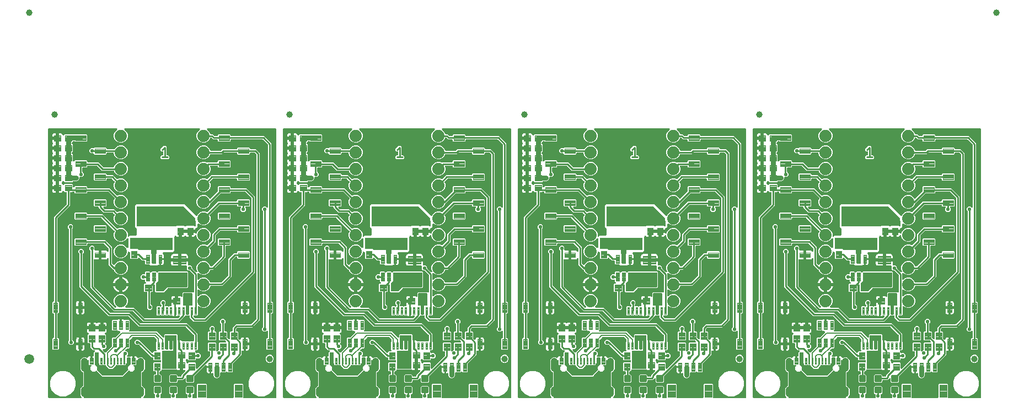
<source format=gtl>
G04 EAGLE Gerber RS-274X export*
G75*
%MOMM*%
%FSLAX34Y34*%
%LPD*%
%INTop Copper*%
%IPPOS*%
%AMOC8*
5,1,8,0,0,1.08239X$1,22.5*%
G01*
%ADD10C,0.279400*%
%ADD11C,0.096000*%
%ADD12C,0.102000*%
%ADD13C,0.100000*%
%ADD14C,1.000000*%
%ADD15C,0.099059*%
%ADD16C,1.879600*%
%ADD17C,0.300000*%
%ADD18C,0.099000*%
%ADD19C,0.101600*%
%ADD20C,1.000000*%
%ADD21C,0.102869*%
%ADD22C,1.500000*%
%ADD23C,0.254000*%
%ADD24C,0.558800*%
%ADD25C,0.762000*%
%ADD26C,0.203200*%

G36*
X1135401Y2812D02*
X1135401Y2812D01*
X1135539Y2825D01*
X1135558Y2832D01*
X1135578Y2835D01*
X1135708Y2886D01*
X1135839Y2933D01*
X1135855Y2944D01*
X1135874Y2952D01*
X1135986Y3033D01*
X1136102Y3111D01*
X1136115Y3127D01*
X1136131Y3138D01*
X1136220Y3246D01*
X1136312Y3350D01*
X1136321Y3368D01*
X1136334Y3383D01*
X1136394Y3509D01*
X1136457Y3633D01*
X1136461Y3653D01*
X1136470Y3671D01*
X1136496Y3808D01*
X1136526Y3943D01*
X1136526Y3964D01*
X1136530Y3983D01*
X1136521Y4122D01*
X1136517Y4261D01*
X1136511Y4281D01*
X1136510Y4301D01*
X1136467Y4433D01*
X1136428Y4567D01*
X1136418Y4584D01*
X1136412Y4603D01*
X1136337Y4721D01*
X1136267Y4841D01*
X1136248Y4862D01*
X1136242Y4872D01*
X1136227Y4886D01*
X1136160Y4961D01*
X1135124Y5998D01*
X1134169Y8303D01*
X1134169Y16797D01*
X1135124Y19102D01*
X1136888Y20866D01*
X1137771Y21232D01*
X1137796Y21246D01*
X1137824Y21255D01*
X1137934Y21325D01*
X1138047Y21389D01*
X1138068Y21410D01*
X1138093Y21426D01*
X1138182Y21520D01*
X1138275Y21611D01*
X1138291Y21636D01*
X1138311Y21657D01*
X1138374Y21771D01*
X1138442Y21882D01*
X1138450Y21910D01*
X1138465Y21936D01*
X1138497Y22061D01*
X1138535Y22186D01*
X1138537Y22215D01*
X1138544Y22244D01*
X1138554Y22404D01*
X1138554Y41996D01*
X1138551Y42025D01*
X1138553Y42054D01*
X1138531Y42182D01*
X1138514Y42311D01*
X1138504Y42339D01*
X1138499Y42368D01*
X1138445Y42486D01*
X1138397Y42607D01*
X1138380Y42631D01*
X1138368Y42658D01*
X1138287Y42759D01*
X1138211Y42864D01*
X1138188Y42883D01*
X1138169Y42906D01*
X1138066Y42984D01*
X1137966Y43067D01*
X1137939Y43080D01*
X1137915Y43097D01*
X1137771Y43168D01*
X1136888Y43534D01*
X1135124Y45298D01*
X1134169Y47603D01*
X1134169Y61097D01*
X1135124Y63402D01*
X1136888Y65166D01*
X1139193Y66121D01*
X1141687Y66121D01*
X1144025Y65152D01*
X1144043Y65138D01*
X1144145Y65052D01*
X1144169Y65041D01*
X1144190Y65024D01*
X1144312Y64972D01*
X1144431Y64914D01*
X1144457Y64908D01*
X1144482Y64898D01*
X1144612Y64877D01*
X1144743Y64851D01*
X1144770Y64852D01*
X1144796Y64848D01*
X1144928Y64860D01*
X1145060Y64867D01*
X1145086Y64875D01*
X1145113Y64878D01*
X1145237Y64922D01*
X1145364Y64962D01*
X1145387Y64976D01*
X1145412Y64985D01*
X1145522Y65060D01*
X1145634Y65129D01*
X1145653Y65149D01*
X1145675Y65164D01*
X1145763Y65263D01*
X1145855Y65358D01*
X1145868Y65382D01*
X1145886Y65402D01*
X1145946Y65520D01*
X1146011Y65635D01*
X1146023Y65672D01*
X1146030Y65685D01*
X1146035Y65707D01*
X1146054Y65762D01*
X1146459Y66463D01*
X1147027Y67031D01*
X1147722Y67433D01*
X1148498Y67641D01*
X1149891Y67641D01*
X1149891Y64135D01*
X1149906Y64017D01*
X1149913Y63898D01*
X1149925Y63860D01*
X1149931Y63819D01*
X1149974Y63709D01*
X1150011Y63596D01*
X1150033Y63561D01*
X1150048Y63524D01*
X1150118Y63427D01*
X1150181Y63327D01*
X1150211Y63299D01*
X1150234Y63266D01*
X1150326Y63190D01*
X1150413Y63109D01*
X1150448Y63089D01*
X1150479Y63064D01*
X1150587Y63013D01*
X1150691Y62955D01*
X1150731Y62945D01*
X1150767Y62928D01*
X1150884Y62906D01*
X1150999Y62876D01*
X1151059Y62872D01*
X1151079Y62868D01*
X1151100Y62870D01*
X1151160Y62866D01*
X1151620Y62866D01*
X1151738Y62881D01*
X1151857Y62888D01*
X1151895Y62901D01*
X1151936Y62906D01*
X1152046Y62949D01*
X1152159Y62986D01*
X1152194Y63008D01*
X1152231Y63023D01*
X1152327Y63092D01*
X1152428Y63156D01*
X1152456Y63186D01*
X1152489Y63209D01*
X1152565Y63301D01*
X1152646Y63388D01*
X1152666Y63423D01*
X1152691Y63454D01*
X1152742Y63562D01*
X1152800Y63666D01*
X1152810Y63706D01*
X1152827Y63742D01*
X1152849Y63859D01*
X1152879Y63974D01*
X1152883Y64034D01*
X1152887Y64054D01*
X1152885Y64075D01*
X1152889Y64135D01*
X1152889Y67641D01*
X1153795Y67641D01*
X1153913Y67656D01*
X1154032Y67663D01*
X1154070Y67676D01*
X1154111Y67681D01*
X1154221Y67724D01*
X1154334Y67761D01*
X1154369Y67783D01*
X1154406Y67798D01*
X1154502Y67867D01*
X1154603Y67931D01*
X1154631Y67961D01*
X1154664Y67984D01*
X1154740Y68076D01*
X1154821Y68163D01*
X1154841Y68198D01*
X1154866Y68229D01*
X1154917Y68337D01*
X1154975Y68441D01*
X1154985Y68481D01*
X1155002Y68517D01*
X1155024Y68634D01*
X1155054Y68749D01*
X1155058Y68809D01*
X1155062Y68829D01*
X1155060Y68850D01*
X1155064Y68910D01*
X1155064Y73179D01*
X1156425Y74541D01*
X1156511Y74650D01*
X1156599Y74757D01*
X1156608Y74776D01*
X1156620Y74792D01*
X1156676Y74920D01*
X1156735Y75045D01*
X1156739Y75065D01*
X1156747Y75084D01*
X1156769Y75222D01*
X1156795Y75358D01*
X1156793Y75378D01*
X1156797Y75398D01*
X1156783Y75537D01*
X1156775Y75675D01*
X1156769Y75694D01*
X1156767Y75714D01*
X1156720Y75846D01*
X1156677Y75977D01*
X1156666Y75995D01*
X1156659Y76014D01*
X1156581Y76129D01*
X1156507Y76246D01*
X1156492Y76260D01*
X1156481Y76277D01*
X1156377Y76369D01*
X1156275Y76464D01*
X1156257Y76474D01*
X1156242Y76487D01*
X1156118Y76551D01*
X1155997Y76618D01*
X1155977Y76623D01*
X1155959Y76632D01*
X1155823Y76662D01*
X1155689Y76697D01*
X1155661Y76699D01*
X1155649Y76702D01*
X1155628Y76701D01*
X1155528Y76707D01*
X1153886Y76707D01*
X1149349Y81244D01*
X1149349Y86330D01*
X1149334Y86448D01*
X1149327Y86567D01*
X1149314Y86605D01*
X1149309Y86646D01*
X1149266Y86756D01*
X1149229Y86869D01*
X1149207Y86904D01*
X1149192Y86941D01*
X1149123Y87037D01*
X1149059Y87138D01*
X1149029Y87166D01*
X1149006Y87199D01*
X1148914Y87275D01*
X1148827Y87356D01*
X1148792Y87376D01*
X1148761Y87401D01*
X1148653Y87452D01*
X1148549Y87510D01*
X1148509Y87520D01*
X1148473Y87537D01*
X1148356Y87559D01*
X1148241Y87589D01*
X1148181Y87593D01*
X1148161Y87597D01*
X1148140Y87595D01*
X1148080Y87599D01*
X1146657Y87599D01*
X1145619Y88637D01*
X1145619Y100103D01*
X1146899Y101383D01*
X1146980Y101488D01*
X1147065Y101588D01*
X1147077Y101613D01*
X1147093Y101634D01*
X1147146Y101756D01*
X1147204Y101875D01*
X1147209Y101901D01*
X1147220Y101926D01*
X1147241Y102057D01*
X1147267Y102186D01*
X1147265Y102213D01*
X1147270Y102240D01*
X1147257Y102372D01*
X1147250Y102504D01*
X1147242Y102530D01*
X1147240Y102557D01*
X1147195Y102681D01*
X1147156Y102808D01*
X1147141Y102830D01*
X1147132Y102856D01*
X1147058Y102965D01*
X1146988Y103078D01*
X1146969Y103097D01*
X1146954Y103119D01*
X1146855Y103206D01*
X1146759Y103298D01*
X1146735Y103312D01*
X1146715Y103329D01*
X1146597Y103390D01*
X1146482Y103455D01*
X1146446Y103467D01*
X1146432Y103474D01*
X1146411Y103479D01*
X1146329Y103506D01*
X1146216Y103537D01*
X1145523Y103937D01*
X1144957Y104503D01*
X1144556Y105196D01*
X1144349Y105970D01*
X1144349Y108871D01*
X1150660Y108871D01*
X1150778Y108886D01*
X1150897Y108893D01*
X1150935Y108905D01*
X1150975Y108911D01*
X1151086Y108954D01*
X1151199Y108991D01*
X1151233Y109013D01*
X1151271Y109028D01*
X1151367Y109097D01*
X1151468Y109161D01*
X1151496Y109191D01*
X1151528Y109214D01*
X1151604Y109306D01*
X1151686Y109393D01*
X1151705Y109428D01*
X1151731Y109459D01*
X1151782Y109567D01*
X1151839Y109671D01*
X1151849Y109711D01*
X1151867Y109747D01*
X1151887Y109854D01*
X1151891Y109824D01*
X1151935Y109714D01*
X1151971Y109601D01*
X1151993Y109566D01*
X1152008Y109529D01*
X1152078Y109432D01*
X1152141Y109332D01*
X1152171Y109304D01*
X1152195Y109271D01*
X1152286Y109195D01*
X1152373Y109114D01*
X1152408Y109094D01*
X1152440Y109069D01*
X1152547Y109018D01*
X1152652Y108960D01*
X1152691Y108950D01*
X1152727Y108933D01*
X1152844Y108911D01*
X1152960Y108881D01*
X1153020Y108877D01*
X1153040Y108873D01*
X1153060Y108875D01*
X1153120Y108871D01*
X1165900Y108871D01*
X1166018Y108886D01*
X1166137Y108893D01*
X1166175Y108905D01*
X1166215Y108911D01*
X1166326Y108954D01*
X1166439Y108991D01*
X1166473Y109013D01*
X1166511Y109028D01*
X1166607Y109097D01*
X1166708Y109161D01*
X1166736Y109191D01*
X1166768Y109214D01*
X1166844Y109306D01*
X1166926Y109393D01*
X1166945Y109428D01*
X1166971Y109459D01*
X1167022Y109567D01*
X1167079Y109671D01*
X1167089Y109711D01*
X1167107Y109747D01*
X1167127Y109854D01*
X1167131Y109824D01*
X1167175Y109714D01*
X1167211Y109601D01*
X1167233Y109566D01*
X1167248Y109529D01*
X1167318Y109432D01*
X1167381Y109332D01*
X1167411Y109304D01*
X1167435Y109271D01*
X1167526Y109195D01*
X1167613Y109114D01*
X1167648Y109094D01*
X1167680Y109069D01*
X1167787Y109018D01*
X1167892Y108960D01*
X1167931Y108950D01*
X1167967Y108933D01*
X1168084Y108911D01*
X1168200Y108881D01*
X1168260Y108877D01*
X1168280Y108873D01*
X1168300Y108875D01*
X1168360Y108871D01*
X1174671Y108871D01*
X1174671Y105970D01*
X1174464Y105196D01*
X1174063Y104503D01*
X1173497Y103937D01*
X1172804Y103537D01*
X1172691Y103506D01*
X1172568Y103456D01*
X1172443Y103411D01*
X1172421Y103396D01*
X1172396Y103386D01*
X1172290Y103307D01*
X1172180Y103233D01*
X1172162Y103213D01*
X1172141Y103197D01*
X1172057Y103094D01*
X1171970Y102994D01*
X1171957Y102970D01*
X1171941Y102949D01*
X1171885Y102829D01*
X1171825Y102711D01*
X1171819Y102685D01*
X1171808Y102660D01*
X1171784Y102530D01*
X1171755Y102401D01*
X1171756Y102374D01*
X1171752Y102347D01*
X1171761Y102216D01*
X1171765Y102083D01*
X1171773Y102057D01*
X1171775Y102030D01*
X1171817Y101905D01*
X1171854Y101777D01*
X1171867Y101754D01*
X1171876Y101729D01*
X1171948Y101617D01*
X1172015Y101504D01*
X1172040Y101475D01*
X1172049Y101462D01*
X1172065Y101447D01*
X1172121Y101383D01*
X1173401Y100103D01*
X1173401Y88637D01*
X1172264Y87500D01*
X1172191Y87406D01*
X1172112Y87316D01*
X1172094Y87280D01*
X1172069Y87248D01*
X1172022Y87139D01*
X1171967Y87033D01*
X1171959Y86994D01*
X1171942Y86956D01*
X1171924Y86839D01*
X1171898Y86723D01*
X1171899Y86682D01*
X1171893Y86642D01*
X1171904Y86524D01*
X1171907Y86405D01*
X1171919Y86366D01*
X1171922Y86326D01*
X1171963Y86214D01*
X1171996Y86099D01*
X1172016Y86065D01*
X1172030Y86026D01*
X1172097Y85928D01*
X1172157Y85825D01*
X1172197Y85780D01*
X1172209Y85763D01*
X1172224Y85750D01*
X1172264Y85705D01*
X1173989Y83980D01*
X1173989Y80612D01*
X1171608Y78231D01*
X1169978Y78231D01*
X1169841Y78214D01*
X1169702Y78201D01*
X1169683Y78194D01*
X1169663Y78191D01*
X1169534Y78140D01*
X1169402Y78093D01*
X1169386Y78082D01*
X1169367Y78074D01*
X1169254Y77993D01*
X1169139Y77915D01*
X1169126Y77899D01*
X1169110Y77888D01*
X1169021Y77780D01*
X1168929Y77676D01*
X1168920Y77658D01*
X1168907Y77643D01*
X1168847Y77517D01*
X1168784Y77393D01*
X1168780Y77373D01*
X1168771Y77355D01*
X1168745Y77219D01*
X1168715Y77083D01*
X1168715Y77062D01*
X1168711Y77043D01*
X1168720Y76904D01*
X1168724Y76765D01*
X1168730Y76745D01*
X1168731Y76725D01*
X1168774Y76593D01*
X1168813Y76459D01*
X1168823Y76442D01*
X1168829Y76423D01*
X1168904Y76305D01*
X1168974Y76185D01*
X1168993Y76164D01*
X1168999Y76154D01*
X1169014Y76140D01*
X1169081Y76065D01*
X1171694Y73452D01*
X1171788Y73379D01*
X1171877Y73300D01*
X1171913Y73282D01*
X1171945Y73257D01*
X1172054Y73209D01*
X1172160Y73155D01*
X1172199Y73146D01*
X1172237Y73130D01*
X1172354Y73112D01*
X1172470Y73086D01*
X1172511Y73087D01*
X1172551Y73081D01*
X1172669Y73092D01*
X1172788Y73095D01*
X1172827Y73107D01*
X1172867Y73110D01*
X1172980Y73151D01*
X1173094Y73184D01*
X1173129Y73204D01*
X1173167Y73218D01*
X1173265Y73285D01*
X1173368Y73345D01*
X1173413Y73385D01*
X1173430Y73397D01*
X1173443Y73412D01*
X1173489Y73452D01*
X1182194Y82157D01*
X1182254Y82235D01*
X1182322Y82307D01*
X1182351Y82360D01*
X1182388Y82408D01*
X1182428Y82499D01*
X1182476Y82586D01*
X1182491Y82644D01*
X1182515Y82700D01*
X1182530Y82798D01*
X1182555Y82893D01*
X1182561Y82993D01*
X1182565Y83014D01*
X1182563Y83026D01*
X1182565Y83054D01*
X1182565Y94941D01*
X1183748Y96124D01*
X1186745Y96124D01*
X1186843Y96136D01*
X1186942Y96139D01*
X1187000Y96156D01*
X1187060Y96164D01*
X1187152Y96200D01*
X1187248Y96228D01*
X1187300Y96258D01*
X1187356Y96281D01*
X1187436Y96339D01*
X1187522Y96389D01*
X1187597Y96455D01*
X1187613Y96467D01*
X1187621Y96477D01*
X1187642Y96495D01*
X1195040Y103894D01*
X1195126Y104003D01*
X1195214Y104110D01*
X1195223Y104129D01*
X1195235Y104145D01*
X1195291Y104273D01*
X1195350Y104398D01*
X1195354Y104418D01*
X1195362Y104437D01*
X1195384Y104575D01*
X1195410Y104711D01*
X1195408Y104731D01*
X1195412Y104751D01*
X1195398Y104889D01*
X1195390Y105028D01*
X1195384Y105047D01*
X1195382Y105067D01*
X1195335Y105199D01*
X1195292Y105330D01*
X1195281Y105348D01*
X1195274Y105367D01*
X1195196Y105482D01*
X1195122Y105599D01*
X1195107Y105613D01*
X1195096Y105630D01*
X1194991Y105722D01*
X1194890Y105817D01*
X1194872Y105827D01*
X1194857Y105840D01*
X1194733Y105903D01*
X1194612Y105971D01*
X1194592Y105976D01*
X1194574Y105985D01*
X1194438Y106015D01*
X1194304Y106050D01*
X1194276Y106052D01*
X1194264Y106055D01*
X1194243Y106054D01*
X1194143Y106060D01*
X1193685Y106060D01*
X1192913Y106267D01*
X1192221Y106667D01*
X1191589Y107298D01*
X1191495Y107371D01*
X1191406Y107450D01*
X1191370Y107468D01*
X1191338Y107493D01*
X1191229Y107541D01*
X1191123Y107595D01*
X1191084Y107604D01*
X1191046Y107620D01*
X1190929Y107638D01*
X1190813Y107664D01*
X1190772Y107663D01*
X1190732Y107669D01*
X1190614Y107658D01*
X1190495Y107655D01*
X1190456Y107643D01*
X1190416Y107640D01*
X1190304Y107599D01*
X1190189Y107566D01*
X1190154Y107546D01*
X1190116Y107532D01*
X1190018Y107465D01*
X1189915Y107405D01*
X1189870Y107365D01*
X1189853Y107353D01*
X1189840Y107338D01*
X1189831Y107330D01*
X1183854Y107330D01*
X1182819Y108365D01*
X1182819Y122337D01*
X1183854Y123372D01*
X1189836Y123372D01*
X1189889Y123331D01*
X1189978Y123252D01*
X1190014Y123234D01*
X1190046Y123209D01*
X1190155Y123161D01*
X1190261Y123107D01*
X1190300Y123098D01*
X1190338Y123082D01*
X1190455Y123064D01*
X1190571Y123038D01*
X1190612Y123039D01*
X1190652Y123033D01*
X1190770Y123044D01*
X1190889Y123047D01*
X1190928Y123059D01*
X1190968Y123062D01*
X1191080Y123103D01*
X1191195Y123136D01*
X1191230Y123156D01*
X1191268Y123170D01*
X1191366Y123237D01*
X1191469Y123297D01*
X1191514Y123337D01*
X1191531Y123349D01*
X1191544Y123364D01*
X1191589Y123404D01*
X1192221Y124035D01*
X1192913Y124435D01*
X1193685Y124642D01*
X1194966Y124642D01*
X1194966Y115456D01*
X1194981Y115338D01*
X1194988Y115219D01*
X1195000Y115181D01*
X1195006Y115141D01*
X1195049Y115030D01*
X1195086Y114917D01*
X1195108Y114883D01*
X1195123Y114845D01*
X1195192Y114749D01*
X1195256Y114648D01*
X1195286Y114620D01*
X1195309Y114588D01*
X1195401Y114512D01*
X1195488Y114430D01*
X1195523Y114411D01*
X1195554Y114385D01*
X1195662Y114334D01*
X1195766Y114277D01*
X1195806Y114267D01*
X1195842Y114249D01*
X1195959Y114227D01*
X1196074Y114197D01*
X1196134Y114193D01*
X1196154Y114190D01*
X1196175Y114191D01*
X1196235Y114187D01*
X1196445Y114187D01*
X1196563Y114202D01*
X1196682Y114209D01*
X1196720Y114222D01*
X1196761Y114227D01*
X1196871Y114271D01*
X1196984Y114307D01*
X1197019Y114329D01*
X1197056Y114344D01*
X1197152Y114414D01*
X1197253Y114477D01*
X1197281Y114507D01*
X1197314Y114531D01*
X1197390Y114622D01*
X1197471Y114709D01*
X1197491Y114744D01*
X1197516Y114776D01*
X1197567Y114883D01*
X1197625Y114988D01*
X1197635Y115027D01*
X1197652Y115063D01*
X1197674Y115180D01*
X1197704Y115296D01*
X1197708Y115356D01*
X1197712Y115376D01*
X1197710Y115396D01*
X1197714Y115456D01*
X1197714Y124642D01*
X1198995Y124642D01*
X1199767Y124435D01*
X1200459Y124035D01*
X1201091Y123404D01*
X1201185Y123331D01*
X1201274Y123252D01*
X1201310Y123233D01*
X1201342Y123209D01*
X1201451Y123161D01*
X1201557Y123107D01*
X1201597Y123098D01*
X1201634Y123082D01*
X1201751Y123064D01*
X1201867Y123038D01*
X1201908Y123039D01*
X1201948Y123033D01*
X1202067Y123044D01*
X1202185Y123047D01*
X1202224Y123059D01*
X1202264Y123062D01*
X1202376Y123103D01*
X1202491Y123136D01*
X1202526Y123156D01*
X1202564Y123170D01*
X1202662Y123237D01*
X1202765Y123297D01*
X1202810Y123337D01*
X1202827Y123349D01*
X1202840Y123364D01*
X1202849Y123372D01*
X1208826Y123372D01*
X1209861Y122337D01*
X1209861Y108365D01*
X1209074Y107577D01*
X1208989Y107468D01*
X1208900Y107361D01*
X1208891Y107342D01*
X1208879Y107326D01*
X1208823Y107199D01*
X1208764Y107073D01*
X1208760Y107053D01*
X1208752Y107034D01*
X1208730Y106896D01*
X1208704Y106760D01*
X1208706Y106740D01*
X1208702Y106720D01*
X1208716Y106581D01*
X1208724Y106443D01*
X1208730Y106424D01*
X1208732Y106404D01*
X1208779Y106272D01*
X1208822Y106141D01*
X1208833Y106123D01*
X1208840Y106104D01*
X1208918Y105989D01*
X1208992Y105872D01*
X1209007Y105858D01*
X1209018Y105841D01*
X1209122Y105749D01*
X1209224Y105654D01*
X1209242Y105644D01*
X1209257Y105631D01*
X1209381Y105568D01*
X1209502Y105500D01*
X1209522Y105495D01*
X1209540Y105486D01*
X1209676Y105456D01*
X1209810Y105421D01*
X1209838Y105419D01*
X1209850Y105416D01*
X1209871Y105417D01*
X1209971Y105411D01*
X1251748Y105411D01*
X1260848Y96312D01*
X1260957Y96226D01*
X1261064Y96138D01*
X1261083Y96129D01*
X1261099Y96117D01*
X1261227Y96061D01*
X1261352Y96002D01*
X1261372Y95998D01*
X1261391Y95990D01*
X1261529Y95968D01*
X1261665Y95942D01*
X1261685Y95944D01*
X1261705Y95940D01*
X1261844Y95954D01*
X1261982Y95962D01*
X1262001Y95968D01*
X1262021Y95970D01*
X1262153Y96017D01*
X1262284Y96060D01*
X1262302Y96071D01*
X1262321Y96078D01*
X1262436Y96156D01*
X1262553Y96230D01*
X1262567Y96245D01*
X1262584Y96256D01*
X1262676Y96361D01*
X1262771Y96462D01*
X1262781Y96480D01*
X1262794Y96495D01*
X1262858Y96619D01*
X1262925Y96740D01*
X1262930Y96760D01*
X1262939Y96778D01*
X1262969Y96914D01*
X1263004Y97048D01*
X1263006Y97076D01*
X1263009Y97088D01*
X1263008Y97109D01*
X1263014Y97209D01*
X1263014Y99849D01*
X1264131Y100966D01*
X1282219Y100966D01*
X1283336Y99849D01*
X1283336Y93218D01*
X1283351Y93100D01*
X1283358Y92981D01*
X1283371Y92943D01*
X1283376Y92902D01*
X1283419Y92792D01*
X1283456Y92679D01*
X1283478Y92644D01*
X1283493Y92607D01*
X1283562Y92511D01*
X1283626Y92410D01*
X1283656Y92382D01*
X1283679Y92349D01*
X1283771Y92273D01*
X1283858Y92192D01*
X1283893Y92172D01*
X1283924Y92147D01*
X1284032Y92096D01*
X1284136Y92038D01*
X1284176Y92028D01*
X1284212Y92011D01*
X1284329Y91989D01*
X1284444Y91959D01*
X1284504Y91955D01*
X1284524Y91951D01*
X1284545Y91953D01*
X1284605Y91949D01*
X1284606Y91949D01*
X1284606Y83693D01*
X1284606Y77898D01*
X1284621Y77780D01*
X1284628Y77661D01*
X1284640Y77623D01*
X1284645Y77582D01*
X1284689Y77472D01*
X1284726Y77359D01*
X1284748Y77324D01*
X1284762Y77287D01*
X1284832Y77191D01*
X1284896Y77090D01*
X1284926Y77062D01*
X1284949Y77029D01*
X1285041Y76953D01*
X1285128Y76872D01*
X1285163Y76852D01*
X1285194Y76827D01*
X1285302Y76776D01*
X1285406Y76718D01*
X1285445Y76708D01*
X1285482Y76691D01*
X1285599Y76669D01*
X1285714Y76639D01*
X1285774Y76635D01*
X1285794Y76631D01*
X1285795Y76631D01*
X1285815Y76633D01*
X1285875Y76629D01*
X1285993Y76644D01*
X1286112Y76651D01*
X1286150Y76664D01*
X1286191Y76669D01*
X1286301Y76712D01*
X1286415Y76749D01*
X1286449Y76771D01*
X1286486Y76786D01*
X1286583Y76855D01*
X1286683Y76919D01*
X1286711Y76949D01*
X1286744Y76972D01*
X1286820Y77064D01*
X1286901Y77151D01*
X1286921Y77186D01*
X1286947Y77217D01*
X1286997Y77325D01*
X1287055Y77429D01*
X1287065Y77469D01*
X1287082Y77505D01*
X1287104Y77622D01*
X1287134Y77737D01*
X1287138Y77797D01*
X1287142Y77817D01*
X1287141Y77838D01*
X1287144Y77898D01*
X1287144Y83693D01*
X1287144Y91949D01*
X1287668Y91949D01*
X1288445Y91741D01*
X1289141Y91338D01*
X1289429Y91050D01*
X1289508Y90990D01*
X1289580Y90922D01*
X1289633Y90893D01*
X1289681Y90856D01*
X1289772Y90816D01*
X1289858Y90768D01*
X1289917Y90753D01*
X1289972Y90729D01*
X1290070Y90714D01*
X1290166Y90689D01*
X1290266Y90683D01*
X1290287Y90679D01*
X1290299Y90681D01*
X1290327Y90679D01*
X1294355Y90679D01*
X1294502Y90531D01*
X1294597Y90458D01*
X1294686Y90380D01*
X1294722Y90361D01*
X1294754Y90336D01*
X1294863Y90289D01*
X1294969Y90235D01*
X1295008Y90226D01*
X1295046Y90210D01*
X1295163Y90191D01*
X1295279Y90165D01*
X1295320Y90166D01*
X1295360Y90160D01*
X1295478Y90171D01*
X1295597Y90175D01*
X1295636Y90186D01*
X1295676Y90190D01*
X1295788Y90230D01*
X1295903Y90263D01*
X1295938Y90284D01*
X1295976Y90298D01*
X1296074Y90364D01*
X1296177Y90425D01*
X1296222Y90465D01*
X1296239Y90476D01*
X1296252Y90491D01*
X1296297Y90531D01*
X1296445Y90679D01*
X1300705Y90679D01*
X1300852Y90531D01*
X1300947Y90458D01*
X1301036Y90380D01*
X1301072Y90361D01*
X1301104Y90336D01*
X1301213Y90289D01*
X1301319Y90235D01*
X1301358Y90226D01*
X1301396Y90210D01*
X1301513Y90191D01*
X1301629Y90165D01*
X1301670Y90166D01*
X1301710Y90160D01*
X1301828Y90171D01*
X1301947Y90175D01*
X1301986Y90186D01*
X1302026Y90190D01*
X1302138Y90230D01*
X1302253Y90263D01*
X1302288Y90284D01*
X1302326Y90298D01*
X1302424Y90364D01*
X1302527Y90425D01*
X1302572Y90465D01*
X1302589Y90476D01*
X1302602Y90491D01*
X1302647Y90531D01*
X1302795Y90679D01*
X1307465Y90679D01*
X1307583Y90694D01*
X1307702Y90701D01*
X1307740Y90714D01*
X1307781Y90719D01*
X1307891Y90762D01*
X1308004Y90799D01*
X1308039Y90821D01*
X1308076Y90836D01*
X1308172Y90905D01*
X1308273Y90969D01*
X1308301Y90999D01*
X1308334Y91022D01*
X1308410Y91114D01*
X1308491Y91201D01*
X1308511Y91236D01*
X1308536Y91267D01*
X1308587Y91375D01*
X1308645Y91479D01*
X1308655Y91519D01*
X1308672Y91555D01*
X1308694Y91672D01*
X1308724Y91787D01*
X1308728Y91847D01*
X1308732Y91867D01*
X1308730Y91888D01*
X1308734Y91948D01*
X1308734Y99387D01*
X1308722Y99485D01*
X1308719Y99584D01*
X1308702Y99642D01*
X1308694Y99702D01*
X1308658Y99794D01*
X1308630Y99890D01*
X1308600Y99942D01*
X1308577Y99998D01*
X1308519Y100078D01*
X1308469Y100163D01*
X1308403Y100239D01*
X1308391Y100255D01*
X1308381Y100263D01*
X1308363Y100284D01*
X1295989Y112658D01*
X1295911Y112718D01*
X1295839Y112786D01*
X1295786Y112815D01*
X1295738Y112852D01*
X1295647Y112892D01*
X1295560Y112940D01*
X1295502Y112955D01*
X1295446Y112979D01*
X1295348Y112994D01*
X1295253Y113019D01*
X1295152Y113025D01*
X1295132Y113029D01*
X1295120Y113027D01*
X1295092Y113029D01*
X1224189Y113029D01*
X1208051Y129168D01*
X1207973Y129228D01*
X1207901Y129296D01*
X1207848Y129325D01*
X1207800Y129362D01*
X1207709Y129402D01*
X1207622Y129450D01*
X1207564Y129465D01*
X1207508Y129489D01*
X1207410Y129504D01*
X1207314Y129529D01*
X1207214Y129535D01*
X1207194Y129539D01*
X1207182Y129537D01*
X1207154Y129539D01*
X1177199Y129539D01*
X1132839Y173899D01*
X1132839Y224867D01*
X1132827Y224965D01*
X1132824Y225064D01*
X1132807Y225122D01*
X1132799Y225182D01*
X1132763Y225274D01*
X1132735Y225369D01*
X1132705Y225421D01*
X1132682Y225478D01*
X1132624Y225558D01*
X1132574Y225643D01*
X1132508Y225719D01*
X1132496Y225735D01*
X1132486Y225743D01*
X1132468Y225764D01*
X1131315Y226916D01*
X1131315Y230284D01*
X1133696Y232665D01*
X1137064Y232665D01*
X1139445Y230284D01*
X1139445Y226916D01*
X1138292Y225764D01*
X1138232Y225686D01*
X1138164Y225614D01*
X1138135Y225561D01*
X1138098Y225513D01*
X1138058Y225422D01*
X1138010Y225335D01*
X1137995Y225277D01*
X1137971Y225221D01*
X1137956Y225123D01*
X1137931Y225027D01*
X1137925Y224927D01*
X1137921Y224907D01*
X1137923Y224895D01*
X1137921Y224867D01*
X1137921Y176530D01*
X1137933Y176432D01*
X1137936Y176333D01*
X1137953Y176275D01*
X1137961Y176214D01*
X1137997Y176122D01*
X1138025Y176027D01*
X1138055Y175975D01*
X1138078Y175919D01*
X1138136Y175839D01*
X1138186Y175753D01*
X1138252Y175678D01*
X1138264Y175661D01*
X1138274Y175654D01*
X1138292Y175632D01*
X1178932Y134992D01*
X1179011Y134932D01*
X1179083Y134864D01*
X1179136Y134835D01*
X1179184Y134798D01*
X1179275Y134758D01*
X1179361Y134710D01*
X1179420Y134695D01*
X1179476Y134671D01*
X1179574Y134656D01*
X1179669Y134631D01*
X1179769Y134625D01*
X1179790Y134621D01*
X1179802Y134623D01*
X1179830Y134621D01*
X1209784Y134621D01*
X1225922Y118482D01*
X1226001Y118422D01*
X1226073Y118354D01*
X1226126Y118325D01*
X1226174Y118288D01*
X1226265Y118248D01*
X1226351Y118200D01*
X1226410Y118185D01*
X1226466Y118161D01*
X1226564Y118146D01*
X1226659Y118121D01*
X1226759Y118115D01*
X1226780Y118111D01*
X1226792Y118113D01*
X1226820Y118111D01*
X1297722Y118111D01*
X1313816Y102017D01*
X1313816Y90794D01*
X1313828Y90695D01*
X1313831Y90597D01*
X1313848Y90538D01*
X1313856Y90478D01*
X1313892Y90386D01*
X1313920Y90291D01*
X1313950Y90239D01*
X1313973Y90183D01*
X1314031Y90102D01*
X1314081Y90017D01*
X1314147Y89942D01*
X1314159Y89925D01*
X1314169Y89917D01*
X1314188Y89896D01*
X1314451Y89633D01*
X1314451Y77753D01*
X1313405Y76707D01*
X1311603Y76707D01*
X1311465Y76690D01*
X1311327Y76677D01*
X1311308Y76670D01*
X1311288Y76667D01*
X1311159Y76616D01*
X1311027Y76569D01*
X1311011Y76558D01*
X1310992Y76550D01*
X1310880Y76469D01*
X1310764Y76391D01*
X1310751Y76375D01*
X1310735Y76364D01*
X1310646Y76256D01*
X1310554Y76152D01*
X1310545Y76134D01*
X1310532Y76119D01*
X1310473Y75993D01*
X1310409Y75869D01*
X1310405Y75849D01*
X1310396Y75831D01*
X1310370Y75694D01*
X1310340Y75559D01*
X1310340Y75538D01*
X1310336Y75519D01*
X1310345Y75380D01*
X1310349Y75241D01*
X1310355Y75221D01*
X1310356Y75201D01*
X1310399Y75069D01*
X1310438Y74935D01*
X1310448Y74918D01*
X1310454Y74899D01*
X1310529Y74781D01*
X1310599Y74661D01*
X1310618Y74640D01*
X1310624Y74630D01*
X1310639Y74616D01*
X1310706Y74541D01*
X1311577Y73669D01*
X1311577Y73249D01*
X1311594Y73112D01*
X1311607Y72973D01*
X1311614Y72954D01*
X1311617Y72934D01*
X1311668Y72805D01*
X1311715Y72674D01*
X1311726Y72657D01*
X1311734Y72638D01*
X1311815Y72526D01*
X1311893Y72410D01*
X1311909Y72397D01*
X1311920Y72381D01*
X1312028Y72292D01*
X1312132Y72200D01*
X1312150Y72191D01*
X1312165Y72178D01*
X1312291Y72119D01*
X1312415Y72055D01*
X1312435Y72051D01*
X1312453Y72042D01*
X1312589Y72016D01*
X1312725Y71986D01*
X1312746Y71986D01*
X1312765Y71983D01*
X1312904Y71991D01*
X1313043Y71996D01*
X1313063Y72001D01*
X1313083Y72002D01*
X1313215Y72045D01*
X1313349Y72084D01*
X1313366Y72094D01*
X1313385Y72100D01*
X1313443Y72137D01*
X1316896Y72137D01*
X1319277Y69756D01*
X1319277Y66388D01*
X1316896Y64007D01*
X1313446Y64007D01*
X1313364Y64042D01*
X1313239Y64102D01*
X1313219Y64105D01*
X1313200Y64113D01*
X1313063Y64135D01*
X1312926Y64161D01*
X1312906Y64160D01*
X1312886Y64163D01*
X1312748Y64150D01*
X1312609Y64142D01*
X1312590Y64135D01*
X1312570Y64133D01*
X1312439Y64086D01*
X1312307Y64044D01*
X1312290Y64033D01*
X1312270Y64026D01*
X1312155Y63948D01*
X1312038Y63873D01*
X1312024Y63859D01*
X1312007Y63847D01*
X1311915Y63743D01*
X1311820Y63642D01*
X1311810Y63624D01*
X1311797Y63609D01*
X1311733Y63485D01*
X1311666Y63363D01*
X1311661Y63344D01*
X1311652Y63326D01*
X1311622Y63190D01*
X1311587Y63055D01*
X1311585Y63027D01*
X1311582Y63015D01*
X1311583Y62995D01*
X1311577Y62895D01*
X1311577Y62203D01*
X1310539Y61165D01*
X1300073Y61165D01*
X1299035Y62203D01*
X1299017Y62345D01*
X1299002Y62489D01*
X1298997Y62502D01*
X1298995Y62516D01*
X1298942Y62651D01*
X1298891Y62788D01*
X1298883Y62799D01*
X1298878Y62811D01*
X1298793Y62929D01*
X1298710Y63049D01*
X1298699Y63058D01*
X1298692Y63069D01*
X1298580Y63161D01*
X1298469Y63257D01*
X1298457Y63263D01*
X1298447Y63271D01*
X1298315Y63333D01*
X1298184Y63398D01*
X1298171Y63401D01*
X1298159Y63407D01*
X1298017Y63434D01*
X1297873Y63465D01*
X1297860Y63464D01*
X1297847Y63467D01*
X1297701Y63458D01*
X1297555Y63452D01*
X1297543Y63448D01*
X1297529Y63447D01*
X1297390Y63402D01*
X1297251Y63360D01*
X1297239Y63353D01*
X1297227Y63349D01*
X1297104Y63271D01*
X1296979Y63196D01*
X1296969Y63186D01*
X1296958Y63179D01*
X1296858Y63073D01*
X1296756Y62969D01*
X1296746Y62953D01*
X1296740Y62947D01*
X1296732Y62932D01*
X1296667Y62835D01*
X1296601Y62721D01*
X1296246Y62365D01*
X1296173Y62271D01*
X1296094Y62182D01*
X1296076Y62146D01*
X1296051Y62114D01*
X1296003Y62005D01*
X1295949Y61899D01*
X1295941Y61859D01*
X1295924Y61822D01*
X1295906Y61705D01*
X1295880Y61589D01*
X1295881Y61548D01*
X1295875Y61508D01*
X1295886Y61389D01*
X1295889Y61271D01*
X1295901Y61232D01*
X1295904Y61192D01*
X1295945Y61079D01*
X1295978Y60965D01*
X1295998Y60930D01*
X1296012Y60892D01*
X1296079Y60794D01*
X1296139Y60691D01*
X1296179Y60646D01*
X1296191Y60629D01*
X1296206Y60616D01*
X1296246Y60570D01*
X1296601Y60215D01*
X1297002Y59522D01*
X1297209Y58748D01*
X1297209Y57907D01*
X1297226Y57769D01*
X1297239Y57631D01*
X1297246Y57612D01*
X1297249Y57592D01*
X1297300Y57462D01*
X1297347Y57331D01*
X1297358Y57315D01*
X1297366Y57296D01*
X1297447Y57184D01*
X1297525Y57068D01*
X1297541Y57055D01*
X1297552Y57039D01*
X1297660Y56950D01*
X1297764Y56858D01*
X1297782Y56849D01*
X1297797Y56836D01*
X1297923Y56777D01*
X1298047Y56713D01*
X1298067Y56709D01*
X1298085Y56700D01*
X1298222Y56674D01*
X1298357Y56644D01*
X1298378Y56644D01*
X1298397Y56640D01*
X1298536Y56649D01*
X1298675Y56653D01*
X1298695Y56659D01*
X1298715Y56660D01*
X1298847Y56703D01*
X1298981Y56742D01*
X1298998Y56752D01*
X1299017Y56758D01*
X1299135Y56833D01*
X1299255Y56903D01*
X1299276Y56922D01*
X1299286Y56928D01*
X1299300Y56943D01*
X1299375Y57010D01*
X1300073Y57707D01*
X1310539Y57707D01*
X1311577Y56669D01*
X1311577Y49384D01*
X1311594Y49247D01*
X1311607Y49108D01*
X1311614Y49089D01*
X1311617Y49069D01*
X1311668Y48940D01*
X1311715Y48808D01*
X1311726Y48792D01*
X1311734Y48773D01*
X1311815Y48661D01*
X1311893Y48545D01*
X1311909Y48532D01*
X1311920Y48516D01*
X1312028Y48427D01*
X1312132Y48335D01*
X1312150Y48326D01*
X1312165Y48313D01*
X1312291Y48253D01*
X1312415Y48190D01*
X1312435Y48186D01*
X1312453Y48177D01*
X1312589Y48151D01*
X1312725Y48121D01*
X1312746Y48121D01*
X1312765Y48117D01*
X1312904Y48126D01*
X1313043Y48130D01*
X1313063Y48136D01*
X1313083Y48137D01*
X1313215Y48180D01*
X1313349Y48219D01*
X1313366Y48229D01*
X1313385Y48235D01*
X1313503Y48310D01*
X1313623Y48380D01*
X1313644Y48399D01*
X1313654Y48405D01*
X1313668Y48420D01*
X1313743Y48487D01*
X1333382Y68125D01*
X1333442Y68203D01*
X1333510Y68275D01*
X1333539Y68328D01*
X1333576Y68376D01*
X1333616Y68467D01*
X1333664Y68554D01*
X1333679Y68612D01*
X1333703Y68668D01*
X1333718Y68766D01*
X1333743Y68861D01*
X1333749Y68962D01*
X1333753Y68982D01*
X1333751Y68994D01*
X1333753Y69022D01*
X1333753Y73630D01*
X1333738Y73748D01*
X1333731Y73867D01*
X1333718Y73905D01*
X1333713Y73946D01*
X1333670Y74056D01*
X1333633Y74169D01*
X1333611Y74204D01*
X1333596Y74241D01*
X1333527Y74337D01*
X1333463Y74438D01*
X1333433Y74466D01*
X1333410Y74499D01*
X1333318Y74575D01*
X1333231Y74656D01*
X1333196Y74676D01*
X1333165Y74701D01*
X1333057Y74752D01*
X1332953Y74810D01*
X1332913Y74820D01*
X1332877Y74837D01*
X1332760Y74859D01*
X1332645Y74889D01*
X1332585Y74893D01*
X1332565Y74897D01*
X1332544Y74895D01*
X1332484Y74899D01*
X1331061Y74899D01*
X1330023Y75937D01*
X1330023Y87403D01*
X1331061Y88441D01*
X1341527Y88441D01*
X1342565Y87403D01*
X1342565Y76267D01*
X1342582Y76129D01*
X1342595Y75991D01*
X1342602Y75972D01*
X1342605Y75952D01*
X1342656Y75823D01*
X1342703Y75692D01*
X1342714Y75675D01*
X1342722Y75656D01*
X1342803Y75544D01*
X1342881Y75429D01*
X1342897Y75415D01*
X1342908Y75399D01*
X1343016Y75310D01*
X1343120Y75218D01*
X1343138Y75209D01*
X1343153Y75196D01*
X1343279Y75137D01*
X1343403Y75074D01*
X1343423Y75069D01*
X1343441Y75060D01*
X1343578Y75034D01*
X1343713Y75004D01*
X1343734Y75004D01*
X1343753Y75001D01*
X1343892Y75009D01*
X1344031Y75014D01*
X1344051Y75019D01*
X1344071Y75020D01*
X1344203Y75063D01*
X1344337Y75102D01*
X1344354Y75112D01*
X1344373Y75118D01*
X1344491Y75193D01*
X1344611Y75263D01*
X1344632Y75282D01*
X1344642Y75289D01*
X1344656Y75304D01*
X1344731Y75370D01*
X1345532Y76171D01*
X1345772Y76171D01*
X1345890Y76186D01*
X1346009Y76193D01*
X1346047Y76206D01*
X1346088Y76211D01*
X1346198Y76254D01*
X1346311Y76291D01*
X1346346Y76313D01*
X1346383Y76328D01*
X1346479Y76397D01*
X1346580Y76461D01*
X1346608Y76491D01*
X1346641Y76514D01*
X1346717Y76606D01*
X1346798Y76693D01*
X1346818Y76728D01*
X1346843Y76759D01*
X1346894Y76867D01*
X1346952Y76971D01*
X1346962Y77011D01*
X1346979Y77047D01*
X1347001Y77164D01*
X1347031Y77279D01*
X1347035Y77339D01*
X1347039Y77359D01*
X1347037Y77380D01*
X1347041Y77440D01*
X1347041Y87403D01*
X1348079Y88441D01*
X1356884Y88441D01*
X1357022Y88458D01*
X1357160Y88471D01*
X1357179Y88478D01*
X1357199Y88481D01*
X1357329Y88532D01*
X1357460Y88579D01*
X1357476Y88590D01*
X1357495Y88598D01*
X1357607Y88679D01*
X1357723Y88757D01*
X1357736Y88773D01*
X1357752Y88784D01*
X1357841Y88892D01*
X1357933Y88996D01*
X1357942Y89014D01*
X1357955Y89029D01*
X1358015Y89155D01*
X1358078Y89279D01*
X1358082Y89299D01*
X1358091Y89317D01*
X1358117Y89454D01*
X1358147Y89589D01*
X1358147Y89610D01*
X1358151Y89629D01*
X1358142Y89768D01*
X1358138Y89907D01*
X1358132Y89927D01*
X1358131Y89947D01*
X1358088Y90079D01*
X1358049Y90213D01*
X1358039Y90230D01*
X1358033Y90249D01*
X1357958Y90367D01*
X1357888Y90487D01*
X1357869Y90508D01*
X1357863Y90518D01*
X1357848Y90532D01*
X1357781Y90607D01*
X1356861Y91528D01*
X1356783Y91588D01*
X1356711Y91656D01*
X1356658Y91685D01*
X1356610Y91722D01*
X1356519Y91762D01*
X1356432Y91810D01*
X1356374Y91825D01*
X1356318Y91849D01*
X1356220Y91864D01*
X1356125Y91889D01*
X1356024Y91895D01*
X1356004Y91899D01*
X1355992Y91897D01*
X1355964Y91899D01*
X1348079Y91899D01*
X1347041Y92937D01*
X1347041Y104403D01*
X1348079Y105441D01*
X1349502Y105441D01*
X1349620Y105456D01*
X1349739Y105463D01*
X1349777Y105476D01*
X1349818Y105481D01*
X1349928Y105524D01*
X1350041Y105561D01*
X1350076Y105583D01*
X1350113Y105598D01*
X1350209Y105667D01*
X1350310Y105731D01*
X1350338Y105761D01*
X1350371Y105784D01*
X1350447Y105876D01*
X1350528Y105963D01*
X1350548Y105998D01*
X1350573Y106029D01*
X1350624Y106137D01*
X1350682Y106241D01*
X1350692Y106281D01*
X1350709Y106317D01*
X1350731Y106434D01*
X1350761Y106549D01*
X1350765Y106609D01*
X1350769Y106629D01*
X1350767Y106650D01*
X1350771Y106710D01*
X1350771Y116663D01*
X1350759Y116761D01*
X1350756Y116860D01*
X1350739Y116918D01*
X1350731Y116978D01*
X1350695Y117070D01*
X1350667Y117165D01*
X1350637Y117217D01*
X1350614Y117274D01*
X1350556Y117354D01*
X1350506Y117439D01*
X1350440Y117515D01*
X1350428Y117531D01*
X1350418Y117539D01*
X1350400Y117560D01*
X1348739Y119220D01*
X1348739Y122588D01*
X1351120Y124969D01*
X1354488Y124969D01*
X1356869Y122588D01*
X1356869Y119220D01*
X1356224Y118576D01*
X1356164Y118498D01*
X1356096Y118426D01*
X1356067Y118373D01*
X1356030Y118325D01*
X1355990Y118234D01*
X1355942Y118147D01*
X1355927Y118089D01*
X1355903Y118033D01*
X1355888Y117935D01*
X1355863Y117839D01*
X1355857Y117739D01*
X1355853Y117719D01*
X1355855Y117707D01*
X1355853Y117679D01*
X1355853Y106710D01*
X1355868Y106592D01*
X1355875Y106473D01*
X1355888Y106435D01*
X1355893Y106394D01*
X1355936Y106284D01*
X1355973Y106171D01*
X1355995Y106136D01*
X1356010Y106099D01*
X1356079Y106003D01*
X1356143Y105902D01*
X1356173Y105874D01*
X1356196Y105841D01*
X1356288Y105765D01*
X1356375Y105684D01*
X1356410Y105664D01*
X1356441Y105639D01*
X1356549Y105588D01*
X1356653Y105530D01*
X1356693Y105520D01*
X1356729Y105503D01*
X1356846Y105481D01*
X1356961Y105451D01*
X1357021Y105447D01*
X1357041Y105443D01*
X1357062Y105445D01*
X1357122Y105441D01*
X1358545Y105441D01*
X1359583Y104403D01*
X1359583Y96518D01*
X1359595Y96420D01*
X1359598Y96321D01*
X1359615Y96263D01*
X1359623Y96203D01*
X1359659Y96111D01*
X1359687Y96015D01*
X1359717Y95963D01*
X1359740Y95907D01*
X1359798Y95827D01*
X1359848Y95742D01*
X1359914Y95666D01*
X1359926Y95650D01*
X1359936Y95642D01*
X1359954Y95621D01*
X1361893Y93683D01*
X1362002Y93597D01*
X1362109Y93509D01*
X1362128Y93500D01*
X1362144Y93488D01*
X1362272Y93432D01*
X1362397Y93373D01*
X1362417Y93369D01*
X1362436Y93361D01*
X1362574Y93339D01*
X1362710Y93313D01*
X1362730Y93315D01*
X1362750Y93311D01*
X1362889Y93325D01*
X1363027Y93333D01*
X1363046Y93339D01*
X1363066Y93341D01*
X1363198Y93388D01*
X1363329Y93431D01*
X1363347Y93442D01*
X1363366Y93449D01*
X1363481Y93527D01*
X1363598Y93601D01*
X1363612Y93616D01*
X1363629Y93627D01*
X1363721Y93732D01*
X1363816Y93833D01*
X1363826Y93851D01*
X1363839Y93866D01*
X1363902Y93990D01*
X1363970Y94111D01*
X1363975Y94131D01*
X1363984Y94149D01*
X1364014Y94285D01*
X1364049Y94419D01*
X1364051Y94447D01*
X1364054Y94459D01*
X1364053Y94480D01*
X1364059Y94580D01*
X1364059Y104403D01*
X1365097Y105441D01*
X1366520Y105441D01*
X1366638Y105456D01*
X1366757Y105463D01*
X1366795Y105476D01*
X1366836Y105481D01*
X1366946Y105524D01*
X1367059Y105561D01*
X1367094Y105583D01*
X1367131Y105598D01*
X1367227Y105667D01*
X1367328Y105731D01*
X1367356Y105761D01*
X1367389Y105784D01*
X1367465Y105876D01*
X1367546Y105963D01*
X1367566Y105998D01*
X1367591Y106029D01*
X1367642Y106137D01*
X1367700Y106241D01*
X1367710Y106281D01*
X1367727Y106317D01*
X1367749Y106434D01*
X1367779Y106549D01*
X1367783Y106609D01*
X1367787Y106629D01*
X1367785Y106650D01*
X1367789Y106710D01*
X1367789Y111406D01*
X1373224Y116841D01*
X1395930Y116841D01*
X1396028Y116853D01*
X1396127Y116856D01*
X1396185Y116873D01*
X1396245Y116881D01*
X1396337Y116917D01*
X1396433Y116945D01*
X1396485Y116975D01*
X1396541Y116998D01*
X1396621Y117056D01*
X1396706Y117106D01*
X1396782Y117172D01*
X1396798Y117184D01*
X1396806Y117194D01*
X1396827Y117212D01*
X1404502Y124887D01*
X1404562Y124965D01*
X1404630Y125037D01*
X1404659Y125090D01*
X1404696Y125138D01*
X1404736Y125229D01*
X1404784Y125316D01*
X1404799Y125374D01*
X1404823Y125430D01*
X1404838Y125528D01*
X1404863Y125623D01*
X1404869Y125724D01*
X1404873Y125744D01*
X1404871Y125756D01*
X1404873Y125784D01*
X1404873Y377136D01*
X1404861Y377234D01*
X1404858Y377333D01*
X1404841Y377391D01*
X1404833Y377451D01*
X1404797Y377543D01*
X1404769Y377639D01*
X1404739Y377691D01*
X1404716Y377747D01*
X1404658Y377827D01*
X1404608Y377912D01*
X1404542Y377988D01*
X1404530Y378004D01*
X1404520Y378012D01*
X1404502Y378033D01*
X1402247Y380288D01*
X1402169Y380348D01*
X1402097Y380416D01*
X1402044Y380445D01*
X1401996Y380482D01*
X1401905Y380522D01*
X1401818Y380570D01*
X1401760Y380585D01*
X1401704Y380609D01*
X1401606Y380624D01*
X1401511Y380649D01*
X1401410Y380655D01*
X1401390Y380659D01*
X1401378Y380657D01*
X1401350Y380659D01*
X1395880Y380659D01*
X1395762Y380644D01*
X1395643Y380637D01*
X1395605Y380624D01*
X1395564Y380619D01*
X1395454Y380576D01*
X1395341Y380539D01*
X1395306Y380517D01*
X1395269Y380502D01*
X1395173Y380433D01*
X1395072Y380369D01*
X1395044Y380339D01*
X1395011Y380316D01*
X1394935Y380224D01*
X1394854Y380137D01*
X1394834Y380102D01*
X1394809Y380071D01*
X1394758Y379963D01*
X1394700Y379859D01*
X1394690Y379819D01*
X1394673Y379783D01*
X1394651Y379666D01*
X1394621Y379551D01*
X1394617Y379491D01*
X1394613Y379471D01*
X1394615Y379450D01*
X1394611Y379390D01*
X1394611Y378722D01*
X1393568Y377679D01*
X1376112Y377679D01*
X1375069Y378722D01*
X1375069Y379390D01*
X1375054Y379508D01*
X1375047Y379627D01*
X1375034Y379665D01*
X1375029Y379706D01*
X1374986Y379816D01*
X1374949Y379929D01*
X1374927Y379964D01*
X1374912Y380001D01*
X1374843Y380097D01*
X1374779Y380198D01*
X1374749Y380226D01*
X1374726Y380259D01*
X1374634Y380335D01*
X1374547Y380416D01*
X1374512Y380436D01*
X1374481Y380461D01*
X1374373Y380512D01*
X1374269Y380570D01*
X1374229Y380580D01*
X1374193Y380597D01*
X1374076Y380619D01*
X1373961Y380649D01*
X1373901Y380653D01*
X1373881Y380657D01*
X1373860Y380655D01*
X1373800Y380659D01*
X1355058Y380659D01*
X1354960Y380647D01*
X1354861Y380644D01*
X1354803Y380627D01*
X1354743Y380619D01*
X1354651Y380583D01*
X1354555Y380555D01*
X1354503Y380525D01*
X1354447Y380502D01*
X1354367Y380444D01*
X1354282Y380394D01*
X1354206Y380328D01*
X1354190Y380316D01*
X1354182Y380306D01*
X1354161Y380288D01*
X1352332Y378459D01*
X1334683Y378459D01*
X1334654Y378456D01*
X1334625Y378458D01*
X1334497Y378436D01*
X1334368Y378419D01*
X1334341Y378409D01*
X1334311Y378404D01*
X1334193Y378350D01*
X1334072Y378302D01*
X1334048Y378285D01*
X1334021Y378273D01*
X1333920Y378192D01*
X1333815Y378116D01*
X1333796Y378093D01*
X1333773Y378074D01*
X1333695Y377971D01*
X1333612Y377871D01*
X1333599Y377844D01*
X1333582Y377820D01*
X1333511Y377676D01*
X1332385Y374957D01*
X1329383Y371955D01*
X1325462Y370331D01*
X1321218Y370331D01*
X1317297Y371955D01*
X1314295Y374957D01*
X1312671Y378878D01*
X1312671Y383122D01*
X1314295Y387043D01*
X1317297Y390045D01*
X1321218Y391669D01*
X1325462Y391669D01*
X1329383Y390045D01*
X1332385Y387043D01*
X1333511Y384324D01*
X1333519Y384309D01*
X1333523Y384300D01*
X1333528Y384291D01*
X1333535Y384271D01*
X1333604Y384161D01*
X1333668Y384048D01*
X1333689Y384027D01*
X1333705Y384002D01*
X1333799Y383913D01*
X1333890Y383820D01*
X1333915Y383804D01*
X1333936Y383784D01*
X1334050Y383721D01*
X1334161Y383653D01*
X1334189Y383645D01*
X1334215Y383630D01*
X1334341Y383598D01*
X1334465Y383560D01*
X1334494Y383558D01*
X1334523Y383551D01*
X1334683Y383541D01*
X1349702Y383541D01*
X1349800Y383553D01*
X1349899Y383556D01*
X1349957Y383573D01*
X1350017Y383581D01*
X1350109Y383617D01*
X1350205Y383645D01*
X1350257Y383675D01*
X1350313Y383698D01*
X1350393Y383756D01*
X1350478Y383806D01*
X1350554Y383872D01*
X1350570Y383884D01*
X1350578Y383894D01*
X1350599Y383912D01*
X1352428Y385741D01*
X1373800Y385741D01*
X1373918Y385756D01*
X1374037Y385763D01*
X1374075Y385776D01*
X1374116Y385781D01*
X1374226Y385824D01*
X1374339Y385861D01*
X1374374Y385883D01*
X1374411Y385898D01*
X1374507Y385967D01*
X1374608Y386031D01*
X1374636Y386061D01*
X1374669Y386084D01*
X1374745Y386176D01*
X1374826Y386263D01*
X1374846Y386298D01*
X1374871Y386329D01*
X1374922Y386437D01*
X1374980Y386541D01*
X1374990Y386581D01*
X1375007Y386617D01*
X1375029Y386734D01*
X1375059Y386849D01*
X1375063Y386909D01*
X1375067Y386929D01*
X1375065Y386950D01*
X1375069Y387010D01*
X1375069Y387678D01*
X1376112Y388721D01*
X1393568Y388721D01*
X1394611Y387678D01*
X1394611Y387010D01*
X1394626Y386892D01*
X1394633Y386773D01*
X1394646Y386735D01*
X1394651Y386694D01*
X1394694Y386584D01*
X1394731Y386471D01*
X1394753Y386436D01*
X1394768Y386399D01*
X1394837Y386303D01*
X1394901Y386202D01*
X1394931Y386174D01*
X1394954Y386141D01*
X1395046Y386065D01*
X1395133Y385984D01*
X1395168Y385964D01*
X1395199Y385939D01*
X1395307Y385888D01*
X1395411Y385830D01*
X1395451Y385820D01*
X1395487Y385803D01*
X1395604Y385781D01*
X1395719Y385751D01*
X1395779Y385747D01*
X1395799Y385743D01*
X1395820Y385745D01*
X1395880Y385741D01*
X1403980Y385741D01*
X1409955Y379766D01*
X1409955Y123154D01*
X1398560Y111759D01*
X1375854Y111759D01*
X1375756Y111747D01*
X1375657Y111744D01*
X1375599Y111727D01*
X1375539Y111719D01*
X1375447Y111683D01*
X1375351Y111655D01*
X1375299Y111625D01*
X1375243Y111602D01*
X1375163Y111544D01*
X1375078Y111494D01*
X1375002Y111428D01*
X1374986Y111416D01*
X1374978Y111406D01*
X1374957Y111388D01*
X1373242Y109673D01*
X1373182Y109595D01*
X1373114Y109523D01*
X1373085Y109470D01*
X1373048Y109422D01*
X1373008Y109331D01*
X1372960Y109244D01*
X1372945Y109186D01*
X1372921Y109130D01*
X1372906Y109032D01*
X1372881Y108937D01*
X1372875Y108836D01*
X1372871Y108816D01*
X1372873Y108804D01*
X1372871Y108776D01*
X1372871Y106710D01*
X1372886Y106592D01*
X1372893Y106473D01*
X1372906Y106435D01*
X1372911Y106394D01*
X1372954Y106284D01*
X1372991Y106171D01*
X1373013Y106136D01*
X1373028Y106099D01*
X1373097Y106003D01*
X1373161Y105902D01*
X1373191Y105874D01*
X1373214Y105841D01*
X1373306Y105765D01*
X1373393Y105684D01*
X1373428Y105664D01*
X1373459Y105639D01*
X1373567Y105588D01*
X1373671Y105530D01*
X1373711Y105520D01*
X1373747Y105503D01*
X1373864Y105481D01*
X1373979Y105451D01*
X1374039Y105447D01*
X1374059Y105443D01*
X1374080Y105445D01*
X1374140Y105441D01*
X1375563Y105441D01*
X1376601Y104403D01*
X1376601Y95384D01*
X1376613Y95286D01*
X1376616Y95187D01*
X1376633Y95129D01*
X1376641Y95069D01*
X1376677Y94977D01*
X1376705Y94881D01*
X1376735Y94829D01*
X1376758Y94773D01*
X1376816Y94693D01*
X1376866Y94607D01*
X1376932Y94532D01*
X1376944Y94516D01*
X1376954Y94508D01*
X1376972Y94487D01*
X1378323Y93137D01*
X1378432Y93051D01*
X1378539Y92963D01*
X1378558Y92954D01*
X1378574Y92942D01*
X1378702Y92886D01*
X1378827Y92827D01*
X1378847Y92823D01*
X1378866Y92815D01*
X1379004Y92793D01*
X1379140Y92767D01*
X1379160Y92769D01*
X1379180Y92765D01*
X1379319Y92779D01*
X1379457Y92787D01*
X1379476Y92793D01*
X1379496Y92795D01*
X1379628Y92842D01*
X1379759Y92885D01*
X1379777Y92896D01*
X1379796Y92903D01*
X1379911Y92981D01*
X1380028Y93055D01*
X1380042Y93070D01*
X1380059Y93081D01*
X1380151Y93186D01*
X1380246Y93287D01*
X1380256Y93305D01*
X1380269Y93320D01*
X1380333Y93444D01*
X1380400Y93565D01*
X1380405Y93585D01*
X1380414Y93603D01*
X1380430Y93677D01*
X1380446Y93723D01*
X1380696Y94657D01*
X1381096Y95349D01*
X1381661Y95914D01*
X1382353Y96314D01*
X1383126Y96521D01*
X1384936Y96521D01*
X1384936Y86995D01*
X1384951Y86877D01*
X1384958Y86758D01*
X1384970Y86720D01*
X1384976Y86680D01*
X1385019Y86569D01*
X1385056Y86456D01*
X1385078Y86422D01*
X1385093Y86384D01*
X1385111Y86358D01*
X1385083Y86298D01*
X1385025Y86193D01*
X1385015Y86154D01*
X1384998Y86118D01*
X1384976Y86001D01*
X1384946Y85885D01*
X1384942Y85825D01*
X1384938Y85805D01*
X1384940Y85785D01*
X1384936Y85725D01*
X1384936Y76199D01*
X1383030Y76199D01*
X1382912Y76184D01*
X1382793Y76177D01*
X1382755Y76164D01*
X1382714Y76159D01*
X1382604Y76116D01*
X1382491Y76079D01*
X1382456Y76057D01*
X1382419Y76042D01*
X1382323Y75973D01*
X1382222Y75909D01*
X1382194Y75879D01*
X1382161Y75856D01*
X1382085Y75764D01*
X1382004Y75677D01*
X1381984Y75642D01*
X1381959Y75611D01*
X1381908Y75503D01*
X1381850Y75399D01*
X1381840Y75359D01*
X1381823Y75323D01*
X1381801Y75206D01*
X1381771Y75091D01*
X1381767Y75031D01*
X1381763Y75011D01*
X1381765Y74990D01*
X1381761Y74930D01*
X1381761Y69560D01*
X1379901Y67700D01*
X1368382Y56181D01*
X1368322Y56103D01*
X1368254Y56031D01*
X1368225Y55978D01*
X1368188Y55930D01*
X1368148Y55839D01*
X1368100Y55752D01*
X1368085Y55694D01*
X1368061Y55638D01*
X1368046Y55540D01*
X1368021Y55445D01*
X1368015Y55345D01*
X1368011Y55324D01*
X1368013Y55312D01*
X1368011Y55284D01*
X1368011Y43822D01*
X1366968Y42779D01*
X1360512Y42779D01*
X1359637Y43654D01*
X1359543Y43727D01*
X1359454Y43806D01*
X1359418Y43824D01*
X1359386Y43849D01*
X1359277Y43896D01*
X1359171Y43951D01*
X1359132Y43959D01*
X1359094Y43975D01*
X1358977Y43994D01*
X1358861Y44020D01*
X1358820Y44019D01*
X1358780Y44025D01*
X1358662Y44014D01*
X1358543Y44011D01*
X1358504Y43999D01*
X1358464Y43995D01*
X1358352Y43955D01*
X1358237Y43922D01*
X1358202Y43902D01*
X1358164Y43888D01*
X1358066Y43821D01*
X1357963Y43761D01*
X1357918Y43721D01*
X1357901Y43709D01*
X1357888Y43694D01*
X1357842Y43654D01*
X1356968Y42779D01*
X1350090Y42779D01*
X1349972Y42764D01*
X1349853Y42757D01*
X1349815Y42744D01*
X1349774Y42739D01*
X1349664Y42696D01*
X1349551Y42659D01*
X1349516Y42637D01*
X1349479Y42622D01*
X1349383Y42553D01*
X1349282Y42489D01*
X1349254Y42459D01*
X1349221Y42436D01*
X1349145Y42344D01*
X1349064Y42257D01*
X1349044Y42222D01*
X1349019Y42191D01*
X1348968Y42083D01*
X1348910Y41979D01*
X1348900Y41939D01*
X1348883Y41903D01*
X1348861Y41786D01*
X1348831Y41671D01*
X1348827Y41611D01*
X1348823Y41591D01*
X1348825Y41570D01*
X1348821Y41510D01*
X1348821Y37931D01*
X1348047Y36064D01*
X1346538Y34555D01*
X1344671Y33781D01*
X1342649Y33781D01*
X1340782Y34555D01*
X1339353Y35984D01*
X1338579Y37851D01*
X1338579Y39887D01*
X1338607Y39994D01*
X1338647Y40139D01*
X1338647Y40149D01*
X1338649Y40158D01*
X1338659Y40318D01*
X1338659Y40398D01*
X1338644Y40523D01*
X1338634Y40649D01*
X1338624Y40681D01*
X1338619Y40714D01*
X1338573Y40831D01*
X1338533Y40950D01*
X1338515Y40978D01*
X1338502Y41010D01*
X1338429Y41111D01*
X1338360Y41217D01*
X1338335Y41240D01*
X1338316Y41267D01*
X1338219Y41347D01*
X1338126Y41432D01*
X1338097Y41448D01*
X1338071Y41470D01*
X1337957Y41523D01*
X1337846Y41583D01*
X1337813Y41591D01*
X1337783Y41605D01*
X1337659Y41629D01*
X1337537Y41659D01*
X1337504Y41659D01*
X1337471Y41665D01*
X1337345Y41657D01*
X1337219Y41656D01*
X1337171Y41647D01*
X1337153Y41645D01*
X1337133Y41639D01*
X1337061Y41624D01*
X1336632Y41509D01*
X1335239Y41509D01*
X1335239Y50570D01*
X1335224Y50688D01*
X1335217Y50807D01*
X1335204Y50845D01*
X1335199Y50885D01*
X1335156Y50996D01*
X1335119Y51109D01*
X1335097Y51143D01*
X1335082Y51181D01*
X1335013Y51277D01*
X1334949Y51378D01*
X1334919Y51406D01*
X1334896Y51438D01*
X1334804Y51514D01*
X1334717Y51596D01*
X1334682Y51615D01*
X1334651Y51641D01*
X1334607Y51661D01*
X1334552Y51737D01*
X1334489Y51838D01*
X1334459Y51866D01*
X1334435Y51899D01*
X1334344Y51975D01*
X1334257Y52056D01*
X1334222Y52076D01*
X1334190Y52101D01*
X1334083Y52152D01*
X1333978Y52210D01*
X1333939Y52220D01*
X1333903Y52237D01*
X1333786Y52259D01*
X1333670Y52289D01*
X1333610Y52293D01*
X1333590Y52297D01*
X1333570Y52295D01*
X1333510Y52299D01*
X1328199Y52299D01*
X1328199Y52692D01*
X1328182Y52829D01*
X1328169Y52968D01*
X1328162Y52987D01*
X1328159Y53007D01*
X1328108Y53136D01*
X1328061Y53268D01*
X1328050Y53284D01*
X1328042Y53303D01*
X1327961Y53415D01*
X1327883Y53531D01*
X1327867Y53544D01*
X1327856Y53560D01*
X1327748Y53649D01*
X1327644Y53741D01*
X1327626Y53750D01*
X1327611Y53763D01*
X1327485Y53822D01*
X1327361Y53886D01*
X1327341Y53890D01*
X1327323Y53899D01*
X1327187Y53925D01*
X1327051Y53955D01*
X1327030Y53955D01*
X1327011Y53959D01*
X1326872Y53950D01*
X1326733Y53946D01*
X1326713Y53940D01*
X1326693Y53939D01*
X1326561Y53896D01*
X1326427Y53857D01*
X1326410Y53847D01*
X1326391Y53841D01*
X1326273Y53766D01*
X1326153Y53696D01*
X1326132Y53677D01*
X1326122Y53671D01*
X1326108Y53656D01*
X1326033Y53589D01*
X1309154Y36711D01*
X1309094Y36633D01*
X1309026Y36561D01*
X1308997Y36508D01*
X1308960Y36460D01*
X1308920Y36369D01*
X1308872Y36282D01*
X1308857Y36224D01*
X1308833Y36168D01*
X1308818Y36070D01*
X1308793Y35975D01*
X1308787Y35886D01*
X1308785Y35876D01*
X1308786Y35869D01*
X1308783Y35854D01*
X1308785Y35842D01*
X1308783Y35814D01*
X1308783Y28506D01*
X1307160Y26883D01*
X1297864Y26883D01*
X1296241Y28506D01*
X1296241Y32284D01*
X1296224Y32422D01*
X1296211Y32560D01*
X1296204Y32579D01*
X1296201Y32599D01*
X1296150Y32729D01*
X1296103Y32860D01*
X1296092Y32876D01*
X1296084Y32895D01*
X1296003Y33007D01*
X1295925Y33123D01*
X1295909Y33136D01*
X1295898Y33152D01*
X1295790Y33241D01*
X1295686Y33333D01*
X1295668Y33342D01*
X1295653Y33355D01*
X1295527Y33415D01*
X1295403Y33478D01*
X1295383Y33482D01*
X1295365Y33491D01*
X1295228Y33517D01*
X1295093Y33547D01*
X1295072Y33547D01*
X1295053Y33551D01*
X1294914Y33542D01*
X1294775Y33538D01*
X1294755Y33532D01*
X1294735Y33531D01*
X1294603Y33488D01*
X1294469Y33449D01*
X1294452Y33439D01*
X1294433Y33433D01*
X1294315Y33358D01*
X1294195Y33288D01*
X1294174Y33269D01*
X1294164Y33263D01*
X1294150Y33248D01*
X1294075Y33181D01*
X1293033Y32140D01*
X1291506Y30613D01*
X1284652Y30613D01*
X1284534Y30598D01*
X1284415Y30591D01*
X1284377Y30578D01*
X1284336Y30573D01*
X1284226Y30530D01*
X1284113Y30493D01*
X1284078Y30471D01*
X1284041Y30456D01*
X1283945Y30387D01*
X1283844Y30323D01*
X1283816Y30293D01*
X1283783Y30270D01*
X1283707Y30178D01*
X1283626Y30091D01*
X1283606Y30056D01*
X1283581Y30025D01*
X1283530Y29917D01*
X1283472Y29813D01*
X1283462Y29773D01*
X1283445Y29737D01*
X1283423Y29620D01*
X1283393Y29505D01*
X1283389Y29445D01*
X1283385Y29425D01*
X1283387Y29404D01*
X1283383Y29344D01*
X1283383Y28506D01*
X1281760Y26883D01*
X1272464Y26883D01*
X1270841Y28506D01*
X1270841Y37802D01*
X1272464Y39425D01*
X1281760Y39425D01*
X1283383Y37802D01*
X1283383Y36964D01*
X1283398Y36846D01*
X1283405Y36727D01*
X1283418Y36689D01*
X1283423Y36648D01*
X1283466Y36538D01*
X1283503Y36425D01*
X1283525Y36390D01*
X1283540Y36353D01*
X1283609Y36257D01*
X1283673Y36156D01*
X1283703Y36128D01*
X1283726Y36095D01*
X1283818Y36019D01*
X1283905Y35938D01*
X1283940Y35918D01*
X1283971Y35893D01*
X1284079Y35842D01*
X1284183Y35784D01*
X1284223Y35774D01*
X1284259Y35757D01*
X1284376Y35735D01*
X1284491Y35705D01*
X1284551Y35701D01*
X1284571Y35697D01*
X1284592Y35699D01*
X1284652Y35695D01*
X1288542Y35695D01*
X1288660Y35710D01*
X1288779Y35717D01*
X1288817Y35730D01*
X1288858Y35735D01*
X1288968Y35778D01*
X1289081Y35815D01*
X1289116Y35837D01*
X1289153Y35852D01*
X1289249Y35921D01*
X1289350Y35985D01*
X1289378Y36015D01*
X1289411Y36038D01*
X1289487Y36130D01*
X1289568Y36217D01*
X1289588Y36252D01*
X1289613Y36283D01*
X1289664Y36391D01*
X1289722Y36495D01*
X1289732Y36535D01*
X1289749Y36571D01*
X1289771Y36688D01*
X1289801Y36803D01*
X1289805Y36863D01*
X1289809Y36883D01*
X1289807Y36904D01*
X1289811Y36964D01*
X1289811Y39034D01*
X1291671Y40894D01*
X1294917Y44141D01*
X1295003Y44250D01*
X1295091Y44357D01*
X1295100Y44376D01*
X1295112Y44392D01*
X1295168Y44520D01*
X1295227Y44645D01*
X1295231Y44665D01*
X1295239Y44684D01*
X1295261Y44822D01*
X1295287Y44958D01*
X1295285Y44978D01*
X1295289Y44998D01*
X1295275Y45137D01*
X1295267Y45275D01*
X1295261Y45294D01*
X1295259Y45314D01*
X1295212Y45446D01*
X1295169Y45577D01*
X1295158Y45595D01*
X1295151Y45614D01*
X1295073Y45729D01*
X1294999Y45846D01*
X1294984Y45860D01*
X1294973Y45877D01*
X1294868Y45969D01*
X1294767Y46064D01*
X1294749Y46074D01*
X1294734Y46087D01*
X1294610Y46150D01*
X1294489Y46218D01*
X1294469Y46223D01*
X1294451Y46232D01*
X1294315Y46262D01*
X1294181Y46297D01*
X1294153Y46299D01*
X1294141Y46302D01*
X1294120Y46301D01*
X1294020Y46307D01*
X1291667Y46307D01*
X1291667Y52618D01*
X1291652Y52736D01*
X1291645Y52855D01*
X1291632Y52893D01*
X1291627Y52933D01*
X1291584Y53044D01*
X1291547Y53157D01*
X1291525Y53191D01*
X1291510Y53229D01*
X1291441Y53325D01*
X1291377Y53426D01*
X1291347Y53454D01*
X1291324Y53486D01*
X1291232Y53562D01*
X1291145Y53644D01*
X1291110Y53663D01*
X1291079Y53689D01*
X1290971Y53740D01*
X1290867Y53797D01*
X1290827Y53807D01*
X1290791Y53825D01*
X1290684Y53845D01*
X1290714Y53849D01*
X1290824Y53893D01*
X1290937Y53929D01*
X1290972Y53951D01*
X1291009Y53966D01*
X1291105Y54036D01*
X1291206Y54099D01*
X1291234Y54129D01*
X1291267Y54153D01*
X1291343Y54244D01*
X1291424Y54331D01*
X1291444Y54366D01*
X1291469Y54398D01*
X1291520Y54505D01*
X1291578Y54610D01*
X1291588Y54649D01*
X1291605Y54685D01*
X1291627Y54802D01*
X1291657Y54918D01*
X1291661Y54978D01*
X1291665Y54998D01*
X1291663Y55018D01*
X1291667Y55078D01*
X1291667Y67858D01*
X1291652Y67976D01*
X1291645Y68095D01*
X1291632Y68133D01*
X1291627Y68173D01*
X1291584Y68284D01*
X1291547Y68397D01*
X1291525Y68431D01*
X1291510Y68469D01*
X1291441Y68565D01*
X1291377Y68666D01*
X1291347Y68694D01*
X1291324Y68726D01*
X1291232Y68802D01*
X1291145Y68884D01*
X1291110Y68903D01*
X1291079Y68929D01*
X1290971Y68980D01*
X1290867Y69037D01*
X1290827Y69047D01*
X1290791Y69065D01*
X1290674Y69087D01*
X1290559Y69117D01*
X1290499Y69121D01*
X1290479Y69124D01*
X1290458Y69123D01*
X1290398Y69127D01*
X1287938Y69127D01*
X1287820Y69112D01*
X1287701Y69105D01*
X1287663Y69092D01*
X1287622Y69087D01*
X1287512Y69043D01*
X1287399Y69007D01*
X1287364Y68985D01*
X1287327Y68970D01*
X1287230Y68900D01*
X1287130Y68837D01*
X1287102Y68807D01*
X1287069Y68783D01*
X1286993Y68692D01*
X1286912Y68605D01*
X1286892Y68570D01*
X1286867Y68538D01*
X1286816Y68431D01*
X1286758Y68326D01*
X1286748Y68287D01*
X1286731Y68251D01*
X1286709Y68134D01*
X1286679Y68018D01*
X1286675Y67958D01*
X1286671Y67938D01*
X1286673Y67918D01*
X1286669Y67858D01*
X1286669Y55078D01*
X1286684Y54960D01*
X1286691Y54841D01*
X1286703Y54803D01*
X1286709Y54763D01*
X1286752Y54652D01*
X1286789Y54539D01*
X1286811Y54505D01*
X1286826Y54467D01*
X1286895Y54371D01*
X1286959Y54270D01*
X1286989Y54242D01*
X1287012Y54210D01*
X1287104Y54134D01*
X1287191Y54052D01*
X1287226Y54033D01*
X1287257Y54007D01*
X1287365Y53956D01*
X1287469Y53899D01*
X1287509Y53889D01*
X1287545Y53871D01*
X1287652Y53851D01*
X1287622Y53847D01*
X1287512Y53803D01*
X1287399Y53767D01*
X1287364Y53745D01*
X1287327Y53730D01*
X1287230Y53660D01*
X1287130Y53597D01*
X1287102Y53567D01*
X1287069Y53543D01*
X1286993Y53452D01*
X1286912Y53365D01*
X1286892Y53330D01*
X1286867Y53298D01*
X1286816Y53191D01*
X1286758Y53086D01*
X1286748Y53047D01*
X1286731Y53011D01*
X1286709Y52894D01*
X1286679Y52778D01*
X1286675Y52718D01*
X1286671Y52698D01*
X1286673Y52678D01*
X1286669Y52618D01*
X1286669Y46307D01*
X1283768Y46307D01*
X1282994Y46514D01*
X1282686Y46692D01*
X1282601Y46728D01*
X1282520Y46773D01*
X1282455Y46789D01*
X1282393Y46815D01*
X1282302Y46829D01*
X1282213Y46852D01*
X1282096Y46859D01*
X1282079Y46862D01*
X1282070Y46861D01*
X1282052Y46862D01*
X1259760Y46862D01*
X1259642Y46847D01*
X1259523Y46840D01*
X1259485Y46827D01*
X1259444Y46822D01*
X1259334Y46779D01*
X1259221Y46742D01*
X1259186Y46720D01*
X1259149Y46705D01*
X1259053Y46636D01*
X1258952Y46572D01*
X1258924Y46542D01*
X1258891Y46519D01*
X1258815Y46427D01*
X1258734Y46340D01*
X1258714Y46305D01*
X1258689Y46274D01*
X1258638Y46166D01*
X1258580Y46062D01*
X1258570Y46022D01*
X1258553Y45986D01*
X1258531Y45869D01*
X1258501Y45754D01*
X1258497Y45694D01*
X1258493Y45674D01*
X1258495Y45653D01*
X1258491Y45593D01*
X1258491Y45457D01*
X1257453Y44419D01*
X1256792Y44419D01*
X1256674Y44404D01*
X1256555Y44397D01*
X1256517Y44384D01*
X1256476Y44379D01*
X1256366Y44336D01*
X1256253Y44299D01*
X1256218Y44277D01*
X1256181Y44262D01*
X1256085Y44193D01*
X1255984Y44129D01*
X1255956Y44099D01*
X1255923Y44076D01*
X1255847Y43984D01*
X1255766Y43897D01*
X1255746Y43862D01*
X1255721Y43831D01*
X1255670Y43723D01*
X1255612Y43619D01*
X1255602Y43579D01*
X1255585Y43543D01*
X1255563Y43426D01*
X1255533Y43311D01*
X1255529Y43251D01*
X1255525Y43231D01*
X1255527Y43210D01*
X1255523Y43150D01*
X1255523Y40694D01*
X1255538Y40576D01*
X1255545Y40457D01*
X1255558Y40419D01*
X1255563Y40378D01*
X1255606Y40268D01*
X1255643Y40155D01*
X1255665Y40120D01*
X1255680Y40083D01*
X1255749Y39987D01*
X1255813Y39886D01*
X1255843Y39858D01*
X1255866Y39825D01*
X1255958Y39749D01*
X1256045Y39668D01*
X1256080Y39648D01*
X1256111Y39623D01*
X1256219Y39572D01*
X1256323Y39514D01*
X1256363Y39504D01*
X1256399Y39487D01*
X1256516Y39465D01*
X1256631Y39435D01*
X1256691Y39431D01*
X1256711Y39427D01*
X1256732Y39429D01*
X1256792Y39425D01*
X1257630Y39425D01*
X1259253Y37802D01*
X1259253Y28506D01*
X1257630Y26883D01*
X1248334Y26883D01*
X1246711Y28506D01*
X1246711Y37802D01*
X1248334Y39425D01*
X1249172Y39425D01*
X1249290Y39440D01*
X1249409Y39447D01*
X1249447Y39460D01*
X1249488Y39465D01*
X1249598Y39508D01*
X1249711Y39545D01*
X1249746Y39567D01*
X1249783Y39582D01*
X1249879Y39651D01*
X1249980Y39715D01*
X1250008Y39745D01*
X1250041Y39768D01*
X1250117Y39860D01*
X1250198Y39947D01*
X1250218Y39982D01*
X1250243Y40013D01*
X1250294Y40121D01*
X1250352Y40225D01*
X1250362Y40265D01*
X1250379Y40301D01*
X1250401Y40418D01*
X1250431Y40533D01*
X1250435Y40593D01*
X1250439Y40613D01*
X1250437Y40634D01*
X1250441Y40694D01*
X1250441Y43150D01*
X1250426Y43268D01*
X1250419Y43387D01*
X1250406Y43425D01*
X1250401Y43466D01*
X1250358Y43576D01*
X1250321Y43689D01*
X1250299Y43724D01*
X1250284Y43761D01*
X1250215Y43857D01*
X1250151Y43958D01*
X1250121Y43986D01*
X1250098Y44019D01*
X1250006Y44095D01*
X1249919Y44176D01*
X1249884Y44196D01*
X1249853Y44221D01*
X1249745Y44272D01*
X1249641Y44330D01*
X1249601Y44340D01*
X1249565Y44357D01*
X1249448Y44379D01*
X1249333Y44409D01*
X1249273Y44413D01*
X1249253Y44417D01*
X1249232Y44415D01*
X1249172Y44419D01*
X1246987Y44419D01*
X1245949Y45457D01*
X1245949Y56923D01*
X1246987Y57961D01*
X1257173Y57961D01*
X1257291Y57976D01*
X1257410Y57983D01*
X1257448Y57996D01*
X1257489Y58001D01*
X1257599Y58044D01*
X1257712Y58081D01*
X1257747Y58103D01*
X1257784Y58118D01*
X1257880Y58187D01*
X1257981Y58251D01*
X1258009Y58281D01*
X1258042Y58304D01*
X1258118Y58396D01*
X1258199Y58483D01*
X1258219Y58518D01*
X1258244Y58549D01*
X1258295Y58657D01*
X1258353Y58761D01*
X1258363Y58801D01*
X1258380Y58837D01*
X1258402Y58954D01*
X1258432Y59069D01*
X1258436Y59129D01*
X1258440Y59149D01*
X1258438Y59170D01*
X1258442Y59230D01*
X1258442Y60150D01*
X1258427Y60268D01*
X1258420Y60387D01*
X1258407Y60425D01*
X1258402Y60466D01*
X1258359Y60576D01*
X1258322Y60689D01*
X1258300Y60724D01*
X1258285Y60761D01*
X1258216Y60857D01*
X1258152Y60958D01*
X1258122Y60986D01*
X1258099Y61019D01*
X1258007Y61095D01*
X1257920Y61176D01*
X1257885Y61196D01*
X1257854Y61221D01*
X1257746Y61272D01*
X1257642Y61330D01*
X1257602Y61340D01*
X1257566Y61357D01*
X1257449Y61379D01*
X1257334Y61409D01*
X1257274Y61413D01*
X1257254Y61417D01*
X1257233Y61415D01*
X1257173Y61419D01*
X1246987Y61419D01*
X1245949Y62457D01*
X1245949Y64380D01*
X1245934Y64498D01*
X1245927Y64617D01*
X1245914Y64655D01*
X1245909Y64696D01*
X1245866Y64806D01*
X1245829Y64919D01*
X1245807Y64954D01*
X1245792Y64991D01*
X1245723Y65087D01*
X1245659Y65188D01*
X1245629Y65216D01*
X1245606Y65249D01*
X1245514Y65325D01*
X1245427Y65406D01*
X1245392Y65426D01*
X1245361Y65451D01*
X1245253Y65502D01*
X1245149Y65560D01*
X1245109Y65570D01*
X1245073Y65587D01*
X1244956Y65609D01*
X1244841Y65639D01*
X1244781Y65643D01*
X1244761Y65647D01*
X1244740Y65645D01*
X1244680Y65649D01*
X1243938Y65649D01*
X1224985Y84602D01*
X1224891Y84675D01*
X1224802Y84753D01*
X1224766Y84772D01*
X1224734Y84797D01*
X1224625Y84844D01*
X1224519Y84898D01*
X1224479Y84907D01*
X1224442Y84923D01*
X1224324Y84942D01*
X1224208Y84968D01*
X1224168Y84967D01*
X1224128Y84973D01*
X1224009Y84962D01*
X1223890Y84958D01*
X1223852Y84947D01*
X1223811Y84943D01*
X1223699Y84903D01*
X1223585Y84870D01*
X1223550Y84849D01*
X1223512Y84835D01*
X1220056Y84835D01*
X1217675Y87216D01*
X1217675Y90584D01*
X1220056Y92965D01*
X1223424Y92965D01*
X1224576Y91812D01*
X1224654Y91752D01*
X1224726Y91684D01*
X1224779Y91655D01*
X1224827Y91618D01*
X1224918Y91578D01*
X1225005Y91530D01*
X1225063Y91515D01*
X1225119Y91491D01*
X1225217Y91476D01*
X1225313Y91451D01*
X1225323Y91450D01*
X1227192Y89581D01*
X1243783Y72991D01*
X1243892Y72905D01*
X1243999Y72817D01*
X1244018Y72808D01*
X1244034Y72796D01*
X1244162Y72740D01*
X1244287Y72681D01*
X1244307Y72677D01*
X1244326Y72669D01*
X1244464Y72647D01*
X1244600Y72621D01*
X1244620Y72623D01*
X1244640Y72619D01*
X1244779Y72633D01*
X1244917Y72641D01*
X1244936Y72647D01*
X1244956Y72649D01*
X1245088Y72696D01*
X1245219Y72739D01*
X1245237Y72750D01*
X1245256Y72757D01*
X1245371Y72835D01*
X1245488Y72909D01*
X1245502Y72924D01*
X1245519Y72935D01*
X1245611Y73040D01*
X1245706Y73141D01*
X1245716Y73159D01*
X1245729Y73174D01*
X1245792Y73298D01*
X1245860Y73419D01*
X1245865Y73439D01*
X1245874Y73457D01*
X1245904Y73593D01*
X1245939Y73727D01*
X1245941Y73755D01*
X1245944Y73767D01*
X1245943Y73788D01*
X1245949Y73888D01*
X1245949Y73923D01*
X1246987Y74961D01*
X1250318Y74961D01*
X1250456Y74978D01*
X1250594Y74991D01*
X1250613Y74998D01*
X1250634Y75001D01*
X1250763Y75052D01*
X1250894Y75099D01*
X1250911Y75110D01*
X1250929Y75118D01*
X1251042Y75199D01*
X1251157Y75277D01*
X1251170Y75293D01*
X1251187Y75304D01*
X1251275Y75412D01*
X1251367Y75516D01*
X1251376Y75534D01*
X1251389Y75549D01*
X1251449Y75675D01*
X1251512Y75799D01*
X1251516Y75819D01*
X1251525Y75837D01*
X1251551Y75974D01*
X1251582Y76109D01*
X1251581Y76130D01*
X1251585Y76149D01*
X1251576Y76288D01*
X1251572Y76427D01*
X1251566Y76447D01*
X1251565Y76467D01*
X1251522Y76599D01*
X1251483Y76733D01*
X1251473Y76750D01*
X1251467Y76769D01*
X1251393Y76887D01*
X1251322Y77007D01*
X1251303Y77028D01*
X1251297Y77038D01*
X1251282Y77052D01*
X1251216Y77127D01*
X1250695Y77648D01*
X1250695Y89738D01*
X1251212Y90255D01*
X1251273Y90334D01*
X1251341Y90406D01*
X1251370Y90459D01*
X1251407Y90507D01*
X1251447Y90598D01*
X1251495Y90684D01*
X1251510Y90743D01*
X1251534Y90799D01*
X1251549Y90897D01*
X1251574Y90992D01*
X1251580Y91092D01*
X1251584Y91113D01*
X1251582Y91125D01*
X1251584Y91153D01*
X1251584Y92783D01*
X1251572Y92881D01*
X1251569Y92980D01*
X1251552Y93038D01*
X1251544Y93098D01*
X1251508Y93190D01*
X1251480Y93286D01*
X1251450Y93338D01*
X1251427Y93394D01*
X1251369Y93474D01*
X1251319Y93559D01*
X1251253Y93635D01*
X1251241Y93651D01*
X1251231Y93659D01*
X1251213Y93680D01*
X1248491Y96402D01*
X1248413Y96462D01*
X1248341Y96530D01*
X1248288Y96559D01*
X1248240Y96596D01*
X1248149Y96636D01*
X1248062Y96684D01*
X1248004Y96699D01*
X1247948Y96723D01*
X1247850Y96738D01*
X1247755Y96763D01*
X1247654Y96769D01*
X1247634Y96773D01*
X1247622Y96771D01*
X1247594Y96773D01*
X1214936Y96773D01*
X1214838Y96761D01*
X1214739Y96758D01*
X1214681Y96741D01*
X1214621Y96733D01*
X1214529Y96697D01*
X1214433Y96669D01*
X1214381Y96639D01*
X1214325Y96616D01*
X1214245Y96558D01*
X1214160Y96508D01*
X1214084Y96442D01*
X1214068Y96430D01*
X1214060Y96420D01*
X1214039Y96402D01*
X1210486Y92849D01*
X1210426Y92771D01*
X1210358Y92699D01*
X1210329Y92646D01*
X1210292Y92598D01*
X1210252Y92507D01*
X1210204Y92420D01*
X1210189Y92362D01*
X1210165Y92306D01*
X1210150Y92208D01*
X1210125Y92113D01*
X1210119Y92013D01*
X1210115Y91992D01*
X1210117Y91980D01*
X1210115Y91952D01*
X1210115Y80757D01*
X1208932Y79574D01*
X1206133Y79574D01*
X1206035Y79562D01*
X1205936Y79559D01*
X1205878Y79542D01*
X1205818Y79534D01*
X1205726Y79498D01*
X1205630Y79470D01*
X1205578Y79440D01*
X1205522Y79417D01*
X1205442Y79359D01*
X1205357Y79309D01*
X1205281Y79243D01*
X1205265Y79231D01*
X1205257Y79221D01*
X1205236Y79203D01*
X1203639Y77605D01*
X1203553Y77496D01*
X1203465Y77389D01*
X1203456Y77370D01*
X1203444Y77354D01*
X1203388Y77226D01*
X1203329Y77101D01*
X1203325Y77081D01*
X1203317Y77062D01*
X1203295Y76924D01*
X1203269Y76788D01*
X1203271Y76768D01*
X1203267Y76748D01*
X1203281Y76609D01*
X1203289Y76471D01*
X1203295Y76452D01*
X1203297Y76432D01*
X1203344Y76300D01*
X1203387Y76169D01*
X1203398Y76151D01*
X1203405Y76132D01*
X1203483Y76017D01*
X1203557Y75900D01*
X1203572Y75886D01*
X1203583Y75869D01*
X1203688Y75777D01*
X1203789Y75682D01*
X1203807Y75672D01*
X1203822Y75659D01*
X1203946Y75595D01*
X1204067Y75528D01*
X1204087Y75523D01*
X1204105Y75514D01*
X1204241Y75484D01*
X1204375Y75449D01*
X1204403Y75447D01*
X1204415Y75444D01*
X1204436Y75445D01*
X1204536Y75439D01*
X1204628Y75439D01*
X1207009Y73058D01*
X1207009Y69690D01*
X1206161Y68842D01*
X1206076Y68733D01*
X1205987Y68626D01*
X1205978Y68607D01*
X1205966Y68591D01*
X1205911Y68464D01*
X1205851Y68338D01*
X1205848Y68318D01*
X1205840Y68299D01*
X1205818Y68161D01*
X1205792Y68025D01*
X1205793Y68005D01*
X1205790Y67985D01*
X1205803Y67846D01*
X1205811Y67708D01*
X1205818Y67689D01*
X1205820Y67669D01*
X1205867Y67537D01*
X1205909Y67406D01*
X1205920Y67388D01*
X1205927Y67369D01*
X1206005Y67254D01*
X1206080Y67137D01*
X1206094Y67123D01*
X1206106Y67106D01*
X1206210Y67014D01*
X1206311Y66919D01*
X1206329Y66909D01*
X1206344Y66896D01*
X1206468Y66833D01*
X1206590Y66765D01*
X1206609Y66760D01*
X1206627Y66751D01*
X1206763Y66721D01*
X1206898Y66686D01*
X1206926Y66684D01*
X1206938Y66681D01*
X1206958Y66682D01*
X1207058Y66676D01*
X1210646Y66676D01*
X1210744Y66688D01*
X1210843Y66691D01*
X1210901Y66708D01*
X1210961Y66716D01*
X1211053Y66752D01*
X1211148Y66780D01*
X1211200Y66810D01*
X1211257Y66833D01*
X1211337Y66891D01*
X1211422Y66941D01*
X1211498Y67007D01*
X1211514Y67019D01*
X1211521Y67028D01*
X1212222Y67433D01*
X1212998Y67641D01*
X1214391Y67641D01*
X1214391Y64135D01*
X1214406Y64017D01*
X1214413Y63898D01*
X1214425Y63860D01*
X1214431Y63819D01*
X1214474Y63709D01*
X1214511Y63596D01*
X1214533Y63561D01*
X1214548Y63524D01*
X1214618Y63427D01*
X1214681Y63327D01*
X1214711Y63299D01*
X1214734Y63266D01*
X1214826Y63190D01*
X1214913Y63109D01*
X1214948Y63089D01*
X1214979Y63064D01*
X1215087Y63013D01*
X1215191Y62955D01*
X1215231Y62945D01*
X1215267Y62928D01*
X1215384Y62906D01*
X1215499Y62876D01*
X1215559Y62872D01*
X1215579Y62868D01*
X1215600Y62870D01*
X1215660Y62866D01*
X1216120Y62866D01*
X1216238Y62881D01*
X1216357Y62888D01*
X1216395Y62901D01*
X1216436Y62906D01*
X1216546Y62949D01*
X1216659Y62986D01*
X1216694Y63008D01*
X1216731Y63023D01*
X1216827Y63092D01*
X1216928Y63156D01*
X1216956Y63186D01*
X1216989Y63209D01*
X1217065Y63301D01*
X1217146Y63388D01*
X1217166Y63423D01*
X1217191Y63454D01*
X1217242Y63562D01*
X1217300Y63666D01*
X1217310Y63706D01*
X1217327Y63742D01*
X1217349Y63859D01*
X1217379Y63974D01*
X1217383Y64034D01*
X1217387Y64054D01*
X1217385Y64075D01*
X1217389Y64135D01*
X1217389Y67641D01*
X1218782Y67641D01*
X1219558Y67433D01*
X1220253Y67031D01*
X1220821Y66463D01*
X1221233Y65751D01*
X1221267Y65666D01*
X1221312Y65541D01*
X1221327Y65518D01*
X1221338Y65493D01*
X1221416Y65387D01*
X1221491Y65278D01*
X1221511Y65260D01*
X1221527Y65238D01*
X1221630Y65155D01*
X1221729Y65067D01*
X1221753Y65055D01*
X1221774Y65038D01*
X1221895Y64983D01*
X1222013Y64923D01*
X1222039Y64917D01*
X1222063Y64905D01*
X1222193Y64882D01*
X1222323Y64853D01*
X1222350Y64854D01*
X1222376Y64849D01*
X1222508Y64859D01*
X1222641Y64863D01*
X1222667Y64870D01*
X1222694Y64872D01*
X1222819Y64914D01*
X1222946Y64951D01*
X1222969Y64965D01*
X1222995Y64973D01*
X1223106Y65045D01*
X1223220Y65113D01*
X1223249Y65138D01*
X1223262Y65146D01*
X1223275Y65161D01*
X1225593Y66121D01*
X1228087Y66121D01*
X1230392Y65166D01*
X1232156Y63402D01*
X1233111Y61097D01*
X1233111Y47603D01*
X1232156Y45298D01*
X1230392Y43534D01*
X1229509Y43168D01*
X1229484Y43154D01*
X1229456Y43145D01*
X1229346Y43075D01*
X1229233Y43011D01*
X1229212Y42990D01*
X1229187Y42974D01*
X1229098Y42880D01*
X1229005Y42789D01*
X1228989Y42764D01*
X1228969Y42743D01*
X1228906Y42629D01*
X1228838Y42518D01*
X1228830Y42490D01*
X1228815Y42464D01*
X1228783Y42339D01*
X1228745Y42214D01*
X1228743Y42185D01*
X1228736Y42156D01*
X1228726Y41996D01*
X1228726Y22404D01*
X1228729Y22375D01*
X1228727Y22346D01*
X1228749Y22218D01*
X1228766Y22089D01*
X1228776Y22061D01*
X1228781Y22032D01*
X1228835Y21914D01*
X1228883Y21793D01*
X1228900Y21769D01*
X1228912Y21742D01*
X1228993Y21641D01*
X1229069Y21536D01*
X1229092Y21517D01*
X1229111Y21494D01*
X1229214Y21416D01*
X1229314Y21333D01*
X1229341Y21320D01*
X1229365Y21303D01*
X1229509Y21232D01*
X1230392Y20866D01*
X1232156Y19102D01*
X1233111Y16797D01*
X1233111Y8303D01*
X1232156Y5998D01*
X1231120Y4961D01*
X1231035Y4852D01*
X1230946Y4745D01*
X1230937Y4726D01*
X1230925Y4710D01*
X1230869Y4583D01*
X1230810Y4457D01*
X1230806Y4437D01*
X1230798Y4418D01*
X1230776Y4280D01*
X1230750Y4144D01*
X1230752Y4124D01*
X1230748Y4104D01*
X1230762Y3965D01*
X1230770Y3827D01*
X1230776Y3808D01*
X1230778Y3788D01*
X1230825Y3656D01*
X1230868Y3525D01*
X1230879Y3507D01*
X1230886Y3488D01*
X1230964Y3373D01*
X1231038Y3256D01*
X1231053Y3242D01*
X1231064Y3225D01*
X1231169Y3133D01*
X1231270Y3038D01*
X1231288Y3028D01*
X1231303Y3015D01*
X1231427Y2952D01*
X1231548Y2884D01*
X1231568Y2879D01*
X1231586Y2870D01*
X1231722Y2840D01*
X1231856Y2805D01*
X1231884Y2803D01*
X1231896Y2800D01*
X1231917Y2801D01*
X1232017Y2795D01*
X1247725Y2795D01*
X1247863Y2812D01*
X1248001Y2825D01*
X1248020Y2832D01*
X1248040Y2835D01*
X1248169Y2886D01*
X1248301Y2933D01*
X1248317Y2944D01*
X1248336Y2952D01*
X1248448Y3033D01*
X1248564Y3112D01*
X1248577Y3127D01*
X1248593Y3138D01*
X1248682Y3246D01*
X1248774Y3350D01*
X1248783Y3368D01*
X1248796Y3383D01*
X1248855Y3509D01*
X1248919Y3633D01*
X1248923Y3653D01*
X1248932Y3671D01*
X1248958Y3807D01*
X1248988Y3944D01*
X1248988Y3964D01*
X1248991Y3983D01*
X1248983Y4122D01*
X1248978Y4261D01*
X1248973Y4281D01*
X1248972Y4301D01*
X1248929Y4433D01*
X1248917Y4473D01*
X1248917Y8235D01*
X1248905Y8333D01*
X1248902Y8432D01*
X1248885Y8490D01*
X1248877Y8550D01*
X1248841Y8642D01*
X1248813Y8737D01*
X1248783Y8789D01*
X1248760Y8846D01*
X1248702Y8926D01*
X1248652Y9011D01*
X1248586Y9087D01*
X1248574Y9103D01*
X1248564Y9111D01*
X1248546Y9132D01*
X1246711Y10966D01*
X1246711Y20262D01*
X1248334Y21885D01*
X1257630Y21885D01*
X1259253Y20262D01*
X1259253Y10966D01*
X1257418Y9132D01*
X1257358Y9054D01*
X1257290Y8982D01*
X1257261Y8929D01*
X1257224Y8881D01*
X1257184Y8790D01*
X1257136Y8703D01*
X1257121Y8645D01*
X1257097Y8589D01*
X1257082Y8491D01*
X1257057Y8395D01*
X1257051Y8295D01*
X1257047Y8275D01*
X1257049Y8263D01*
X1257047Y8235D01*
X1257047Y4487D01*
X1257032Y4457D01*
X1257029Y4437D01*
X1257021Y4419D01*
X1256999Y4281D01*
X1256973Y4144D01*
X1256974Y4124D01*
X1256971Y4105D01*
X1256984Y3966D01*
X1256992Y3827D01*
X1256999Y3808D01*
X1257001Y3788D01*
X1257048Y3657D01*
X1257090Y3525D01*
X1257101Y3508D01*
X1257108Y3489D01*
X1257186Y3373D01*
X1257261Y3256D01*
X1257275Y3242D01*
X1257287Y3225D01*
X1257391Y3134D01*
X1257492Y3038D01*
X1257510Y3028D01*
X1257525Y3015D01*
X1257649Y2952D01*
X1257771Y2884D01*
X1257790Y2879D01*
X1257808Y2870D01*
X1257944Y2840D01*
X1258079Y2805D01*
X1258107Y2803D01*
X1258118Y2801D01*
X1258139Y2801D01*
X1258239Y2795D01*
X1271855Y2795D01*
X1271993Y2812D01*
X1272131Y2825D01*
X1272150Y2832D01*
X1272170Y2835D01*
X1272299Y2886D01*
X1272431Y2933D01*
X1272447Y2944D01*
X1272466Y2952D01*
X1272578Y3033D01*
X1272694Y3112D01*
X1272707Y3127D01*
X1272723Y3138D01*
X1272812Y3246D01*
X1272904Y3350D01*
X1272913Y3368D01*
X1272926Y3383D01*
X1272985Y3509D01*
X1273049Y3633D01*
X1273053Y3653D01*
X1273062Y3671D01*
X1273088Y3807D01*
X1273118Y3944D01*
X1273118Y3964D01*
X1273121Y3983D01*
X1273113Y4122D01*
X1273108Y4261D01*
X1273103Y4281D01*
X1273102Y4301D01*
X1273059Y4433D01*
X1273047Y4473D01*
X1273047Y8235D01*
X1273035Y8333D01*
X1273032Y8432D01*
X1273015Y8490D01*
X1273007Y8550D01*
X1272971Y8642D01*
X1272943Y8737D01*
X1272913Y8789D01*
X1272890Y8846D01*
X1272832Y8926D01*
X1272782Y9011D01*
X1272716Y9087D01*
X1272704Y9103D01*
X1272694Y9111D01*
X1272676Y9132D01*
X1270841Y10966D01*
X1270841Y20262D01*
X1272464Y21885D01*
X1281760Y21885D01*
X1283383Y20262D01*
X1283383Y10966D01*
X1281548Y9132D01*
X1281488Y9054D01*
X1281420Y8982D01*
X1281391Y8929D01*
X1281354Y8881D01*
X1281314Y8790D01*
X1281266Y8703D01*
X1281251Y8645D01*
X1281227Y8589D01*
X1281212Y8491D01*
X1281187Y8395D01*
X1281181Y8295D01*
X1281177Y8275D01*
X1281179Y8263D01*
X1281177Y8235D01*
X1281177Y4487D01*
X1281162Y4457D01*
X1281159Y4437D01*
X1281151Y4419D01*
X1281129Y4281D01*
X1281103Y4144D01*
X1281104Y4124D01*
X1281101Y4105D01*
X1281114Y3966D01*
X1281122Y3827D01*
X1281129Y3808D01*
X1281131Y3788D01*
X1281178Y3657D01*
X1281220Y3525D01*
X1281231Y3508D01*
X1281238Y3489D01*
X1281316Y3373D01*
X1281391Y3256D01*
X1281405Y3242D01*
X1281417Y3225D01*
X1281521Y3134D01*
X1281622Y3038D01*
X1281640Y3028D01*
X1281655Y3015D01*
X1281779Y2952D01*
X1281901Y2884D01*
X1281920Y2879D01*
X1281938Y2870D01*
X1282074Y2840D01*
X1282209Y2805D01*
X1282237Y2803D01*
X1282248Y2801D01*
X1282269Y2801D01*
X1282369Y2795D01*
X1297255Y2795D01*
X1297393Y2812D01*
X1297531Y2825D01*
X1297550Y2832D01*
X1297570Y2835D01*
X1297699Y2886D01*
X1297831Y2933D01*
X1297847Y2944D01*
X1297866Y2952D01*
X1297978Y3033D01*
X1298094Y3112D01*
X1298107Y3127D01*
X1298123Y3138D01*
X1298212Y3246D01*
X1298304Y3350D01*
X1298313Y3368D01*
X1298326Y3383D01*
X1298385Y3509D01*
X1298449Y3633D01*
X1298453Y3653D01*
X1298462Y3671D01*
X1298488Y3807D01*
X1298518Y3944D01*
X1298518Y3964D01*
X1298521Y3983D01*
X1298513Y4122D01*
X1298508Y4261D01*
X1298503Y4281D01*
X1298502Y4301D01*
X1298459Y4433D01*
X1298447Y4473D01*
X1298447Y8235D01*
X1298435Y8333D01*
X1298432Y8432D01*
X1298415Y8490D01*
X1298407Y8550D01*
X1298371Y8642D01*
X1298343Y8737D01*
X1298313Y8789D01*
X1298290Y8846D01*
X1298232Y8926D01*
X1298182Y9011D01*
X1298116Y9087D01*
X1298104Y9103D01*
X1298094Y9111D01*
X1298076Y9132D01*
X1296241Y10966D01*
X1296241Y20262D01*
X1297864Y21885D01*
X1307160Y21885D01*
X1308783Y20262D01*
X1308783Y10966D01*
X1306948Y9132D01*
X1306888Y9054D01*
X1306820Y8982D01*
X1306791Y8929D01*
X1306754Y8881D01*
X1306714Y8790D01*
X1306666Y8703D01*
X1306651Y8645D01*
X1306627Y8589D01*
X1306612Y8491D01*
X1306587Y8395D01*
X1306581Y8295D01*
X1306577Y8275D01*
X1306579Y8263D01*
X1306577Y8235D01*
X1306577Y4487D01*
X1306562Y4457D01*
X1306559Y4437D01*
X1306551Y4419D01*
X1306529Y4281D01*
X1306503Y4144D01*
X1306504Y4124D01*
X1306501Y4105D01*
X1306514Y3966D01*
X1306522Y3827D01*
X1306529Y3808D01*
X1306531Y3788D01*
X1306578Y3657D01*
X1306620Y3525D01*
X1306631Y3508D01*
X1306638Y3489D01*
X1306716Y3373D01*
X1306791Y3256D01*
X1306805Y3242D01*
X1306817Y3225D01*
X1306921Y3134D01*
X1307022Y3038D01*
X1307040Y3028D01*
X1307055Y3015D01*
X1307179Y2952D01*
X1307301Y2884D01*
X1307320Y2879D01*
X1307338Y2870D01*
X1307474Y2840D01*
X1307609Y2805D01*
X1307637Y2803D01*
X1307648Y2801D01*
X1307669Y2801D01*
X1307769Y2795D01*
X1312200Y2795D01*
X1312318Y2810D01*
X1312437Y2817D01*
X1312475Y2830D01*
X1312516Y2835D01*
X1312626Y2878D01*
X1312739Y2915D01*
X1312774Y2937D01*
X1312811Y2952D01*
X1312907Y3021D01*
X1313008Y3085D01*
X1313036Y3115D01*
X1313069Y3138D01*
X1313145Y3230D01*
X1313226Y3317D01*
X1313246Y3352D01*
X1313271Y3383D01*
X1313322Y3491D01*
X1313380Y3595D01*
X1313390Y3635D01*
X1313407Y3671D01*
X1313429Y3788D01*
X1313459Y3903D01*
X1313463Y3963D01*
X1313467Y3983D01*
X1313465Y4004D01*
X1313469Y4064D01*
X1313469Y24295D01*
X1314495Y25321D01*
X1326985Y25321D01*
X1328011Y24295D01*
X1328011Y4064D01*
X1328026Y3946D01*
X1328033Y3827D01*
X1328046Y3789D01*
X1328051Y3748D01*
X1328094Y3638D01*
X1328131Y3525D01*
X1328153Y3490D01*
X1328168Y3453D01*
X1328237Y3357D01*
X1328301Y3256D01*
X1328331Y3228D01*
X1328354Y3195D01*
X1328446Y3119D01*
X1328533Y3038D01*
X1328568Y3018D01*
X1328599Y2993D01*
X1328707Y2942D01*
X1328811Y2884D01*
X1328851Y2874D01*
X1328887Y2857D01*
X1329004Y2835D01*
X1329119Y2805D01*
X1329179Y2801D01*
X1329199Y2797D01*
X1329220Y2799D01*
X1329280Y2795D01*
X1368200Y2795D01*
X1368318Y2810D01*
X1368437Y2817D01*
X1368475Y2830D01*
X1368516Y2835D01*
X1368626Y2878D01*
X1368739Y2915D01*
X1368774Y2937D01*
X1368811Y2952D01*
X1368907Y3021D01*
X1369008Y3085D01*
X1369036Y3115D01*
X1369069Y3138D01*
X1369145Y3230D01*
X1369226Y3317D01*
X1369246Y3352D01*
X1369271Y3383D01*
X1369322Y3491D01*
X1369380Y3595D01*
X1369390Y3635D01*
X1369407Y3671D01*
X1369429Y3788D01*
X1369459Y3903D01*
X1369463Y3963D01*
X1369467Y3983D01*
X1369465Y4004D01*
X1369469Y4064D01*
X1369469Y24295D01*
X1370495Y25321D01*
X1382985Y25321D01*
X1384011Y24295D01*
X1384011Y4064D01*
X1384026Y3946D01*
X1384033Y3827D01*
X1384046Y3789D01*
X1384051Y3748D01*
X1384094Y3638D01*
X1384131Y3525D01*
X1384153Y3490D01*
X1384168Y3453D01*
X1384237Y3357D01*
X1384301Y3256D01*
X1384331Y3228D01*
X1384354Y3195D01*
X1384446Y3119D01*
X1384533Y3038D01*
X1384568Y3018D01*
X1384599Y2993D01*
X1384707Y2942D01*
X1384811Y2884D01*
X1384851Y2874D01*
X1384887Y2857D01*
X1385004Y2835D01*
X1385119Y2805D01*
X1385179Y2801D01*
X1385199Y2797D01*
X1385220Y2799D01*
X1385280Y2795D01*
X1433576Y2795D01*
X1433694Y2810D01*
X1433813Y2817D01*
X1433851Y2830D01*
X1433892Y2835D01*
X1434002Y2878D01*
X1434115Y2915D01*
X1434150Y2937D01*
X1434187Y2952D01*
X1434283Y3021D01*
X1434384Y3085D01*
X1434412Y3115D01*
X1434445Y3138D01*
X1434521Y3230D01*
X1434602Y3317D01*
X1434622Y3352D01*
X1434647Y3383D01*
X1434698Y3491D01*
X1434756Y3595D01*
X1434766Y3635D01*
X1434783Y3671D01*
X1434805Y3788D01*
X1434835Y3903D01*
X1434839Y3963D01*
X1434843Y3983D01*
X1434841Y4004D01*
X1434845Y4064D01*
X1434845Y416560D01*
X1434830Y416678D01*
X1434823Y416797D01*
X1434810Y416835D01*
X1434805Y416876D01*
X1434762Y416986D01*
X1434725Y417099D01*
X1434703Y417134D01*
X1434688Y417171D01*
X1434619Y417267D01*
X1434555Y417368D01*
X1434525Y417396D01*
X1434502Y417429D01*
X1434410Y417505D01*
X1434323Y417586D01*
X1434288Y417606D01*
X1434257Y417631D01*
X1434149Y417682D01*
X1434045Y417740D01*
X1434005Y417750D01*
X1433969Y417767D01*
X1433852Y417789D01*
X1433737Y417819D01*
X1433677Y417823D01*
X1433657Y417827D01*
X1433636Y417825D01*
X1433576Y417829D01*
X1330007Y417829D01*
X1329938Y417821D01*
X1329868Y417822D01*
X1329781Y417801D01*
X1329692Y417789D01*
X1329627Y417764D01*
X1329559Y417747D01*
X1329479Y417705D01*
X1329396Y417672D01*
X1329339Y417631D01*
X1329278Y417599D01*
X1329211Y417538D01*
X1329138Y417486D01*
X1329094Y417432D01*
X1329042Y417385D01*
X1328993Y417310D01*
X1328936Y417241D01*
X1328906Y417177D01*
X1328868Y417119D01*
X1328838Y417034D01*
X1328800Y416953D01*
X1328787Y416885D01*
X1328764Y416818D01*
X1328757Y416729D01*
X1328740Y416641D01*
X1328745Y416571D01*
X1328739Y416501D01*
X1328755Y416413D01*
X1328760Y416323D01*
X1328782Y416257D01*
X1328794Y416188D01*
X1328830Y416106D01*
X1328858Y416021D01*
X1328895Y415962D01*
X1328924Y415898D01*
X1328980Y415828D01*
X1329028Y415752D01*
X1329079Y415704D01*
X1329123Y415650D01*
X1329194Y415596D01*
X1329260Y415534D01*
X1329321Y415500D01*
X1329348Y415480D01*
X1332385Y412443D01*
X1333511Y409724D01*
X1333523Y409704D01*
X1333529Y409685D01*
X1333531Y409681D01*
X1333535Y409671D01*
X1333604Y409561D01*
X1333668Y409448D01*
X1333689Y409427D01*
X1333705Y409402D01*
X1333799Y409313D01*
X1333890Y409220D01*
X1333915Y409204D01*
X1333936Y409184D01*
X1334050Y409121D01*
X1334161Y409053D01*
X1334189Y409045D01*
X1334215Y409030D01*
X1334341Y408998D01*
X1334465Y408960D01*
X1334494Y408958D01*
X1334523Y408951D01*
X1334683Y408941D01*
X1337092Y408941D01*
X1338952Y407081D01*
X1339921Y406112D01*
X1339999Y406052D01*
X1340071Y405984D01*
X1340124Y405955D01*
X1340172Y405918D01*
X1340263Y405878D01*
X1340350Y405830D01*
X1340408Y405815D01*
X1340464Y405791D01*
X1340562Y405776D01*
X1340657Y405751D01*
X1340757Y405745D01*
X1340778Y405741D01*
X1340790Y405743D01*
X1340818Y405741D01*
X1343800Y405741D01*
X1343918Y405756D01*
X1344037Y405763D01*
X1344075Y405776D01*
X1344116Y405781D01*
X1344226Y405824D01*
X1344339Y405861D01*
X1344374Y405883D01*
X1344411Y405898D01*
X1344507Y405967D01*
X1344608Y406031D01*
X1344636Y406061D01*
X1344669Y406084D01*
X1344745Y406176D01*
X1344826Y406263D01*
X1344846Y406298D01*
X1344871Y406329D01*
X1344922Y406437D01*
X1344980Y406541D01*
X1344990Y406581D01*
X1345007Y406617D01*
X1345029Y406734D01*
X1345059Y406849D01*
X1345063Y406909D01*
X1345067Y406929D01*
X1345065Y406950D01*
X1345069Y407010D01*
X1345069Y407678D01*
X1346112Y408721D01*
X1363568Y408721D01*
X1364611Y407678D01*
X1364611Y407010D01*
X1364626Y406892D01*
X1364633Y406773D01*
X1364646Y406735D01*
X1364651Y406694D01*
X1364694Y406584D01*
X1364731Y406471D01*
X1364753Y406436D01*
X1364768Y406399D01*
X1364837Y406303D01*
X1364901Y406202D01*
X1364931Y406174D01*
X1364954Y406141D01*
X1365046Y406065D01*
X1365133Y405984D01*
X1365168Y405964D01*
X1365199Y405939D01*
X1365307Y405888D01*
X1365411Y405830D01*
X1365451Y405820D01*
X1365487Y405803D01*
X1365604Y405781D01*
X1365719Y405751D01*
X1365779Y405747D01*
X1365799Y405743D01*
X1365820Y405745D01*
X1365880Y405741D01*
X1416492Y405741D01*
X1427481Y394752D01*
X1427481Y152400D01*
X1427496Y152282D01*
X1427503Y152163D01*
X1427516Y152125D01*
X1427521Y152084D01*
X1427564Y151974D01*
X1427601Y151861D01*
X1427623Y151826D01*
X1427638Y151789D01*
X1427707Y151693D01*
X1427771Y151592D01*
X1427801Y151564D01*
X1427824Y151531D01*
X1427916Y151455D01*
X1428003Y151374D01*
X1428038Y151354D01*
X1428069Y151329D01*
X1428177Y151278D01*
X1428281Y151220D01*
X1428321Y151210D01*
X1428357Y151193D01*
X1428474Y151171D01*
X1428589Y151141D01*
X1428649Y151137D01*
X1428669Y151133D01*
X1428690Y151135D01*
X1428750Y151131D01*
X1428986Y151131D01*
X1430021Y150096D01*
X1430021Y134384D01*
X1428986Y133349D01*
X1428750Y133349D01*
X1428632Y133334D01*
X1428513Y133327D01*
X1428475Y133314D01*
X1428434Y133309D01*
X1428324Y133266D01*
X1428211Y133229D01*
X1428176Y133207D01*
X1428139Y133192D01*
X1428043Y133123D01*
X1427942Y133059D01*
X1427914Y133029D01*
X1427881Y133006D01*
X1427805Y132914D01*
X1427724Y132827D01*
X1427704Y132792D01*
X1427679Y132761D01*
X1427628Y132653D01*
X1427570Y132549D01*
X1427560Y132509D01*
X1427543Y132473D01*
X1427521Y132356D01*
X1427491Y132241D01*
X1427487Y132181D01*
X1427483Y132161D01*
X1427485Y132140D01*
X1427481Y132080D01*
X1427481Y96520D01*
X1427496Y96402D01*
X1427503Y96283D01*
X1427516Y96245D01*
X1427521Y96204D01*
X1427564Y96094D01*
X1427601Y95981D01*
X1427623Y95946D01*
X1427638Y95909D01*
X1427707Y95813D01*
X1427771Y95712D01*
X1427801Y95684D01*
X1427824Y95651D01*
X1427916Y95575D01*
X1428003Y95494D01*
X1428038Y95474D01*
X1428069Y95449D01*
X1428177Y95398D01*
X1428281Y95340D01*
X1428321Y95330D01*
X1428357Y95313D01*
X1428474Y95291D01*
X1428589Y95261D01*
X1428649Y95257D01*
X1428669Y95253D01*
X1428690Y95255D01*
X1428750Y95251D01*
X1428986Y95251D01*
X1430021Y94216D01*
X1430021Y78504D01*
X1428986Y77469D01*
X1420894Y77469D01*
X1419859Y78504D01*
X1419859Y94216D01*
X1420894Y95251D01*
X1421130Y95251D01*
X1421248Y95266D01*
X1421367Y95273D01*
X1421405Y95286D01*
X1421446Y95291D01*
X1421556Y95334D01*
X1421669Y95371D01*
X1421704Y95393D01*
X1421741Y95408D01*
X1421837Y95477D01*
X1421938Y95541D01*
X1421966Y95571D01*
X1421999Y95594D01*
X1422075Y95686D01*
X1422156Y95773D01*
X1422176Y95808D01*
X1422201Y95839D01*
X1422252Y95947D01*
X1422310Y96051D01*
X1422320Y96091D01*
X1422337Y96127D01*
X1422359Y96244D01*
X1422389Y96359D01*
X1422393Y96419D01*
X1422397Y96439D01*
X1422395Y96460D01*
X1422399Y96520D01*
X1422399Y105487D01*
X1422382Y105624D01*
X1422369Y105763D01*
X1422362Y105782D01*
X1422359Y105802D01*
X1422308Y105931D01*
X1422261Y106062D01*
X1422250Y106079D01*
X1422242Y106098D01*
X1422161Y106210D01*
X1422083Y106325D01*
X1422067Y106339D01*
X1422056Y106355D01*
X1421948Y106444D01*
X1421844Y106536D01*
X1421826Y106545D01*
X1421811Y106558D01*
X1421685Y106617D01*
X1421561Y106680D01*
X1421541Y106685D01*
X1421523Y106694D01*
X1421386Y106720D01*
X1421251Y106750D01*
X1421230Y106750D01*
X1421211Y106753D01*
X1421072Y106745D01*
X1420933Y106740D01*
X1420913Y106735D01*
X1420893Y106734D01*
X1420761Y106691D01*
X1420627Y106652D01*
X1420610Y106642D01*
X1420591Y106636D01*
X1420473Y106561D01*
X1420353Y106491D01*
X1420332Y106472D01*
X1420322Y106465D01*
X1420308Y106450D01*
X1420233Y106384D01*
X1419004Y105155D01*
X1415636Y105155D01*
X1413255Y107536D01*
X1413255Y110904D01*
X1414408Y112056D01*
X1414468Y112134D01*
X1414536Y112206D01*
X1414565Y112259D01*
X1414602Y112307D01*
X1414642Y112398D01*
X1414690Y112485D01*
X1414705Y112543D01*
X1414729Y112599D01*
X1414744Y112697D01*
X1414769Y112793D01*
X1414775Y112893D01*
X1414779Y112913D01*
X1414777Y112925D01*
X1414779Y112953D01*
X1414779Y289637D01*
X1414767Y289735D01*
X1414764Y289834D01*
X1414747Y289892D01*
X1414739Y289952D01*
X1414703Y290044D01*
X1414675Y290139D01*
X1414652Y290179D01*
X1414650Y290185D01*
X1414643Y290197D01*
X1414622Y290248D01*
X1414564Y290328D01*
X1414514Y290413D01*
X1414484Y290447D01*
X1414480Y290453D01*
X1414471Y290462D01*
X1414448Y290489D01*
X1414436Y290505D01*
X1414426Y290513D01*
X1414408Y290534D01*
X1413255Y291686D01*
X1413255Y295054D01*
X1415636Y297435D01*
X1419004Y297435D01*
X1420233Y296206D01*
X1420342Y296121D01*
X1420449Y296032D01*
X1420468Y296023D01*
X1420484Y296011D01*
X1420612Y295955D01*
X1420737Y295896D01*
X1420757Y295893D01*
X1420776Y295885D01*
X1420914Y295863D01*
X1421050Y295837D01*
X1421070Y295838D01*
X1421090Y295835D01*
X1421229Y295848D01*
X1421367Y295856D01*
X1421386Y295863D01*
X1421406Y295865D01*
X1421538Y295912D01*
X1421669Y295954D01*
X1421687Y295965D01*
X1421706Y295972D01*
X1421821Y296050D01*
X1421938Y296125D01*
X1421952Y296139D01*
X1421969Y296151D01*
X1422061Y296255D01*
X1422156Y296356D01*
X1422166Y296374D01*
X1422179Y296389D01*
X1422243Y296513D01*
X1422310Y296635D01*
X1422315Y296654D01*
X1422324Y296672D01*
X1422354Y296808D01*
X1422389Y296943D01*
X1422391Y296971D01*
X1422394Y296983D01*
X1422393Y297003D01*
X1422399Y297103D01*
X1422399Y392122D01*
X1422387Y392220D01*
X1422384Y392319D01*
X1422367Y392377D01*
X1422359Y392437D01*
X1422323Y392529D01*
X1422295Y392625D01*
X1422265Y392677D01*
X1422242Y392733D01*
X1422184Y392813D01*
X1422134Y392898D01*
X1422068Y392974D01*
X1422056Y392990D01*
X1422046Y392998D01*
X1422028Y393019D01*
X1414759Y400288D01*
X1414681Y400348D01*
X1414609Y400416D01*
X1414556Y400445D01*
X1414508Y400482D01*
X1414417Y400522D01*
X1414330Y400570D01*
X1414272Y400585D01*
X1414216Y400609D01*
X1414118Y400624D01*
X1414023Y400649D01*
X1413922Y400655D01*
X1413902Y400659D01*
X1413890Y400657D01*
X1413862Y400659D01*
X1365880Y400659D01*
X1365762Y400644D01*
X1365643Y400637D01*
X1365605Y400624D01*
X1365564Y400619D01*
X1365454Y400576D01*
X1365341Y400539D01*
X1365306Y400517D01*
X1365269Y400502D01*
X1365173Y400433D01*
X1365072Y400369D01*
X1365044Y400339D01*
X1365011Y400316D01*
X1364935Y400224D01*
X1364854Y400137D01*
X1364834Y400102D01*
X1364809Y400071D01*
X1364758Y399963D01*
X1364700Y399859D01*
X1364690Y399819D01*
X1364673Y399783D01*
X1364651Y399666D01*
X1364621Y399551D01*
X1364617Y399491D01*
X1364613Y399471D01*
X1364615Y399450D01*
X1364611Y399390D01*
X1364611Y398722D01*
X1363568Y397679D01*
X1346112Y397679D01*
X1345069Y398722D01*
X1345069Y399390D01*
X1345054Y399508D01*
X1345047Y399627D01*
X1345034Y399665D01*
X1345029Y399706D01*
X1344986Y399816D01*
X1344949Y399929D01*
X1344927Y399964D01*
X1344912Y400001D01*
X1344843Y400097D01*
X1344779Y400198D01*
X1344749Y400226D01*
X1344726Y400259D01*
X1344634Y400335D01*
X1344547Y400416D01*
X1344512Y400436D01*
X1344481Y400461D01*
X1344373Y400512D01*
X1344269Y400570D01*
X1344229Y400580D01*
X1344193Y400597D01*
X1344076Y400619D01*
X1343961Y400649D01*
X1343901Y400653D01*
X1343881Y400657D01*
X1343860Y400655D01*
X1343800Y400659D01*
X1338188Y400659D01*
X1336328Y402519D01*
X1335516Y403331D01*
X1335477Y403361D01*
X1335443Y403398D01*
X1335352Y403458D01*
X1335265Y403526D01*
X1335219Y403546D01*
X1335178Y403573D01*
X1335074Y403608D01*
X1334973Y403652D01*
X1334924Y403660D01*
X1334877Y403676D01*
X1334767Y403685D01*
X1334659Y403702D01*
X1334609Y403697D01*
X1334560Y403701D01*
X1334452Y403682D01*
X1334342Y403672D01*
X1334295Y403655D01*
X1334246Y403647D01*
X1334146Y403602D01*
X1334043Y403565D01*
X1334002Y403537D01*
X1333957Y403516D01*
X1333871Y403448D01*
X1333780Y403386D01*
X1333747Y403349D01*
X1333708Y403318D01*
X1333642Y403230D01*
X1333569Y403148D01*
X1333547Y403103D01*
X1333517Y403064D01*
X1333446Y402919D01*
X1332385Y400357D01*
X1329383Y397355D01*
X1325462Y395731D01*
X1321218Y395731D01*
X1317297Y397355D01*
X1314295Y400357D01*
X1312671Y404278D01*
X1312671Y408522D01*
X1314295Y412443D01*
X1317341Y415489D01*
X1317357Y415500D01*
X1317435Y415545D01*
X1317485Y415593D01*
X1317542Y415634D01*
X1317599Y415704D01*
X1317663Y415766D01*
X1317700Y415826D01*
X1317744Y415879D01*
X1317783Y415961D01*
X1317830Y416037D01*
X1317850Y416104D01*
X1317880Y416167D01*
X1317897Y416255D01*
X1317923Y416341D01*
X1317927Y416411D01*
X1317940Y416480D01*
X1317934Y416569D01*
X1317938Y416659D01*
X1317924Y416727D01*
X1317920Y416797D01*
X1317892Y416882D01*
X1317874Y416970D01*
X1317843Y417033D01*
X1317822Y417099D01*
X1317774Y417175D01*
X1317734Y417256D01*
X1317689Y417309D01*
X1317652Y417368D01*
X1317586Y417430D01*
X1317528Y417498D01*
X1317471Y417538D01*
X1317420Y417586D01*
X1317341Y417629D01*
X1317268Y417681D01*
X1317203Y417706D01*
X1317142Y417740D01*
X1317055Y417762D01*
X1316971Y417794D01*
X1316901Y417802D01*
X1316834Y417819D01*
X1316673Y417829D01*
X1203007Y417829D01*
X1202938Y417821D01*
X1202868Y417822D01*
X1202781Y417801D01*
X1202692Y417789D01*
X1202627Y417764D01*
X1202559Y417747D01*
X1202479Y417705D01*
X1202396Y417672D01*
X1202339Y417631D01*
X1202278Y417599D01*
X1202211Y417538D01*
X1202138Y417486D01*
X1202094Y417432D01*
X1202042Y417385D01*
X1201993Y417310D01*
X1201936Y417241D01*
X1201906Y417177D01*
X1201868Y417119D01*
X1201838Y417034D01*
X1201800Y416953D01*
X1201787Y416885D01*
X1201764Y416818D01*
X1201757Y416729D01*
X1201740Y416641D01*
X1201745Y416571D01*
X1201739Y416501D01*
X1201755Y416413D01*
X1201760Y416323D01*
X1201782Y416257D01*
X1201794Y416188D01*
X1201830Y416106D01*
X1201858Y416021D01*
X1201895Y415962D01*
X1201924Y415898D01*
X1201980Y415828D01*
X1202028Y415752D01*
X1202079Y415704D01*
X1202123Y415650D01*
X1202194Y415596D01*
X1202260Y415534D01*
X1202321Y415500D01*
X1202348Y415480D01*
X1205385Y412443D01*
X1207009Y408522D01*
X1207009Y404278D01*
X1205385Y400357D01*
X1202383Y397355D01*
X1198462Y395731D01*
X1194218Y395731D01*
X1190297Y397355D01*
X1187295Y400357D01*
X1185671Y404278D01*
X1185671Y408522D01*
X1187295Y412443D01*
X1190341Y415489D01*
X1190357Y415500D01*
X1190435Y415545D01*
X1190485Y415593D01*
X1190542Y415634D01*
X1190599Y415704D01*
X1190663Y415766D01*
X1190700Y415826D01*
X1190744Y415879D01*
X1190783Y415961D01*
X1190830Y416037D01*
X1190850Y416104D01*
X1190880Y416167D01*
X1190897Y416255D01*
X1190923Y416341D01*
X1190927Y416411D01*
X1190940Y416480D01*
X1190934Y416569D01*
X1190938Y416659D01*
X1190924Y416727D01*
X1190920Y416797D01*
X1190892Y416882D01*
X1190874Y416970D01*
X1190843Y417033D01*
X1190822Y417099D01*
X1190774Y417175D01*
X1190734Y417256D01*
X1190689Y417309D01*
X1190652Y417368D01*
X1190586Y417430D01*
X1190528Y417498D01*
X1190471Y417538D01*
X1190420Y417586D01*
X1190341Y417629D01*
X1190268Y417681D01*
X1190203Y417706D01*
X1190142Y417740D01*
X1190055Y417762D01*
X1189971Y417794D01*
X1189901Y417802D01*
X1189834Y417819D01*
X1189673Y417829D01*
X1086104Y417829D01*
X1085986Y417814D01*
X1085867Y417807D01*
X1085829Y417794D01*
X1085788Y417789D01*
X1085678Y417746D01*
X1085565Y417709D01*
X1085530Y417687D01*
X1085493Y417672D01*
X1085397Y417603D01*
X1085296Y417539D01*
X1085268Y417509D01*
X1085235Y417486D01*
X1085159Y417394D01*
X1085078Y417307D01*
X1085058Y417272D01*
X1085033Y417241D01*
X1084982Y417133D01*
X1084924Y417029D01*
X1084914Y416989D01*
X1084897Y416953D01*
X1084875Y416836D01*
X1084845Y416721D01*
X1084841Y416661D01*
X1084837Y416641D01*
X1084839Y416620D01*
X1084835Y416560D01*
X1084835Y4064D01*
X1084850Y3946D01*
X1084857Y3827D01*
X1084870Y3789D01*
X1084875Y3748D01*
X1084918Y3638D01*
X1084955Y3525D01*
X1084977Y3490D01*
X1084992Y3453D01*
X1085061Y3357D01*
X1085125Y3256D01*
X1085155Y3228D01*
X1085178Y3195D01*
X1085270Y3119D01*
X1085357Y3038D01*
X1085392Y3018D01*
X1085423Y2993D01*
X1085531Y2942D01*
X1085635Y2884D01*
X1085675Y2874D01*
X1085711Y2857D01*
X1085828Y2835D01*
X1085943Y2805D01*
X1086003Y2801D01*
X1086023Y2797D01*
X1086044Y2799D01*
X1086104Y2795D01*
X1135263Y2795D01*
X1135401Y2812D01*
G37*
G36*
X53361Y2812D02*
X53361Y2812D01*
X53499Y2825D01*
X53518Y2832D01*
X53538Y2835D01*
X53668Y2886D01*
X53799Y2933D01*
X53815Y2944D01*
X53834Y2952D01*
X53946Y3033D01*
X54062Y3111D01*
X54075Y3127D01*
X54091Y3138D01*
X54180Y3246D01*
X54272Y3350D01*
X54281Y3368D01*
X54294Y3383D01*
X54354Y3509D01*
X54417Y3633D01*
X54421Y3653D01*
X54430Y3671D01*
X54456Y3808D01*
X54486Y3943D01*
X54486Y3964D01*
X54490Y3983D01*
X54481Y4122D01*
X54477Y4261D01*
X54471Y4281D01*
X54470Y4301D01*
X54427Y4433D01*
X54388Y4567D01*
X54378Y4584D01*
X54372Y4603D01*
X54297Y4721D01*
X54227Y4841D01*
X54208Y4862D01*
X54202Y4872D01*
X54187Y4886D01*
X54120Y4961D01*
X53084Y5998D01*
X52129Y8303D01*
X52129Y16797D01*
X53084Y19102D01*
X54848Y20866D01*
X55731Y21232D01*
X55756Y21246D01*
X55784Y21255D01*
X55894Y21325D01*
X56007Y21389D01*
X56028Y21410D01*
X56053Y21426D01*
X56142Y21520D01*
X56235Y21611D01*
X56251Y21636D01*
X56271Y21657D01*
X56334Y21771D01*
X56402Y21882D01*
X56410Y21910D01*
X56425Y21936D01*
X56457Y22061D01*
X56495Y22186D01*
X56497Y22215D01*
X56504Y22244D01*
X56514Y22404D01*
X56514Y41996D01*
X56511Y42025D01*
X56513Y42054D01*
X56491Y42182D01*
X56474Y42311D01*
X56464Y42339D01*
X56459Y42368D01*
X56405Y42486D01*
X56357Y42607D01*
X56340Y42631D01*
X56328Y42658D01*
X56247Y42759D01*
X56171Y42864D01*
X56148Y42883D01*
X56129Y42906D01*
X56026Y42984D01*
X55926Y43067D01*
X55899Y43080D01*
X55875Y43097D01*
X55731Y43168D01*
X54848Y43534D01*
X53084Y45298D01*
X52129Y47603D01*
X52129Y61097D01*
X53084Y63402D01*
X54848Y65166D01*
X57153Y66121D01*
X59647Y66121D01*
X61985Y65152D01*
X62004Y65138D01*
X62105Y65052D01*
X62129Y65041D01*
X62150Y65024D01*
X62272Y64971D01*
X62391Y64914D01*
X62418Y64908D01*
X62442Y64898D01*
X62573Y64877D01*
X62703Y64851D01*
X62730Y64852D01*
X62756Y64848D01*
X62889Y64860D01*
X63021Y64867D01*
X63046Y64875D01*
X63073Y64878D01*
X63198Y64923D01*
X63324Y64962D01*
X63347Y64976D01*
X63372Y64985D01*
X63482Y65060D01*
X63595Y65129D01*
X63613Y65149D01*
X63635Y65164D01*
X63723Y65263D01*
X63815Y65359D01*
X63828Y65382D01*
X63846Y65402D01*
X63906Y65520D01*
X63971Y65636D01*
X63983Y65672D01*
X63991Y65686D01*
X63995Y65707D01*
X64014Y65762D01*
X64419Y66463D01*
X64987Y67031D01*
X65682Y67433D01*
X66458Y67641D01*
X67851Y67641D01*
X67851Y64135D01*
X67866Y64017D01*
X67873Y63898D01*
X67885Y63860D01*
X67891Y63819D01*
X67934Y63709D01*
X67971Y63596D01*
X67993Y63561D01*
X68008Y63524D01*
X68078Y63427D01*
X68141Y63327D01*
X68171Y63299D01*
X68194Y63266D01*
X68286Y63190D01*
X68373Y63109D01*
X68408Y63089D01*
X68439Y63064D01*
X68547Y63013D01*
X68651Y62955D01*
X68691Y62945D01*
X68727Y62928D01*
X68844Y62906D01*
X68959Y62876D01*
X69019Y62872D01*
X69039Y62868D01*
X69060Y62870D01*
X69120Y62866D01*
X69580Y62866D01*
X69698Y62881D01*
X69817Y62888D01*
X69855Y62901D01*
X69896Y62906D01*
X70006Y62949D01*
X70119Y62986D01*
X70154Y63008D01*
X70191Y63023D01*
X70287Y63092D01*
X70388Y63156D01*
X70416Y63186D01*
X70449Y63209D01*
X70525Y63301D01*
X70606Y63388D01*
X70626Y63423D01*
X70651Y63454D01*
X70702Y63562D01*
X70760Y63666D01*
X70770Y63706D01*
X70787Y63742D01*
X70809Y63859D01*
X70839Y63974D01*
X70843Y64034D01*
X70847Y64054D01*
X70845Y64075D01*
X70849Y64135D01*
X70849Y67641D01*
X71755Y67641D01*
X71873Y67656D01*
X71992Y67663D01*
X72030Y67676D01*
X72071Y67681D01*
X72181Y67724D01*
X72294Y67761D01*
X72329Y67783D01*
X72366Y67798D01*
X72462Y67867D01*
X72563Y67931D01*
X72591Y67961D01*
X72624Y67984D01*
X72700Y68076D01*
X72781Y68163D01*
X72801Y68198D01*
X72826Y68229D01*
X72877Y68337D01*
X72935Y68441D01*
X72945Y68481D01*
X72962Y68517D01*
X72984Y68634D01*
X73014Y68749D01*
X73018Y68809D01*
X73022Y68829D01*
X73020Y68850D01*
X73024Y68910D01*
X73024Y73179D01*
X74385Y74541D01*
X74471Y74650D01*
X74559Y74757D01*
X74568Y74776D01*
X74580Y74792D01*
X74636Y74920D01*
X74695Y75045D01*
X74699Y75065D01*
X74707Y75084D01*
X74729Y75222D01*
X74755Y75358D01*
X74753Y75378D01*
X74757Y75398D01*
X74743Y75537D01*
X74735Y75675D01*
X74729Y75694D01*
X74727Y75714D01*
X74680Y75846D01*
X74637Y75977D01*
X74626Y75995D01*
X74619Y76014D01*
X74541Y76129D01*
X74467Y76246D01*
X74452Y76260D01*
X74441Y76277D01*
X74337Y76369D01*
X74235Y76464D01*
X74217Y76474D01*
X74202Y76487D01*
X74078Y76551D01*
X73957Y76618D01*
X73937Y76623D01*
X73919Y76632D01*
X73783Y76662D01*
X73649Y76697D01*
X73621Y76699D01*
X73609Y76702D01*
X73588Y76701D01*
X73488Y76707D01*
X71846Y76707D01*
X69169Y79384D01*
X67309Y81244D01*
X67309Y86330D01*
X67294Y86448D01*
X67287Y86567D01*
X67274Y86605D01*
X67269Y86646D01*
X67226Y86756D01*
X67189Y86869D01*
X67167Y86904D01*
X67152Y86941D01*
X67083Y87037D01*
X67019Y87138D01*
X66989Y87166D01*
X66966Y87199D01*
X66874Y87275D01*
X66787Y87356D01*
X66752Y87376D01*
X66721Y87401D01*
X66613Y87452D01*
X66509Y87510D01*
X66469Y87520D01*
X66433Y87537D01*
X66316Y87559D01*
X66201Y87589D01*
X66141Y87593D01*
X66121Y87597D01*
X66100Y87595D01*
X66040Y87599D01*
X64617Y87599D01*
X63579Y88637D01*
X63579Y100103D01*
X64859Y101383D01*
X64940Y101488D01*
X65025Y101588D01*
X65037Y101613D01*
X65053Y101634D01*
X65106Y101756D01*
X65164Y101875D01*
X65169Y101901D01*
X65180Y101926D01*
X65201Y102057D01*
X65227Y102186D01*
X65225Y102213D01*
X65230Y102240D01*
X65217Y102372D01*
X65210Y102504D01*
X65202Y102530D01*
X65200Y102557D01*
X65155Y102681D01*
X65116Y102808D01*
X65101Y102830D01*
X65092Y102856D01*
X65018Y102965D01*
X64948Y103078D01*
X64929Y103097D01*
X64914Y103119D01*
X64815Y103206D01*
X64719Y103298D01*
X64695Y103312D01*
X64675Y103329D01*
X64557Y103390D01*
X64442Y103455D01*
X64406Y103467D01*
X64392Y103474D01*
X64371Y103479D01*
X64289Y103506D01*
X64176Y103537D01*
X63483Y103937D01*
X62917Y104503D01*
X62516Y105196D01*
X62309Y105970D01*
X62309Y108871D01*
X68620Y108871D01*
X68738Y108886D01*
X68857Y108893D01*
X68895Y108905D01*
X68935Y108911D01*
X69046Y108954D01*
X69159Y108991D01*
X69193Y109013D01*
X69231Y109028D01*
X69327Y109097D01*
X69428Y109161D01*
X69456Y109191D01*
X69488Y109214D01*
X69564Y109306D01*
X69646Y109393D01*
X69665Y109428D01*
X69691Y109459D01*
X69742Y109567D01*
X69799Y109671D01*
X69809Y109711D01*
X69827Y109747D01*
X69847Y109854D01*
X69851Y109824D01*
X69895Y109714D01*
X69931Y109601D01*
X69953Y109566D01*
X69968Y109529D01*
X70038Y109432D01*
X70101Y109332D01*
X70131Y109304D01*
X70155Y109271D01*
X70246Y109195D01*
X70333Y109114D01*
X70368Y109094D01*
X70400Y109069D01*
X70507Y109018D01*
X70612Y108960D01*
X70651Y108950D01*
X70687Y108933D01*
X70804Y108911D01*
X70920Y108881D01*
X70980Y108877D01*
X71000Y108873D01*
X71020Y108875D01*
X71080Y108871D01*
X83860Y108871D01*
X83978Y108886D01*
X84097Y108893D01*
X84135Y108905D01*
X84175Y108911D01*
X84286Y108954D01*
X84399Y108991D01*
X84433Y109013D01*
X84471Y109028D01*
X84567Y109097D01*
X84668Y109161D01*
X84696Y109191D01*
X84728Y109214D01*
X84804Y109306D01*
X84886Y109393D01*
X84905Y109428D01*
X84931Y109459D01*
X84982Y109567D01*
X85039Y109671D01*
X85049Y109711D01*
X85067Y109747D01*
X85087Y109854D01*
X85091Y109824D01*
X85135Y109714D01*
X85171Y109601D01*
X85193Y109566D01*
X85208Y109529D01*
X85278Y109432D01*
X85341Y109332D01*
X85371Y109304D01*
X85395Y109271D01*
X85486Y109195D01*
X85573Y109114D01*
X85608Y109094D01*
X85640Y109069D01*
X85747Y109018D01*
X85852Y108960D01*
X85891Y108950D01*
X85927Y108933D01*
X86044Y108911D01*
X86160Y108881D01*
X86220Y108877D01*
X86240Y108873D01*
X86260Y108875D01*
X86320Y108871D01*
X92631Y108871D01*
X92631Y105970D01*
X92424Y105196D01*
X92023Y104503D01*
X91457Y103937D01*
X90764Y103537D01*
X90651Y103506D01*
X90528Y103456D01*
X90403Y103411D01*
X90381Y103396D01*
X90356Y103386D01*
X90250Y103307D01*
X90140Y103233D01*
X90122Y103213D01*
X90101Y103196D01*
X90018Y103094D01*
X89930Y102994D01*
X89918Y102970D01*
X89901Y102949D01*
X89845Y102829D01*
X89785Y102711D01*
X89779Y102685D01*
X89768Y102660D01*
X89744Y102530D01*
X89716Y102401D01*
X89716Y102374D01*
X89712Y102347D01*
X89721Y102215D01*
X89725Y102083D01*
X89733Y102057D01*
X89735Y102030D01*
X89777Y101905D01*
X89814Y101777D01*
X89827Y101754D01*
X89836Y101729D01*
X89908Y101618D01*
X89975Y101504D01*
X90000Y101475D01*
X90009Y101462D01*
X90025Y101447D01*
X90082Y101383D01*
X91361Y100103D01*
X91361Y88637D01*
X90224Y87500D01*
X90151Y87406D01*
X90072Y87316D01*
X90054Y87280D01*
X90029Y87248D01*
X89982Y87139D01*
X89927Y87033D01*
X89919Y86994D01*
X89902Y86956D01*
X89884Y86839D01*
X89858Y86723D01*
X89859Y86682D01*
X89853Y86642D01*
X89864Y86524D01*
X89867Y86405D01*
X89879Y86366D01*
X89882Y86326D01*
X89923Y86214D01*
X89956Y86099D01*
X89976Y86065D01*
X89990Y86026D01*
X90057Y85928D01*
X90117Y85825D01*
X90157Y85780D01*
X90169Y85763D01*
X90184Y85750D01*
X90224Y85705D01*
X91949Y83980D01*
X91949Y80612D01*
X89568Y78231D01*
X87938Y78231D01*
X87801Y78214D01*
X87662Y78201D01*
X87643Y78194D01*
X87623Y78191D01*
X87494Y78140D01*
X87362Y78093D01*
X87346Y78082D01*
X87327Y78074D01*
X87215Y77993D01*
X87099Y77915D01*
X87086Y77899D01*
X87070Y77888D01*
X86981Y77780D01*
X86889Y77676D01*
X86880Y77658D01*
X86867Y77643D01*
X86808Y77517D01*
X86744Y77393D01*
X86740Y77373D01*
X86731Y77355D01*
X86705Y77219D01*
X86675Y77083D01*
X86675Y77062D01*
X86671Y77043D01*
X86680Y76904D01*
X86684Y76765D01*
X86690Y76745D01*
X86691Y76725D01*
X86734Y76593D01*
X86773Y76459D01*
X86783Y76442D01*
X86789Y76423D01*
X86864Y76305D01*
X86934Y76185D01*
X86953Y76164D01*
X86959Y76154D01*
X86974Y76140D01*
X87041Y76065D01*
X89653Y73452D01*
X89748Y73379D01*
X89837Y73300D01*
X89873Y73282D01*
X89905Y73257D01*
X90014Y73209D01*
X90120Y73155D01*
X90159Y73146D01*
X90197Y73130D01*
X90314Y73112D01*
X90430Y73086D01*
X90471Y73087D01*
X90511Y73081D01*
X90629Y73092D01*
X90748Y73095D01*
X90787Y73107D01*
X90827Y73110D01*
X90940Y73151D01*
X91054Y73184D01*
X91088Y73204D01*
X91127Y73218D01*
X91225Y73285D01*
X91328Y73345D01*
X91373Y73385D01*
X91390Y73397D01*
X91403Y73412D01*
X91448Y73452D01*
X93419Y75422D01*
X100154Y82157D01*
X100214Y82235D01*
X100282Y82307D01*
X100311Y82360D01*
X100348Y82408D01*
X100388Y82499D01*
X100436Y82586D01*
X100451Y82644D01*
X100475Y82700D01*
X100490Y82798D01*
X100515Y82893D01*
X100521Y82993D01*
X100525Y83014D01*
X100523Y83026D01*
X100525Y83054D01*
X100525Y94941D01*
X101708Y96124D01*
X104705Y96124D01*
X104803Y96136D01*
X104902Y96139D01*
X104960Y96156D01*
X105020Y96164D01*
X105112Y96200D01*
X105208Y96228D01*
X105260Y96258D01*
X105316Y96281D01*
X105396Y96339D01*
X105481Y96389D01*
X105557Y96455D01*
X105573Y96467D01*
X105581Y96477D01*
X105602Y96495D01*
X113000Y103894D01*
X113086Y104003D01*
X113174Y104110D01*
X113183Y104129D01*
X113195Y104145D01*
X113251Y104273D01*
X113310Y104398D01*
X113314Y104418D01*
X113322Y104437D01*
X113344Y104575D01*
X113370Y104711D01*
X113368Y104731D01*
X113371Y104751D01*
X113358Y104889D01*
X113350Y105028D01*
X113344Y105047D01*
X113342Y105067D01*
X113294Y105199D01*
X113252Y105330D01*
X113241Y105348D01*
X113234Y105367D01*
X113156Y105482D01*
X113082Y105599D01*
X113067Y105613D01*
X113055Y105630D01*
X112951Y105722D01*
X112850Y105817D01*
X112832Y105827D01*
X112817Y105840D01*
X112693Y105903D01*
X112571Y105971D01*
X112552Y105976D01*
X112534Y105985D01*
X112398Y106015D01*
X112264Y106050D01*
X112235Y106052D01*
X112224Y106055D01*
X112203Y106054D01*
X112103Y106060D01*
X111645Y106060D01*
X110873Y106267D01*
X110181Y106667D01*
X109549Y107298D01*
X109455Y107371D01*
X109366Y107450D01*
X109330Y107469D01*
X109298Y107493D01*
X109189Y107541D01*
X109083Y107595D01*
X109043Y107604D01*
X109006Y107620D01*
X108889Y107638D01*
X108773Y107664D01*
X108732Y107663D01*
X108692Y107669D01*
X108573Y107658D01*
X108455Y107655D01*
X108416Y107643D01*
X108376Y107640D01*
X108264Y107599D01*
X108149Y107566D01*
X108114Y107546D01*
X108076Y107532D01*
X107978Y107465D01*
X107875Y107405D01*
X107830Y107365D01*
X107813Y107353D01*
X107800Y107338D01*
X107791Y107330D01*
X101814Y107330D01*
X100779Y108365D01*
X100779Y122337D01*
X101814Y123372D01*
X107796Y123372D01*
X107849Y123331D01*
X107938Y123252D01*
X107974Y123234D01*
X108006Y123209D01*
X108115Y123161D01*
X108221Y123107D01*
X108260Y123098D01*
X108298Y123082D01*
X108415Y123064D01*
X108531Y123038D01*
X108572Y123039D01*
X108612Y123033D01*
X108730Y123044D01*
X108849Y123047D01*
X108888Y123059D01*
X108928Y123062D01*
X109040Y123103D01*
X109155Y123136D01*
X109190Y123156D01*
X109228Y123170D01*
X109326Y123237D01*
X109429Y123297D01*
X109474Y123337D01*
X109491Y123349D01*
X109504Y123364D01*
X109549Y123404D01*
X110181Y124035D01*
X110873Y124435D01*
X111645Y124642D01*
X112926Y124642D01*
X112926Y115456D01*
X112941Y115338D01*
X112948Y115219D01*
X112960Y115181D01*
X112966Y115141D01*
X113009Y115030D01*
X113046Y114917D01*
X113068Y114883D01*
X113083Y114845D01*
X113152Y114749D01*
X113216Y114648D01*
X113246Y114620D01*
X113269Y114588D01*
X113361Y114512D01*
X113448Y114430D01*
X113483Y114411D01*
X113514Y114385D01*
X113622Y114334D01*
X113726Y114277D01*
X113766Y114267D01*
X113802Y114249D01*
X113919Y114227D01*
X114034Y114197D01*
X114094Y114193D01*
X114114Y114190D01*
X114135Y114191D01*
X114195Y114187D01*
X114405Y114187D01*
X114523Y114202D01*
X114642Y114209D01*
X114680Y114222D01*
X114721Y114227D01*
X114831Y114271D01*
X114944Y114307D01*
X114979Y114329D01*
X115016Y114344D01*
X115112Y114414D01*
X115213Y114477D01*
X115241Y114507D01*
X115274Y114531D01*
X115350Y114622D01*
X115431Y114709D01*
X115451Y114744D01*
X115476Y114776D01*
X115527Y114883D01*
X115585Y114988D01*
X115595Y115027D01*
X115612Y115063D01*
X115634Y115180D01*
X115664Y115296D01*
X115668Y115356D01*
X115672Y115376D01*
X115670Y115396D01*
X115674Y115456D01*
X115674Y124642D01*
X116955Y124642D01*
X117727Y124435D01*
X118419Y124035D01*
X119051Y123404D01*
X119145Y123331D01*
X119234Y123252D01*
X119270Y123233D01*
X119302Y123209D01*
X119411Y123161D01*
X119517Y123107D01*
X119557Y123098D01*
X119594Y123082D01*
X119711Y123064D01*
X119827Y123038D01*
X119868Y123039D01*
X119908Y123033D01*
X120027Y123044D01*
X120145Y123047D01*
X120184Y123059D01*
X120224Y123062D01*
X120336Y123103D01*
X120451Y123136D01*
X120486Y123156D01*
X120524Y123170D01*
X120622Y123237D01*
X120725Y123297D01*
X120770Y123337D01*
X120787Y123349D01*
X120800Y123364D01*
X120809Y123372D01*
X126786Y123372D01*
X127821Y122337D01*
X127821Y108365D01*
X127034Y107577D01*
X126949Y107468D01*
X126860Y107361D01*
X126851Y107342D01*
X126839Y107326D01*
X126783Y107199D01*
X126724Y107073D01*
X126720Y107053D01*
X126712Y107034D01*
X126690Y106896D01*
X126664Y106760D01*
X126666Y106740D01*
X126662Y106720D01*
X126676Y106581D01*
X126684Y106443D01*
X126690Y106424D01*
X126692Y106404D01*
X126739Y106272D01*
X126782Y106141D01*
X126793Y106123D01*
X126800Y106104D01*
X126878Y105989D01*
X126952Y105872D01*
X126967Y105858D01*
X126978Y105841D01*
X127082Y105749D01*
X127184Y105654D01*
X127202Y105644D01*
X127217Y105631D01*
X127341Y105568D01*
X127462Y105500D01*
X127482Y105495D01*
X127500Y105486D01*
X127636Y105456D01*
X127770Y105421D01*
X127798Y105419D01*
X127810Y105416D01*
X127831Y105417D01*
X127931Y105411D01*
X169708Y105411D01*
X178808Y96312D01*
X178917Y96226D01*
X179024Y96138D01*
X179043Y96129D01*
X179059Y96117D01*
X179187Y96061D01*
X179312Y96002D01*
X179332Y95998D01*
X179351Y95990D01*
X179489Y95968D01*
X179625Y95942D01*
X179645Y95944D01*
X179665Y95940D01*
X179804Y95954D01*
X179942Y95962D01*
X179961Y95968D01*
X179981Y95970D01*
X180113Y96017D01*
X180244Y96060D01*
X180262Y96071D01*
X180281Y96078D01*
X180396Y96156D01*
X180513Y96230D01*
X180527Y96245D01*
X180544Y96256D01*
X180636Y96361D01*
X180731Y96462D01*
X180741Y96480D01*
X180754Y96495D01*
X180818Y96619D01*
X180885Y96740D01*
X180890Y96760D01*
X180899Y96778D01*
X180929Y96914D01*
X180964Y97048D01*
X180966Y97076D01*
X180969Y97088D01*
X180968Y97109D01*
X180974Y97209D01*
X180974Y99849D01*
X182091Y100966D01*
X200179Y100966D01*
X201296Y99849D01*
X201296Y93218D01*
X201311Y93100D01*
X201318Y92981D01*
X201331Y92943D01*
X201336Y92902D01*
X201379Y92792D01*
X201416Y92679D01*
X201438Y92644D01*
X201453Y92607D01*
X201522Y92511D01*
X201586Y92410D01*
X201616Y92382D01*
X201639Y92349D01*
X201731Y92273D01*
X201818Y92192D01*
X201853Y92172D01*
X201884Y92147D01*
X201992Y92096D01*
X202096Y92038D01*
X202136Y92028D01*
X202172Y92011D01*
X202289Y91989D01*
X202404Y91959D01*
X202464Y91955D01*
X202484Y91951D01*
X202505Y91953D01*
X202565Y91949D01*
X202566Y91949D01*
X202566Y83693D01*
X202566Y77898D01*
X202581Y77780D01*
X202588Y77661D01*
X202600Y77623D01*
X202605Y77582D01*
X202649Y77472D01*
X202686Y77359D01*
X202708Y77324D01*
X202722Y77287D01*
X202792Y77191D01*
X202856Y77090D01*
X202886Y77062D01*
X202909Y77029D01*
X203001Y76953D01*
X203088Y76872D01*
X203123Y76852D01*
X203154Y76827D01*
X203262Y76776D01*
X203366Y76718D01*
X203405Y76708D01*
X203442Y76691D01*
X203559Y76669D01*
X203674Y76639D01*
X203734Y76635D01*
X203754Y76631D01*
X203755Y76631D01*
X203775Y76633D01*
X203835Y76629D01*
X203953Y76644D01*
X204072Y76651D01*
X204110Y76664D01*
X204151Y76669D01*
X204261Y76712D01*
X204375Y76749D01*
X204409Y76771D01*
X204446Y76786D01*
X204543Y76855D01*
X204643Y76919D01*
X204671Y76949D01*
X204704Y76972D01*
X204780Y77064D01*
X204861Y77151D01*
X204881Y77186D01*
X204907Y77217D01*
X204957Y77325D01*
X205015Y77429D01*
X205025Y77469D01*
X205042Y77505D01*
X205064Y77622D01*
X205094Y77737D01*
X205098Y77797D01*
X205102Y77817D01*
X205101Y77838D01*
X205104Y77898D01*
X205104Y83693D01*
X205104Y91949D01*
X205628Y91949D01*
X206405Y91741D01*
X207101Y91338D01*
X207389Y91051D01*
X207468Y90990D01*
X207540Y90922D01*
X207593Y90893D01*
X207641Y90856D01*
X207731Y90816D01*
X207818Y90768D01*
X207877Y90753D01*
X207932Y90729D01*
X208030Y90714D01*
X208126Y90689D01*
X208226Y90683D01*
X208247Y90679D01*
X208259Y90681D01*
X208287Y90679D01*
X212315Y90679D01*
X212462Y90531D01*
X212557Y90458D01*
X212646Y90380D01*
X212682Y90361D01*
X212714Y90336D01*
X212823Y90289D01*
X212929Y90235D01*
X212968Y90226D01*
X213006Y90210D01*
X213123Y90191D01*
X213239Y90165D01*
X213280Y90166D01*
X213320Y90160D01*
X213438Y90171D01*
X213557Y90175D01*
X213596Y90186D01*
X213636Y90190D01*
X213748Y90230D01*
X213863Y90263D01*
X213898Y90284D01*
X213936Y90298D01*
X214034Y90364D01*
X214137Y90425D01*
X214182Y90465D01*
X214199Y90476D01*
X214212Y90491D01*
X214257Y90531D01*
X214405Y90679D01*
X218665Y90679D01*
X218812Y90531D01*
X218907Y90458D01*
X218996Y90380D01*
X219032Y90361D01*
X219064Y90336D01*
X219173Y90289D01*
X219279Y90235D01*
X219318Y90226D01*
X219356Y90210D01*
X219473Y90191D01*
X219589Y90165D01*
X219630Y90166D01*
X219670Y90160D01*
X219788Y90171D01*
X219907Y90175D01*
X219946Y90186D01*
X219986Y90190D01*
X220098Y90230D01*
X220213Y90263D01*
X220248Y90284D01*
X220286Y90298D01*
X220384Y90364D01*
X220487Y90425D01*
X220532Y90465D01*
X220549Y90476D01*
X220562Y90491D01*
X220607Y90531D01*
X220755Y90679D01*
X225425Y90679D01*
X225543Y90694D01*
X225662Y90701D01*
X225700Y90714D01*
X225741Y90719D01*
X225851Y90762D01*
X225964Y90799D01*
X225999Y90821D01*
X226036Y90836D01*
X226132Y90905D01*
X226233Y90969D01*
X226261Y90999D01*
X226294Y91022D01*
X226370Y91114D01*
X226451Y91201D01*
X226471Y91236D01*
X226496Y91267D01*
X226547Y91375D01*
X226605Y91479D01*
X226615Y91519D01*
X226632Y91555D01*
X226654Y91672D01*
X226684Y91787D01*
X226688Y91847D01*
X226692Y91867D01*
X226690Y91888D01*
X226694Y91948D01*
X226694Y99387D01*
X226682Y99485D01*
X226679Y99584D01*
X226662Y99642D01*
X226654Y99702D01*
X226618Y99794D01*
X226590Y99890D01*
X226560Y99942D01*
X226537Y99998D01*
X226479Y100078D01*
X226429Y100163D01*
X226363Y100239D01*
X226351Y100255D01*
X226341Y100263D01*
X226323Y100284D01*
X213949Y112658D01*
X213871Y112718D01*
X213799Y112786D01*
X213746Y112815D01*
X213698Y112852D01*
X213607Y112892D01*
X213520Y112940D01*
X213462Y112955D01*
X213406Y112979D01*
X213308Y112994D01*
X213213Y113019D01*
X213112Y113025D01*
X213092Y113029D01*
X213080Y113027D01*
X213052Y113029D01*
X142149Y113029D01*
X126011Y129168D01*
X125933Y129228D01*
X125861Y129296D01*
X125808Y129325D01*
X125760Y129362D01*
X125669Y129402D01*
X125582Y129450D01*
X125524Y129465D01*
X125468Y129489D01*
X125370Y129504D01*
X125274Y129529D01*
X125174Y129535D01*
X125154Y129539D01*
X125142Y129537D01*
X125114Y129539D01*
X95159Y129539D01*
X50799Y173899D01*
X50799Y224867D01*
X50787Y224965D01*
X50784Y225064D01*
X50767Y225122D01*
X50759Y225182D01*
X50723Y225274D01*
X50695Y225369D01*
X50665Y225421D01*
X50642Y225478D01*
X50584Y225558D01*
X50534Y225643D01*
X50468Y225719D01*
X50456Y225735D01*
X50446Y225743D01*
X50428Y225764D01*
X49275Y226916D01*
X49275Y230284D01*
X51656Y232665D01*
X55024Y232665D01*
X57405Y230284D01*
X57405Y226916D01*
X56252Y225764D01*
X56192Y225686D01*
X56124Y225614D01*
X56095Y225561D01*
X56058Y225513D01*
X56018Y225422D01*
X55970Y225335D01*
X55955Y225277D01*
X55931Y225221D01*
X55916Y225123D01*
X55891Y225027D01*
X55885Y224927D01*
X55881Y224907D01*
X55883Y224895D01*
X55881Y224867D01*
X55881Y176530D01*
X55893Y176432D01*
X55896Y176333D01*
X55913Y176275D01*
X55921Y176214D01*
X55957Y176122D01*
X55985Y176027D01*
X56015Y175975D01*
X56038Y175919D01*
X56096Y175839D01*
X56146Y175753D01*
X56212Y175678D01*
X56224Y175661D01*
X56234Y175654D01*
X56252Y175632D01*
X96892Y134992D01*
X96971Y134932D01*
X97043Y134864D01*
X97096Y134835D01*
X97144Y134798D01*
X97235Y134758D01*
X97321Y134710D01*
X97380Y134695D01*
X97436Y134671D01*
X97534Y134656D01*
X97629Y134631D01*
X97729Y134625D01*
X97750Y134621D01*
X97762Y134623D01*
X97790Y134621D01*
X127744Y134621D01*
X143882Y118482D01*
X143961Y118422D01*
X144033Y118354D01*
X144086Y118325D01*
X144134Y118288D01*
X144225Y118248D01*
X144311Y118200D01*
X144370Y118185D01*
X144426Y118161D01*
X144524Y118146D01*
X144619Y118121D01*
X144719Y118115D01*
X144740Y118111D01*
X144752Y118113D01*
X144780Y118111D01*
X215682Y118111D01*
X231776Y102017D01*
X231776Y90794D01*
X231788Y90696D01*
X231791Y90597D01*
X231808Y90538D01*
X231816Y90478D01*
X231852Y90386D01*
X231880Y90291D01*
X231910Y90239D01*
X231933Y90183D01*
X231991Y90103D01*
X232041Y90017D01*
X232107Y89942D01*
X232119Y89925D01*
X232129Y89917D01*
X232147Y89896D01*
X232411Y89633D01*
X232411Y77753D01*
X231365Y76707D01*
X229563Y76707D01*
X229425Y76690D01*
X229287Y76677D01*
X229268Y76670D01*
X229248Y76667D01*
X229119Y76616D01*
X228987Y76569D01*
X228971Y76558D01*
X228952Y76550D01*
X228840Y76469D01*
X228724Y76391D01*
X228711Y76375D01*
X228695Y76364D01*
X228606Y76256D01*
X228514Y76152D01*
X228505Y76134D01*
X228492Y76119D01*
X228433Y75993D01*
X228369Y75869D01*
X228365Y75849D01*
X228356Y75831D01*
X228330Y75694D01*
X228300Y75559D01*
X228300Y75538D01*
X228296Y75519D01*
X228305Y75380D01*
X228309Y75241D01*
X228315Y75221D01*
X228316Y75201D01*
X228359Y75069D01*
X228398Y74935D01*
X228408Y74918D01*
X228414Y74899D01*
X228489Y74781D01*
X228559Y74661D01*
X228578Y74640D01*
X228584Y74630D01*
X228599Y74616D01*
X228666Y74541D01*
X229537Y73669D01*
X229537Y73249D01*
X229554Y73112D01*
X229567Y72973D01*
X229574Y72954D01*
X229577Y72934D01*
X229628Y72805D01*
X229675Y72674D01*
X229686Y72657D01*
X229694Y72638D01*
X229775Y72526D01*
X229853Y72410D01*
X229869Y72397D01*
X229880Y72381D01*
X229988Y72292D01*
X230092Y72200D01*
X230110Y72191D01*
X230125Y72178D01*
X230251Y72119D01*
X230375Y72055D01*
X230395Y72051D01*
X230413Y72042D01*
X230549Y72016D01*
X230685Y71986D01*
X230706Y71986D01*
X230725Y71983D01*
X230864Y71991D01*
X231003Y71996D01*
X231023Y72001D01*
X231043Y72002D01*
X231175Y72045D01*
X231309Y72084D01*
X231326Y72094D01*
X231345Y72100D01*
X231403Y72137D01*
X234856Y72137D01*
X237237Y69756D01*
X237237Y66388D01*
X234856Y64007D01*
X231406Y64007D01*
X231324Y64042D01*
X231199Y64102D01*
X231179Y64105D01*
X231160Y64113D01*
X231023Y64135D01*
X230886Y64161D01*
X230866Y64160D01*
X230846Y64163D01*
X230708Y64150D01*
X230569Y64142D01*
X230550Y64135D01*
X230530Y64133D01*
X230399Y64086D01*
X230267Y64044D01*
X230250Y64033D01*
X230230Y64026D01*
X230115Y63948D01*
X229998Y63873D01*
X229984Y63859D01*
X229967Y63847D01*
X229875Y63743D01*
X229780Y63642D01*
X229770Y63624D01*
X229757Y63609D01*
X229693Y63485D01*
X229626Y63363D01*
X229621Y63344D01*
X229612Y63326D01*
X229582Y63190D01*
X229547Y63055D01*
X229545Y63027D01*
X229542Y63015D01*
X229543Y62995D01*
X229537Y62895D01*
X229537Y62203D01*
X228499Y61165D01*
X218033Y61165D01*
X216995Y62203D01*
X216977Y62345D01*
X216962Y62490D01*
X216957Y62502D01*
X216955Y62516D01*
X216902Y62651D01*
X216851Y62788D01*
X216843Y62799D01*
X216838Y62811D01*
X216753Y62929D01*
X216670Y63049D01*
X216659Y63058D01*
X216652Y63069D01*
X216539Y63162D01*
X216429Y63257D01*
X216417Y63263D01*
X216407Y63271D01*
X216275Y63333D01*
X216144Y63398D01*
X216131Y63401D01*
X216119Y63407D01*
X215976Y63434D01*
X215833Y63465D01*
X215820Y63464D01*
X215807Y63467D01*
X215661Y63458D01*
X215515Y63452D01*
X215503Y63448D01*
X215489Y63447D01*
X215350Y63402D01*
X215211Y63360D01*
X215199Y63353D01*
X215187Y63349D01*
X215063Y63271D01*
X214939Y63196D01*
X214929Y63186D01*
X214918Y63179D01*
X214817Y63072D01*
X214716Y62969D01*
X214706Y62953D01*
X214700Y62947D01*
X214692Y62932D01*
X214627Y62835D01*
X214561Y62721D01*
X214206Y62366D01*
X214133Y62271D01*
X214054Y62182D01*
X214036Y62146D01*
X214011Y62114D01*
X213964Y62005D01*
X213909Y61899D01*
X213901Y61860D01*
X213884Y61822D01*
X213866Y61705D01*
X213840Y61589D01*
X213841Y61548D01*
X213835Y61508D01*
X213846Y61390D01*
X213849Y61271D01*
X213861Y61232D01*
X213864Y61192D01*
X213905Y61080D01*
X213938Y60965D01*
X213958Y60930D01*
X213972Y60892D01*
X214039Y60794D01*
X214099Y60691D01*
X214139Y60646D01*
X214151Y60629D01*
X214166Y60616D01*
X214206Y60571D01*
X214561Y60215D01*
X214962Y59522D01*
X215169Y58748D01*
X215169Y57907D01*
X215186Y57769D01*
X215199Y57631D01*
X215206Y57612D01*
X215209Y57592D01*
X215260Y57462D01*
X215307Y57331D01*
X215318Y57315D01*
X215326Y57296D01*
X215407Y57184D01*
X215485Y57068D01*
X215501Y57055D01*
X215512Y57039D01*
X215620Y56950D01*
X215724Y56858D01*
X215742Y56849D01*
X215757Y56836D01*
X215883Y56777D01*
X216007Y56713D01*
X216027Y56709D01*
X216045Y56700D01*
X216182Y56674D01*
X216317Y56644D01*
X216338Y56644D01*
X216357Y56640D01*
X216496Y56649D01*
X216635Y56653D01*
X216655Y56659D01*
X216675Y56660D01*
X216807Y56703D01*
X216941Y56742D01*
X216958Y56752D01*
X216977Y56758D01*
X217095Y56833D01*
X217215Y56903D01*
X217236Y56922D01*
X217246Y56928D01*
X217260Y56943D01*
X217335Y57010D01*
X218033Y57707D01*
X228499Y57707D01*
X229537Y56669D01*
X229537Y49384D01*
X229554Y49247D01*
X229567Y49108D01*
X229574Y49089D01*
X229577Y49069D01*
X229628Y48940D01*
X229675Y48808D01*
X229686Y48792D01*
X229694Y48773D01*
X229775Y48661D01*
X229853Y48545D01*
X229869Y48532D01*
X229880Y48516D01*
X229988Y48427D01*
X230092Y48335D01*
X230110Y48326D01*
X230125Y48313D01*
X230251Y48254D01*
X230375Y48190D01*
X230395Y48186D01*
X230413Y48177D01*
X230549Y48151D01*
X230685Y48121D01*
X230706Y48121D01*
X230725Y48117D01*
X230864Y48126D01*
X231003Y48130D01*
X231023Y48136D01*
X231043Y48137D01*
X231175Y48180D01*
X231309Y48219D01*
X231326Y48229D01*
X231345Y48235D01*
X231463Y48310D01*
X231583Y48380D01*
X231604Y48399D01*
X231614Y48405D01*
X231628Y48420D01*
X231703Y48487D01*
X251342Y68125D01*
X251402Y68203D01*
X251470Y68275D01*
X251499Y68328D01*
X251536Y68376D01*
X251576Y68467D01*
X251624Y68554D01*
X251639Y68612D01*
X251663Y68668D01*
X251678Y68766D01*
X251703Y68861D01*
X251709Y68961D01*
X251713Y68982D01*
X251711Y68994D01*
X251713Y69022D01*
X251713Y73630D01*
X251698Y73748D01*
X251691Y73867D01*
X251678Y73905D01*
X251673Y73946D01*
X251630Y74056D01*
X251593Y74169D01*
X251571Y74204D01*
X251556Y74241D01*
X251487Y74337D01*
X251423Y74438D01*
X251393Y74466D01*
X251370Y74499D01*
X251278Y74575D01*
X251191Y74656D01*
X251156Y74676D01*
X251125Y74701D01*
X251017Y74752D01*
X250913Y74810D01*
X250873Y74820D01*
X250837Y74837D01*
X250720Y74859D01*
X250605Y74889D01*
X250545Y74893D01*
X250525Y74897D01*
X250504Y74895D01*
X250444Y74899D01*
X249021Y74899D01*
X247983Y75937D01*
X247983Y87403D01*
X249021Y88441D01*
X259487Y88441D01*
X260525Y87403D01*
X260525Y76267D01*
X260542Y76129D01*
X260555Y75991D01*
X260562Y75972D01*
X260565Y75952D01*
X260616Y75823D01*
X260663Y75692D01*
X260674Y75675D01*
X260682Y75656D01*
X260763Y75544D01*
X260841Y75429D01*
X260857Y75415D01*
X260868Y75399D01*
X260976Y75310D01*
X261080Y75218D01*
X261098Y75209D01*
X261113Y75196D01*
X261239Y75137D01*
X261363Y75074D01*
X261383Y75069D01*
X261401Y75060D01*
X261538Y75034D01*
X261673Y75004D01*
X261694Y75004D01*
X261713Y75001D01*
X261852Y75009D01*
X261991Y75014D01*
X262011Y75019D01*
X262031Y75020D01*
X262163Y75063D01*
X262297Y75102D01*
X262314Y75112D01*
X262333Y75118D01*
X262451Y75193D01*
X262571Y75263D01*
X262592Y75282D01*
X262602Y75289D01*
X262616Y75304D01*
X262691Y75370D01*
X263492Y76171D01*
X263732Y76171D01*
X263850Y76186D01*
X263969Y76193D01*
X264007Y76206D01*
X264048Y76211D01*
X264158Y76254D01*
X264271Y76291D01*
X264306Y76313D01*
X264343Y76328D01*
X264439Y76397D01*
X264540Y76461D01*
X264568Y76491D01*
X264601Y76514D01*
X264677Y76606D01*
X264758Y76693D01*
X264778Y76728D01*
X264803Y76759D01*
X264854Y76867D01*
X264912Y76971D01*
X264922Y77011D01*
X264939Y77047D01*
X264961Y77164D01*
X264991Y77279D01*
X264995Y77339D01*
X264999Y77359D01*
X264997Y77380D01*
X265001Y77440D01*
X265001Y87403D01*
X266039Y88441D01*
X274844Y88441D01*
X274982Y88458D01*
X275120Y88471D01*
X275139Y88478D01*
X275159Y88481D01*
X275289Y88532D01*
X275420Y88579D01*
X275436Y88590D01*
X275455Y88598D01*
X275567Y88679D01*
X275683Y88757D01*
X275696Y88773D01*
X275712Y88784D01*
X275801Y88892D01*
X275893Y88996D01*
X275902Y89014D01*
X275915Y89029D01*
X275975Y89155D01*
X276038Y89279D01*
X276042Y89299D01*
X276051Y89317D01*
X276077Y89454D01*
X276107Y89589D01*
X276107Y89610D01*
X276111Y89629D01*
X276102Y89768D01*
X276098Y89907D01*
X276092Y89927D01*
X276091Y89947D01*
X276048Y90079D01*
X276009Y90213D01*
X275999Y90230D01*
X275993Y90249D01*
X275918Y90367D01*
X275848Y90487D01*
X275829Y90508D01*
X275823Y90518D01*
X275808Y90532D01*
X275741Y90607D01*
X274821Y91528D01*
X274743Y91588D01*
X274671Y91656D01*
X274618Y91685D01*
X274570Y91722D01*
X274479Y91762D01*
X274392Y91810D01*
X274334Y91825D01*
X274278Y91849D01*
X274180Y91864D01*
X274085Y91889D01*
X273984Y91895D01*
X273964Y91899D01*
X273952Y91897D01*
X273924Y91899D01*
X266039Y91899D01*
X265001Y92937D01*
X265001Y104403D01*
X266039Y105441D01*
X267462Y105441D01*
X267580Y105456D01*
X267699Y105463D01*
X267737Y105476D01*
X267778Y105481D01*
X267888Y105524D01*
X268001Y105561D01*
X268036Y105583D01*
X268073Y105598D01*
X268169Y105667D01*
X268270Y105731D01*
X268298Y105761D01*
X268331Y105784D01*
X268407Y105876D01*
X268488Y105963D01*
X268508Y105998D01*
X268533Y106029D01*
X268584Y106137D01*
X268642Y106241D01*
X268652Y106281D01*
X268669Y106317D01*
X268691Y106434D01*
X268721Y106549D01*
X268725Y106609D01*
X268729Y106629D01*
X268727Y106650D01*
X268731Y106710D01*
X268731Y116663D01*
X268719Y116761D01*
X268716Y116860D01*
X268699Y116918D01*
X268691Y116978D01*
X268655Y117070D01*
X268627Y117165D01*
X268597Y117217D01*
X268574Y117274D01*
X268516Y117354D01*
X268466Y117439D01*
X268400Y117515D01*
X268388Y117531D01*
X268378Y117539D01*
X268360Y117560D01*
X266699Y119220D01*
X266699Y122588D01*
X269080Y124969D01*
X272448Y124969D01*
X274829Y122588D01*
X274829Y119220D01*
X274184Y118576D01*
X274124Y118498D01*
X274056Y118426D01*
X274027Y118373D01*
X273990Y118325D01*
X273950Y118234D01*
X273902Y118147D01*
X273887Y118089D01*
X273863Y118033D01*
X273848Y117935D01*
X273823Y117839D01*
X273817Y117739D01*
X273813Y117719D01*
X273815Y117707D01*
X273813Y117679D01*
X273813Y106710D01*
X273828Y106592D01*
X273835Y106473D01*
X273848Y106435D01*
X273853Y106394D01*
X273896Y106284D01*
X273933Y106171D01*
X273955Y106136D01*
X273970Y106099D01*
X274039Y106003D01*
X274103Y105902D01*
X274133Y105874D01*
X274156Y105841D01*
X274248Y105765D01*
X274335Y105684D01*
X274370Y105664D01*
X274401Y105639D01*
X274509Y105588D01*
X274613Y105530D01*
X274653Y105520D01*
X274689Y105503D01*
X274806Y105481D01*
X274921Y105451D01*
X274981Y105447D01*
X275001Y105443D01*
X275022Y105445D01*
X275082Y105441D01*
X276505Y105441D01*
X277543Y104403D01*
X277543Y96518D01*
X277555Y96420D01*
X277558Y96321D01*
X277575Y96263D01*
X277583Y96203D01*
X277619Y96111D01*
X277647Y96015D01*
X277677Y95963D01*
X277700Y95907D01*
X277758Y95827D01*
X277808Y95742D01*
X277874Y95666D01*
X277886Y95650D01*
X277896Y95642D01*
X277914Y95621D01*
X279853Y93683D01*
X279962Y93597D01*
X280069Y93509D01*
X280088Y93500D01*
X280104Y93488D01*
X280232Y93432D01*
X280357Y93373D01*
X280377Y93369D01*
X280396Y93361D01*
X280534Y93339D01*
X280670Y93313D01*
X280690Y93315D01*
X280710Y93311D01*
X280849Y93325D01*
X280987Y93333D01*
X281006Y93339D01*
X281026Y93341D01*
X281158Y93388D01*
X281289Y93431D01*
X281307Y93442D01*
X281326Y93449D01*
X281441Y93527D01*
X281558Y93601D01*
X281572Y93616D01*
X281589Y93627D01*
X281681Y93732D01*
X281776Y93833D01*
X281786Y93851D01*
X281799Y93866D01*
X281862Y93990D01*
X281930Y94111D01*
X281935Y94131D01*
X281944Y94149D01*
X281974Y94285D01*
X282009Y94419D01*
X282011Y94447D01*
X282014Y94459D01*
X282013Y94480D01*
X282019Y94580D01*
X282019Y104403D01*
X283057Y105441D01*
X284480Y105441D01*
X284598Y105456D01*
X284717Y105463D01*
X284755Y105476D01*
X284796Y105481D01*
X284906Y105524D01*
X285019Y105561D01*
X285054Y105583D01*
X285091Y105598D01*
X285187Y105667D01*
X285288Y105731D01*
X285316Y105761D01*
X285349Y105784D01*
X285425Y105876D01*
X285506Y105963D01*
X285526Y105998D01*
X285551Y106029D01*
X285602Y106137D01*
X285660Y106241D01*
X285670Y106281D01*
X285687Y106317D01*
X285709Y106434D01*
X285739Y106549D01*
X285743Y106609D01*
X285747Y106629D01*
X285745Y106650D01*
X285749Y106710D01*
X285749Y111406D01*
X287609Y113266D01*
X289324Y114981D01*
X291184Y116841D01*
X313890Y116841D01*
X313988Y116853D01*
X314087Y116856D01*
X314145Y116873D01*
X314205Y116881D01*
X314297Y116917D01*
X314393Y116945D01*
X314445Y116975D01*
X314501Y116998D01*
X314581Y117056D01*
X314666Y117106D01*
X314742Y117172D01*
X314758Y117184D01*
X314766Y117194D01*
X314787Y117212D01*
X322462Y124887D01*
X322522Y124965D01*
X322590Y125037D01*
X322619Y125090D01*
X322656Y125138D01*
X322696Y125229D01*
X322744Y125316D01*
X322759Y125374D01*
X322783Y125430D01*
X322798Y125528D01*
X322823Y125623D01*
X322829Y125724D01*
X322833Y125744D01*
X322831Y125756D01*
X322833Y125784D01*
X322833Y377136D01*
X322821Y377234D01*
X322818Y377333D01*
X322801Y377391D01*
X322793Y377451D01*
X322757Y377543D01*
X322729Y377639D01*
X322699Y377691D01*
X322676Y377747D01*
X322618Y377827D01*
X322568Y377912D01*
X322502Y377988D01*
X322490Y378004D01*
X322480Y378012D01*
X322462Y378033D01*
X320207Y380288D01*
X320129Y380348D01*
X320057Y380416D01*
X320004Y380445D01*
X319956Y380482D01*
X319865Y380522D01*
X319778Y380570D01*
X319720Y380585D01*
X319664Y380609D01*
X319566Y380624D01*
X319471Y380649D01*
X319370Y380655D01*
X319350Y380659D01*
X319338Y380657D01*
X319310Y380659D01*
X313840Y380659D01*
X313722Y380644D01*
X313603Y380637D01*
X313565Y380624D01*
X313524Y380619D01*
X313414Y380576D01*
X313301Y380539D01*
X313266Y380517D01*
X313229Y380502D01*
X313133Y380433D01*
X313032Y380369D01*
X313004Y380339D01*
X312971Y380316D01*
X312895Y380224D01*
X312814Y380137D01*
X312794Y380102D01*
X312769Y380071D01*
X312718Y379963D01*
X312660Y379859D01*
X312650Y379819D01*
X312633Y379783D01*
X312611Y379666D01*
X312581Y379551D01*
X312577Y379491D01*
X312573Y379471D01*
X312575Y379450D01*
X312571Y379390D01*
X312571Y378722D01*
X311528Y377679D01*
X294072Y377679D01*
X293029Y378722D01*
X293029Y379390D01*
X293014Y379508D01*
X293007Y379627D01*
X292994Y379665D01*
X292989Y379706D01*
X292946Y379816D01*
X292909Y379929D01*
X292887Y379964D01*
X292872Y380001D01*
X292803Y380097D01*
X292739Y380198D01*
X292709Y380226D01*
X292686Y380259D01*
X292594Y380335D01*
X292507Y380416D01*
X292472Y380436D01*
X292441Y380461D01*
X292333Y380512D01*
X292229Y380570D01*
X292189Y380580D01*
X292153Y380597D01*
X292036Y380619D01*
X291921Y380649D01*
X291861Y380653D01*
X291841Y380657D01*
X291820Y380655D01*
X291760Y380659D01*
X273018Y380659D01*
X272920Y380647D01*
X272821Y380644D01*
X272763Y380627D01*
X272703Y380619D01*
X272611Y380583D01*
X272515Y380555D01*
X272463Y380525D01*
X272407Y380502D01*
X272327Y380444D01*
X272242Y380394D01*
X272166Y380328D01*
X272150Y380316D01*
X272142Y380306D01*
X272121Y380288D01*
X270292Y378459D01*
X252643Y378459D01*
X252614Y378456D01*
X252585Y378458D01*
X252457Y378436D01*
X252328Y378419D01*
X252301Y378409D01*
X252271Y378404D01*
X252153Y378350D01*
X252032Y378302D01*
X252008Y378285D01*
X251981Y378273D01*
X251880Y378192D01*
X251775Y378116D01*
X251756Y378093D01*
X251733Y378074D01*
X251655Y377971D01*
X251572Y377871D01*
X251559Y377844D01*
X251542Y377820D01*
X251471Y377676D01*
X250345Y374957D01*
X247343Y371955D01*
X243422Y370331D01*
X239178Y370331D01*
X235257Y371955D01*
X232255Y374957D01*
X230631Y378878D01*
X230631Y383122D01*
X232255Y387043D01*
X235257Y390045D01*
X239178Y391669D01*
X243422Y391669D01*
X247343Y390045D01*
X250345Y387043D01*
X251471Y384324D01*
X251479Y384309D01*
X251483Y384300D01*
X251488Y384291D01*
X251495Y384271D01*
X251564Y384161D01*
X251628Y384048D01*
X251649Y384027D01*
X251665Y384002D01*
X251759Y383913D01*
X251850Y383820D01*
X251875Y383804D01*
X251896Y383784D01*
X252010Y383721D01*
X252121Y383653D01*
X252149Y383645D01*
X252175Y383630D01*
X252301Y383598D01*
X252425Y383560D01*
X252454Y383558D01*
X252483Y383551D01*
X252643Y383541D01*
X267662Y383541D01*
X267760Y383553D01*
X267859Y383556D01*
X267917Y383573D01*
X267977Y383581D01*
X268069Y383617D01*
X268165Y383645D01*
X268217Y383675D01*
X268273Y383698D01*
X268353Y383756D01*
X268438Y383806D01*
X268514Y383872D01*
X268530Y383884D01*
X268538Y383894D01*
X268559Y383912D01*
X270388Y385741D01*
X291760Y385741D01*
X291878Y385756D01*
X291997Y385763D01*
X292035Y385776D01*
X292076Y385781D01*
X292186Y385824D01*
X292299Y385861D01*
X292334Y385883D01*
X292371Y385898D01*
X292467Y385967D01*
X292568Y386031D01*
X292596Y386061D01*
X292629Y386084D01*
X292705Y386176D01*
X292786Y386263D01*
X292806Y386298D01*
X292831Y386329D01*
X292882Y386437D01*
X292940Y386541D01*
X292950Y386581D01*
X292967Y386617D01*
X292989Y386734D01*
X293019Y386849D01*
X293023Y386909D01*
X293027Y386929D01*
X293025Y386950D01*
X293029Y387010D01*
X293029Y387678D01*
X294072Y388721D01*
X311528Y388721D01*
X312571Y387678D01*
X312571Y387010D01*
X312586Y386892D01*
X312593Y386773D01*
X312606Y386735D01*
X312611Y386694D01*
X312654Y386584D01*
X312691Y386471D01*
X312713Y386436D01*
X312728Y386399D01*
X312797Y386303D01*
X312861Y386202D01*
X312891Y386174D01*
X312914Y386141D01*
X313006Y386065D01*
X313093Y385984D01*
X313128Y385964D01*
X313159Y385939D01*
X313267Y385888D01*
X313371Y385830D01*
X313411Y385820D01*
X313447Y385803D01*
X313564Y385781D01*
X313679Y385751D01*
X313739Y385747D01*
X313759Y385743D01*
X313780Y385745D01*
X313840Y385741D01*
X321940Y385741D01*
X327915Y379766D01*
X327915Y123154D01*
X316520Y111759D01*
X293814Y111759D01*
X293716Y111747D01*
X293617Y111744D01*
X293559Y111727D01*
X293499Y111719D01*
X293407Y111683D01*
X293311Y111655D01*
X293259Y111625D01*
X293203Y111602D01*
X293123Y111544D01*
X293037Y111494D01*
X292962Y111428D01*
X292946Y111416D01*
X292938Y111406D01*
X292917Y111388D01*
X291202Y109673D01*
X291142Y109595D01*
X291074Y109523D01*
X291045Y109470D01*
X291008Y109422D01*
X290968Y109331D01*
X290920Y109244D01*
X290905Y109186D01*
X290881Y109130D01*
X290866Y109032D01*
X290841Y108937D01*
X290835Y108836D01*
X290831Y108816D01*
X290833Y108804D01*
X290831Y108776D01*
X290831Y106710D01*
X290846Y106592D01*
X290853Y106473D01*
X290866Y106435D01*
X290871Y106394D01*
X290914Y106284D01*
X290951Y106171D01*
X290973Y106136D01*
X290988Y106099D01*
X291057Y106003D01*
X291121Y105902D01*
X291151Y105874D01*
X291174Y105841D01*
X291266Y105765D01*
X291353Y105684D01*
X291388Y105664D01*
X291419Y105639D01*
X291527Y105588D01*
X291631Y105530D01*
X291671Y105520D01*
X291707Y105503D01*
X291824Y105481D01*
X291939Y105451D01*
X291999Y105447D01*
X292019Y105443D01*
X292040Y105445D01*
X292100Y105441D01*
X293523Y105441D01*
X294561Y104403D01*
X294561Y95384D01*
X294573Y95286D01*
X294576Y95187D01*
X294593Y95129D01*
X294601Y95069D01*
X294637Y94977D01*
X294665Y94881D01*
X294695Y94829D01*
X294718Y94773D01*
X294776Y94693D01*
X294826Y94608D01*
X294892Y94532D01*
X294904Y94516D01*
X294914Y94508D01*
X294932Y94487D01*
X296283Y93137D01*
X296392Y93052D01*
X296499Y92963D01*
X296518Y92954D01*
X296534Y92942D01*
X296661Y92886D01*
X296787Y92827D01*
X296807Y92823D01*
X296826Y92815D01*
X296964Y92793D01*
X297100Y92767D01*
X297120Y92769D01*
X297140Y92765D01*
X297279Y92779D01*
X297417Y92787D01*
X297436Y92793D01*
X297456Y92795D01*
X297588Y92842D01*
X297719Y92885D01*
X297737Y92896D01*
X297756Y92903D01*
X297871Y92981D01*
X297988Y93055D01*
X298002Y93070D01*
X298019Y93081D01*
X298111Y93186D01*
X298206Y93287D01*
X298216Y93305D01*
X298229Y93320D01*
X298293Y93444D01*
X298360Y93565D01*
X298365Y93585D01*
X298374Y93603D01*
X298390Y93677D01*
X298406Y93723D01*
X298656Y94657D01*
X299056Y95349D01*
X299621Y95914D01*
X300313Y96314D01*
X301086Y96521D01*
X302896Y96521D01*
X302896Y86995D01*
X302911Y86877D01*
X302918Y86758D01*
X302930Y86720D01*
X302936Y86680D01*
X302979Y86569D01*
X303016Y86456D01*
X303038Y86422D01*
X303053Y86384D01*
X303071Y86358D01*
X303043Y86298D01*
X302985Y86193D01*
X302975Y86154D01*
X302958Y86118D01*
X302936Y86001D01*
X302906Y85885D01*
X302902Y85825D01*
X302898Y85805D01*
X302900Y85785D01*
X302896Y85725D01*
X302896Y76199D01*
X300990Y76199D01*
X300872Y76184D01*
X300753Y76177D01*
X300715Y76164D01*
X300674Y76159D01*
X300564Y76116D01*
X300451Y76079D01*
X300416Y76057D01*
X300379Y76042D01*
X300283Y75973D01*
X300182Y75909D01*
X300154Y75879D01*
X300121Y75856D01*
X300045Y75764D01*
X299964Y75677D01*
X299944Y75642D01*
X299919Y75611D01*
X299868Y75503D01*
X299810Y75399D01*
X299800Y75359D01*
X299783Y75323D01*
X299761Y75206D01*
X299731Y75091D01*
X299727Y75031D01*
X299723Y75011D01*
X299725Y74990D01*
X299721Y74930D01*
X299721Y69560D01*
X286342Y56181D01*
X286282Y56103D01*
X286214Y56031D01*
X286185Y55978D01*
X286148Y55930D01*
X286108Y55839D01*
X286060Y55752D01*
X286045Y55694D01*
X286021Y55638D01*
X286006Y55540D01*
X285981Y55445D01*
X285975Y55344D01*
X285971Y55324D01*
X285973Y55312D01*
X285971Y55284D01*
X285971Y43822D01*
X284928Y42779D01*
X278472Y42779D01*
X277598Y43654D01*
X277504Y43727D01*
X277414Y43806D01*
X277378Y43824D01*
X277346Y43849D01*
X277237Y43896D01*
X277131Y43951D01*
X277092Y43959D01*
X277054Y43975D01*
X276937Y43994D01*
X276821Y44020D01*
X276780Y44019D01*
X276740Y44025D01*
X276622Y44014D01*
X276503Y44011D01*
X276464Y43999D01*
X276424Y43995D01*
X276311Y43955D01*
X276197Y43922D01*
X276163Y43902D01*
X276124Y43888D01*
X276026Y43821D01*
X275923Y43761D01*
X275878Y43721D01*
X275861Y43709D01*
X275848Y43694D01*
X275803Y43654D01*
X274928Y42779D01*
X268050Y42779D01*
X267932Y42764D01*
X267813Y42757D01*
X267775Y42744D01*
X267734Y42739D01*
X267624Y42696D01*
X267511Y42659D01*
X267476Y42637D01*
X267439Y42622D01*
X267343Y42553D01*
X267242Y42489D01*
X267214Y42459D01*
X267181Y42436D01*
X267105Y42344D01*
X267024Y42257D01*
X267004Y42222D01*
X266979Y42191D01*
X266928Y42083D01*
X266870Y41979D01*
X266860Y41939D01*
X266843Y41903D01*
X266821Y41786D01*
X266791Y41671D01*
X266787Y41611D01*
X266783Y41591D01*
X266785Y41570D01*
X266781Y41510D01*
X266781Y37931D01*
X266007Y36064D01*
X264498Y34555D01*
X262631Y33781D01*
X260609Y33781D01*
X258742Y34555D01*
X257313Y35984D01*
X256539Y37851D01*
X256539Y39887D01*
X256567Y39994D01*
X256607Y40139D01*
X256607Y40149D01*
X256609Y40158D01*
X256619Y40318D01*
X256619Y40398D01*
X256604Y40523D01*
X256594Y40649D01*
X256584Y40681D01*
X256579Y40714D01*
X256533Y40831D01*
X256493Y40950D01*
X256475Y40978D01*
X256462Y41010D01*
X256389Y41111D01*
X256320Y41217D01*
X256295Y41240D01*
X256276Y41267D01*
X256179Y41347D01*
X256086Y41432D01*
X256057Y41448D01*
X256031Y41470D01*
X255917Y41523D01*
X255806Y41583D01*
X255773Y41591D01*
X255743Y41605D01*
X255619Y41629D01*
X255497Y41659D01*
X255464Y41659D01*
X255431Y41665D01*
X255305Y41657D01*
X255179Y41656D01*
X255131Y41647D01*
X255113Y41645D01*
X255093Y41639D01*
X255021Y41624D01*
X254592Y41509D01*
X253199Y41509D01*
X253199Y50570D01*
X253184Y50688D01*
X253177Y50807D01*
X253164Y50845D01*
X253159Y50885D01*
X253116Y50996D01*
X253079Y51109D01*
X253057Y51143D01*
X253042Y51181D01*
X252973Y51277D01*
X252909Y51378D01*
X252879Y51406D01*
X252856Y51438D01*
X252764Y51514D01*
X252677Y51596D01*
X252642Y51615D01*
X252611Y51641D01*
X252567Y51661D01*
X252512Y51737D01*
X252449Y51838D01*
X252419Y51866D01*
X252395Y51899D01*
X252304Y51975D01*
X252217Y52056D01*
X252182Y52076D01*
X252150Y52101D01*
X252043Y52152D01*
X251938Y52210D01*
X251899Y52220D01*
X251863Y52237D01*
X251746Y52259D01*
X251630Y52289D01*
X251570Y52293D01*
X251550Y52297D01*
X251530Y52295D01*
X251470Y52299D01*
X246159Y52299D01*
X246159Y52692D01*
X246142Y52829D01*
X246129Y52968D01*
X246122Y52987D01*
X246119Y53007D01*
X246068Y53136D01*
X246021Y53267D01*
X246010Y53284D01*
X246002Y53303D01*
X245921Y53415D01*
X245843Y53531D01*
X245827Y53544D01*
X245816Y53560D01*
X245708Y53649D01*
X245604Y53741D01*
X245586Y53750D01*
X245571Y53763D01*
X245445Y53822D01*
X245321Y53886D01*
X245301Y53890D01*
X245283Y53899D01*
X245147Y53925D01*
X245011Y53955D01*
X244990Y53955D01*
X244970Y53959D01*
X244832Y53950D01*
X244693Y53946D01*
X244673Y53940D01*
X244653Y53939D01*
X244521Y53896D01*
X244387Y53857D01*
X244370Y53847D01*
X244351Y53841D01*
X244233Y53766D01*
X244113Y53696D01*
X244092Y53677D01*
X244082Y53671D01*
X244068Y53656D01*
X243992Y53589D01*
X227114Y36711D01*
X227054Y36633D01*
X226986Y36561D01*
X226957Y36508D01*
X226920Y36460D01*
X226880Y36369D01*
X226832Y36282D01*
X226817Y36224D01*
X226793Y36168D01*
X226778Y36070D01*
X226753Y35975D01*
X226747Y35886D01*
X226745Y35876D01*
X226746Y35869D01*
X226743Y35854D01*
X226745Y35842D01*
X226743Y35814D01*
X226743Y28506D01*
X225120Y26883D01*
X215824Y26883D01*
X214201Y28506D01*
X214201Y32284D01*
X214184Y32422D01*
X214171Y32560D01*
X214164Y32579D01*
X214161Y32599D01*
X214110Y32729D01*
X214063Y32860D01*
X214052Y32876D01*
X214044Y32895D01*
X213963Y33007D01*
X213885Y33123D01*
X213869Y33136D01*
X213858Y33152D01*
X213750Y33241D01*
X213646Y33333D01*
X213628Y33342D01*
X213613Y33355D01*
X213487Y33415D01*
X213363Y33478D01*
X213343Y33482D01*
X213325Y33491D01*
X213188Y33517D01*
X213053Y33547D01*
X213032Y33547D01*
X213013Y33551D01*
X212874Y33542D01*
X212735Y33538D01*
X212715Y33532D01*
X212695Y33531D01*
X212563Y33488D01*
X212429Y33449D01*
X212412Y33439D01*
X212393Y33433D01*
X212275Y33358D01*
X212155Y33288D01*
X212134Y33269D01*
X212124Y33263D01*
X212110Y33248D01*
X212035Y33181D01*
X210993Y32140D01*
X209466Y30613D01*
X202612Y30613D01*
X202494Y30598D01*
X202375Y30591D01*
X202337Y30578D01*
X202296Y30573D01*
X202186Y30530D01*
X202073Y30493D01*
X202038Y30471D01*
X202001Y30456D01*
X201905Y30387D01*
X201804Y30323D01*
X201776Y30293D01*
X201743Y30270D01*
X201667Y30178D01*
X201586Y30091D01*
X201566Y30056D01*
X201541Y30025D01*
X201490Y29917D01*
X201432Y29813D01*
X201422Y29773D01*
X201405Y29737D01*
X201383Y29620D01*
X201353Y29505D01*
X201349Y29445D01*
X201345Y29425D01*
X201347Y29404D01*
X201343Y29344D01*
X201343Y28506D01*
X199720Y26883D01*
X190424Y26883D01*
X188801Y28506D01*
X188801Y37802D01*
X190424Y39425D01*
X199720Y39425D01*
X201343Y37802D01*
X201343Y36964D01*
X201358Y36846D01*
X201365Y36727D01*
X201378Y36689D01*
X201383Y36648D01*
X201426Y36538D01*
X201463Y36425D01*
X201485Y36390D01*
X201500Y36353D01*
X201569Y36257D01*
X201633Y36156D01*
X201663Y36128D01*
X201686Y36095D01*
X201778Y36019D01*
X201865Y35938D01*
X201900Y35918D01*
X201931Y35893D01*
X202039Y35842D01*
X202143Y35784D01*
X202183Y35774D01*
X202219Y35757D01*
X202336Y35735D01*
X202451Y35705D01*
X202511Y35701D01*
X202531Y35697D01*
X202552Y35699D01*
X202612Y35695D01*
X206502Y35695D01*
X206620Y35710D01*
X206739Y35717D01*
X206777Y35730D01*
X206818Y35735D01*
X206928Y35778D01*
X207041Y35815D01*
X207076Y35837D01*
X207113Y35852D01*
X207209Y35921D01*
X207310Y35985D01*
X207338Y36015D01*
X207371Y36038D01*
X207447Y36130D01*
X207528Y36217D01*
X207548Y36252D01*
X207573Y36283D01*
X207624Y36391D01*
X207682Y36495D01*
X207692Y36535D01*
X207709Y36571D01*
X207731Y36688D01*
X207761Y36803D01*
X207765Y36863D01*
X207769Y36883D01*
X207767Y36904D01*
X207771Y36964D01*
X207771Y39034D01*
X209631Y40894D01*
X212877Y44141D01*
X212963Y44250D01*
X213051Y44357D01*
X213060Y44376D01*
X213072Y44392D01*
X213128Y44520D01*
X213187Y44645D01*
X213191Y44665D01*
X213199Y44684D01*
X213221Y44822D01*
X213247Y44958D01*
X213245Y44978D01*
X213249Y44998D01*
X213235Y45137D01*
X213227Y45275D01*
X213221Y45294D01*
X213219Y45314D01*
X213172Y45446D01*
X213129Y45577D01*
X213118Y45595D01*
X213111Y45614D01*
X213033Y45729D01*
X212959Y45846D01*
X212944Y45860D01*
X212933Y45877D01*
X212828Y45969D01*
X212727Y46064D01*
X212709Y46074D01*
X212694Y46087D01*
X212570Y46151D01*
X212449Y46218D01*
X212429Y46223D01*
X212411Y46232D01*
X212275Y46262D01*
X212141Y46297D01*
X212113Y46299D01*
X212101Y46302D01*
X212080Y46301D01*
X211980Y46307D01*
X209627Y46307D01*
X209627Y52618D01*
X209612Y52736D01*
X209605Y52855D01*
X209592Y52893D01*
X209587Y52933D01*
X209544Y53044D01*
X209507Y53157D01*
X209485Y53191D01*
X209470Y53229D01*
X209401Y53325D01*
X209337Y53426D01*
X209307Y53454D01*
X209284Y53486D01*
X209192Y53562D01*
X209105Y53644D01*
X209070Y53663D01*
X209039Y53689D01*
X208931Y53740D01*
X208827Y53797D01*
X208787Y53807D01*
X208751Y53825D01*
X208644Y53845D01*
X208674Y53849D01*
X208784Y53893D01*
X208897Y53929D01*
X208932Y53951D01*
X208969Y53966D01*
X209065Y54036D01*
X209166Y54099D01*
X209194Y54129D01*
X209227Y54153D01*
X209303Y54244D01*
X209384Y54331D01*
X209404Y54366D01*
X209429Y54398D01*
X209480Y54505D01*
X209538Y54610D01*
X209548Y54649D01*
X209565Y54685D01*
X209587Y54802D01*
X209617Y54918D01*
X209621Y54978D01*
X209625Y54998D01*
X209623Y55018D01*
X209627Y55078D01*
X209627Y67858D01*
X209612Y67976D01*
X209605Y68095D01*
X209592Y68133D01*
X209587Y68173D01*
X209544Y68284D01*
X209507Y68397D01*
X209485Y68431D01*
X209470Y68469D01*
X209401Y68565D01*
X209337Y68666D01*
X209307Y68694D01*
X209284Y68726D01*
X209192Y68802D01*
X209105Y68884D01*
X209070Y68903D01*
X209039Y68929D01*
X208931Y68980D01*
X208827Y69037D01*
X208787Y69047D01*
X208751Y69065D01*
X208634Y69087D01*
X208519Y69117D01*
X208459Y69121D01*
X208439Y69124D01*
X208418Y69123D01*
X208358Y69127D01*
X205898Y69127D01*
X205780Y69112D01*
X205661Y69105D01*
X205623Y69092D01*
X205582Y69087D01*
X205472Y69043D01*
X205359Y69007D01*
X205324Y68985D01*
X205287Y68970D01*
X205190Y68900D01*
X205090Y68837D01*
X205062Y68807D01*
X205029Y68783D01*
X204953Y68692D01*
X204872Y68605D01*
X204852Y68570D01*
X204827Y68538D01*
X204776Y68431D01*
X204718Y68326D01*
X204708Y68287D01*
X204691Y68251D01*
X204669Y68134D01*
X204639Y68018D01*
X204635Y67958D01*
X204631Y67938D01*
X204633Y67918D01*
X204629Y67858D01*
X204629Y55078D01*
X204644Y54960D01*
X204651Y54841D01*
X204663Y54803D01*
X204669Y54763D01*
X204712Y54652D01*
X204749Y54539D01*
X204771Y54505D01*
X204786Y54467D01*
X204855Y54371D01*
X204919Y54270D01*
X204949Y54242D01*
X204972Y54210D01*
X205064Y54134D01*
X205151Y54052D01*
X205186Y54033D01*
X205217Y54007D01*
X205325Y53956D01*
X205429Y53899D01*
X205469Y53889D01*
X205505Y53871D01*
X205612Y53851D01*
X205582Y53847D01*
X205472Y53803D01*
X205359Y53767D01*
X205324Y53745D01*
X205287Y53730D01*
X205190Y53660D01*
X205090Y53597D01*
X205062Y53567D01*
X205029Y53543D01*
X204953Y53452D01*
X204872Y53365D01*
X204852Y53330D01*
X204827Y53298D01*
X204776Y53191D01*
X204718Y53086D01*
X204708Y53047D01*
X204691Y53011D01*
X204669Y52894D01*
X204639Y52778D01*
X204635Y52718D01*
X204631Y52698D01*
X204633Y52678D01*
X204629Y52618D01*
X204629Y46307D01*
X201728Y46307D01*
X200954Y46514D01*
X200647Y46692D01*
X200561Y46728D01*
X200480Y46773D01*
X200415Y46789D01*
X200353Y46815D01*
X200262Y46829D01*
X200173Y46852D01*
X200056Y46859D01*
X200039Y46862D01*
X200030Y46861D01*
X200012Y46862D01*
X177720Y46862D01*
X177602Y46847D01*
X177483Y46840D01*
X177445Y46827D01*
X177404Y46822D01*
X177294Y46779D01*
X177181Y46742D01*
X177146Y46720D01*
X177109Y46705D01*
X177013Y46636D01*
X176912Y46572D01*
X176884Y46542D01*
X176851Y46519D01*
X176775Y46427D01*
X176694Y46340D01*
X176674Y46305D01*
X176649Y46274D01*
X176598Y46166D01*
X176540Y46062D01*
X176530Y46022D01*
X176513Y45986D01*
X176491Y45869D01*
X176461Y45754D01*
X176457Y45694D01*
X176453Y45674D01*
X176455Y45653D01*
X176451Y45593D01*
X176451Y45457D01*
X175413Y44419D01*
X174752Y44419D01*
X174634Y44404D01*
X174515Y44397D01*
X174477Y44384D01*
X174436Y44379D01*
X174326Y44336D01*
X174213Y44299D01*
X174178Y44277D01*
X174141Y44262D01*
X174045Y44193D01*
X173944Y44129D01*
X173916Y44099D01*
X173883Y44076D01*
X173807Y43984D01*
X173726Y43897D01*
X173706Y43862D01*
X173681Y43831D01*
X173630Y43723D01*
X173572Y43619D01*
X173562Y43579D01*
X173545Y43543D01*
X173523Y43426D01*
X173493Y43311D01*
X173489Y43251D01*
X173485Y43231D01*
X173487Y43210D01*
X173483Y43150D01*
X173483Y40694D01*
X173498Y40576D01*
X173505Y40457D01*
X173518Y40419D01*
X173523Y40378D01*
X173566Y40268D01*
X173603Y40155D01*
X173625Y40120D01*
X173640Y40083D01*
X173709Y39987D01*
X173773Y39886D01*
X173803Y39858D01*
X173826Y39825D01*
X173918Y39749D01*
X174005Y39668D01*
X174040Y39648D01*
X174071Y39623D01*
X174179Y39572D01*
X174283Y39514D01*
X174323Y39504D01*
X174359Y39487D01*
X174476Y39465D01*
X174591Y39435D01*
X174651Y39431D01*
X174671Y39427D01*
X174692Y39429D01*
X174752Y39425D01*
X175590Y39425D01*
X177213Y37802D01*
X177213Y28506D01*
X175590Y26883D01*
X166294Y26883D01*
X164671Y28506D01*
X164671Y37802D01*
X166294Y39425D01*
X167132Y39425D01*
X167250Y39440D01*
X167369Y39447D01*
X167407Y39460D01*
X167448Y39465D01*
X167558Y39508D01*
X167671Y39545D01*
X167706Y39567D01*
X167743Y39582D01*
X167839Y39651D01*
X167940Y39715D01*
X167968Y39745D01*
X168001Y39768D01*
X168077Y39860D01*
X168158Y39947D01*
X168178Y39982D01*
X168203Y40013D01*
X168254Y40121D01*
X168312Y40225D01*
X168322Y40265D01*
X168339Y40301D01*
X168361Y40418D01*
X168391Y40533D01*
X168395Y40593D01*
X168399Y40613D01*
X168397Y40634D01*
X168401Y40694D01*
X168401Y43150D01*
X168386Y43268D01*
X168379Y43387D01*
X168366Y43425D01*
X168361Y43466D01*
X168318Y43576D01*
X168281Y43689D01*
X168259Y43724D01*
X168244Y43761D01*
X168175Y43857D01*
X168111Y43958D01*
X168081Y43986D01*
X168058Y44019D01*
X167966Y44095D01*
X167879Y44176D01*
X167844Y44196D01*
X167813Y44221D01*
X167705Y44272D01*
X167601Y44330D01*
X167561Y44340D01*
X167525Y44357D01*
X167408Y44379D01*
X167293Y44409D01*
X167233Y44413D01*
X167213Y44417D01*
X167192Y44415D01*
X167132Y44419D01*
X164947Y44419D01*
X163909Y45457D01*
X163909Y56923D01*
X164947Y57961D01*
X175133Y57961D01*
X175251Y57976D01*
X175370Y57983D01*
X175408Y57996D01*
X175449Y58001D01*
X175559Y58044D01*
X175672Y58081D01*
X175707Y58103D01*
X175744Y58118D01*
X175840Y58187D01*
X175941Y58251D01*
X175969Y58281D01*
X176002Y58304D01*
X176078Y58396D01*
X176159Y58483D01*
X176179Y58518D01*
X176204Y58549D01*
X176255Y58657D01*
X176313Y58761D01*
X176323Y58801D01*
X176340Y58837D01*
X176362Y58954D01*
X176392Y59069D01*
X176396Y59129D01*
X176400Y59149D01*
X176398Y59170D01*
X176402Y59230D01*
X176402Y60150D01*
X176387Y60268D01*
X176380Y60387D01*
X176367Y60425D01*
X176362Y60466D01*
X176319Y60576D01*
X176282Y60689D01*
X176260Y60724D01*
X176245Y60761D01*
X176176Y60857D01*
X176112Y60958D01*
X176082Y60986D01*
X176059Y61019D01*
X175967Y61095D01*
X175880Y61176D01*
X175845Y61196D01*
X175814Y61221D01*
X175706Y61272D01*
X175602Y61330D01*
X175562Y61340D01*
X175526Y61357D01*
X175409Y61379D01*
X175294Y61409D01*
X175234Y61413D01*
X175214Y61417D01*
X175193Y61415D01*
X175133Y61419D01*
X164947Y61419D01*
X163909Y62457D01*
X163909Y64380D01*
X163894Y64498D01*
X163887Y64617D01*
X163874Y64655D01*
X163869Y64696D01*
X163826Y64806D01*
X163789Y64919D01*
X163767Y64954D01*
X163752Y64991D01*
X163683Y65087D01*
X163619Y65188D01*
X163589Y65216D01*
X163566Y65249D01*
X163474Y65325D01*
X163387Y65406D01*
X163352Y65426D01*
X163321Y65451D01*
X163213Y65502D01*
X163109Y65560D01*
X163069Y65570D01*
X163033Y65587D01*
X162916Y65609D01*
X162801Y65639D01*
X162741Y65643D01*
X162721Y65647D01*
X162700Y65645D01*
X162640Y65649D01*
X161898Y65649D01*
X142945Y84602D01*
X142851Y84675D01*
X142762Y84753D01*
X142726Y84772D01*
X142694Y84797D01*
X142585Y84844D01*
X142479Y84898D01*
X142439Y84907D01*
X142402Y84923D01*
X142284Y84942D01*
X142168Y84968D01*
X142128Y84967D01*
X142088Y84973D01*
X141969Y84962D01*
X141850Y84958D01*
X141812Y84947D01*
X141771Y84943D01*
X141659Y84903D01*
X141545Y84870D01*
X141510Y84849D01*
X141472Y84835D01*
X138016Y84835D01*
X135635Y87216D01*
X135635Y90584D01*
X138016Y92965D01*
X141384Y92965D01*
X142536Y91812D01*
X142614Y91752D01*
X142686Y91684D01*
X142739Y91655D01*
X142787Y91618D01*
X142878Y91578D01*
X142965Y91530D01*
X143023Y91515D01*
X143079Y91491D01*
X143177Y91476D01*
X143273Y91451D01*
X143283Y91450D01*
X145152Y89581D01*
X161743Y72991D01*
X161852Y72905D01*
X161959Y72817D01*
X161978Y72808D01*
X161994Y72796D01*
X162122Y72740D01*
X162247Y72681D01*
X162267Y72677D01*
X162286Y72669D01*
X162424Y72647D01*
X162560Y72621D01*
X162580Y72623D01*
X162600Y72619D01*
X162739Y72633D01*
X162877Y72641D01*
X162896Y72647D01*
X162916Y72649D01*
X163048Y72696D01*
X163179Y72739D01*
X163197Y72750D01*
X163216Y72757D01*
X163331Y72835D01*
X163448Y72909D01*
X163462Y72924D01*
X163479Y72935D01*
X163571Y73040D01*
X163666Y73141D01*
X163676Y73159D01*
X163689Y73174D01*
X163752Y73298D01*
X163820Y73419D01*
X163825Y73439D01*
X163834Y73457D01*
X163864Y73593D01*
X163899Y73727D01*
X163901Y73755D01*
X163904Y73767D01*
X163903Y73788D01*
X163909Y73888D01*
X163909Y73923D01*
X164947Y74961D01*
X168278Y74961D01*
X168416Y74978D01*
X168554Y74991D01*
X168573Y74998D01*
X168594Y75001D01*
X168723Y75052D01*
X168854Y75099D01*
X168871Y75110D01*
X168889Y75118D01*
X169002Y75199D01*
X169117Y75277D01*
X169130Y75293D01*
X169147Y75304D01*
X169235Y75412D01*
X169327Y75516D01*
X169336Y75534D01*
X169349Y75549D01*
X169409Y75675D01*
X169472Y75799D01*
X169476Y75819D01*
X169485Y75837D01*
X169511Y75974D01*
X169542Y76109D01*
X169541Y76130D01*
X169545Y76149D01*
X169536Y76288D01*
X169532Y76427D01*
X169526Y76447D01*
X169525Y76467D01*
X169482Y76599D01*
X169443Y76733D01*
X169433Y76750D01*
X169427Y76769D01*
X169353Y76887D01*
X169282Y77007D01*
X169263Y77028D01*
X169257Y77038D01*
X169242Y77052D01*
X169176Y77127D01*
X168655Y77648D01*
X168655Y89738D01*
X169173Y90256D01*
X169233Y90334D01*
X169301Y90406D01*
X169330Y90459D01*
X169367Y90507D01*
X169407Y90598D01*
X169455Y90684D01*
X169470Y90743D01*
X169494Y90799D01*
X169509Y90897D01*
X169534Y90992D01*
X169540Y91092D01*
X169544Y91113D01*
X169542Y91125D01*
X169544Y91153D01*
X169544Y92783D01*
X169532Y92881D01*
X169529Y92980D01*
X169512Y93038D01*
X169504Y93098D01*
X169468Y93190D01*
X169440Y93286D01*
X169410Y93338D01*
X169387Y93394D01*
X169329Y93474D01*
X169279Y93559D01*
X169213Y93635D01*
X169201Y93651D01*
X169191Y93659D01*
X169173Y93680D01*
X166451Y96402D01*
X166373Y96462D01*
X166301Y96530D01*
X166248Y96559D01*
X166200Y96596D01*
X166109Y96636D01*
X166022Y96684D01*
X165964Y96699D01*
X165908Y96723D01*
X165810Y96738D01*
X165715Y96763D01*
X165615Y96769D01*
X165594Y96773D01*
X165582Y96771D01*
X165554Y96773D01*
X132896Y96773D01*
X132798Y96761D01*
X132699Y96758D01*
X132641Y96741D01*
X132581Y96733D01*
X132489Y96697D01*
X132393Y96669D01*
X132341Y96639D01*
X132285Y96616D01*
X132205Y96558D01*
X132120Y96508D01*
X132044Y96442D01*
X132028Y96430D01*
X132020Y96420D01*
X131999Y96402D01*
X128446Y92849D01*
X128386Y92771D01*
X128318Y92699D01*
X128289Y92646D01*
X128252Y92598D01*
X128212Y92507D01*
X128164Y92420D01*
X128149Y92362D01*
X128125Y92306D01*
X128110Y92208D01*
X128085Y92113D01*
X128079Y92012D01*
X128075Y91992D01*
X128077Y91980D01*
X128075Y91952D01*
X128075Y80757D01*
X126892Y79574D01*
X124093Y79574D01*
X123995Y79562D01*
X123896Y79559D01*
X123838Y79542D01*
X123778Y79534D01*
X123686Y79498D01*
X123590Y79470D01*
X123538Y79440D01*
X123482Y79417D01*
X123402Y79359D01*
X123317Y79309D01*
X123241Y79243D01*
X123225Y79231D01*
X123217Y79221D01*
X123196Y79203D01*
X121599Y77605D01*
X121513Y77496D01*
X121425Y77389D01*
X121416Y77370D01*
X121404Y77354D01*
X121348Y77226D01*
X121289Y77101D01*
X121285Y77081D01*
X121277Y77062D01*
X121255Y76924D01*
X121229Y76788D01*
X121231Y76768D01*
X121227Y76748D01*
X121241Y76609D01*
X121249Y76471D01*
X121255Y76452D01*
X121257Y76432D01*
X121304Y76300D01*
X121347Y76169D01*
X121358Y76151D01*
X121365Y76132D01*
X121443Y76017D01*
X121517Y75900D01*
X121532Y75886D01*
X121543Y75869D01*
X121648Y75777D01*
X121749Y75682D01*
X121767Y75672D01*
X121782Y75659D01*
X121906Y75595D01*
X122027Y75528D01*
X122047Y75523D01*
X122065Y75514D01*
X122201Y75484D01*
X122335Y75449D01*
X122363Y75447D01*
X122375Y75444D01*
X122396Y75445D01*
X122496Y75439D01*
X122588Y75439D01*
X124969Y73058D01*
X124969Y69690D01*
X124121Y68842D01*
X124036Y68733D01*
X123947Y68626D01*
X123938Y68607D01*
X123926Y68591D01*
X123871Y68464D01*
X123811Y68338D01*
X123808Y68318D01*
X123800Y68299D01*
X123778Y68161D01*
X123752Y68025D01*
X123753Y68005D01*
X123750Y67985D01*
X123763Y67846D01*
X123771Y67708D01*
X123778Y67689D01*
X123780Y67669D01*
X123827Y67537D01*
X123869Y67406D01*
X123880Y67388D01*
X123887Y67369D01*
X123965Y67254D01*
X124040Y67137D01*
X124054Y67123D01*
X124066Y67106D01*
X124170Y67014D01*
X124271Y66919D01*
X124289Y66909D01*
X124304Y66896D01*
X124428Y66833D01*
X124550Y66765D01*
X124569Y66760D01*
X124587Y66751D01*
X124723Y66721D01*
X124858Y66686D01*
X124886Y66684D01*
X124898Y66681D01*
X124918Y66682D01*
X125018Y66676D01*
X128606Y66676D01*
X128704Y66688D01*
X128803Y66691D01*
X128861Y66708D01*
X128921Y66716D01*
X129013Y66752D01*
X129108Y66780D01*
X129160Y66810D01*
X129217Y66833D01*
X129297Y66891D01*
X129382Y66941D01*
X129458Y67007D01*
X129474Y67019D01*
X129481Y67028D01*
X130182Y67433D01*
X130958Y67641D01*
X132351Y67641D01*
X132351Y64135D01*
X132366Y64017D01*
X132373Y63898D01*
X132385Y63860D01*
X132391Y63819D01*
X132434Y63709D01*
X132471Y63596D01*
X132493Y63561D01*
X132508Y63524D01*
X132578Y63427D01*
X132641Y63327D01*
X132671Y63299D01*
X132694Y63266D01*
X132786Y63190D01*
X132873Y63109D01*
X132908Y63089D01*
X132939Y63064D01*
X133047Y63013D01*
X133151Y62955D01*
X133191Y62945D01*
X133227Y62928D01*
X133344Y62906D01*
X133459Y62876D01*
X133519Y62872D01*
X133539Y62868D01*
X133560Y62870D01*
X133620Y62866D01*
X134080Y62866D01*
X134198Y62881D01*
X134317Y62888D01*
X134355Y62901D01*
X134396Y62906D01*
X134506Y62949D01*
X134619Y62986D01*
X134654Y63008D01*
X134691Y63023D01*
X134787Y63092D01*
X134888Y63156D01*
X134916Y63186D01*
X134949Y63209D01*
X135025Y63301D01*
X135106Y63388D01*
X135126Y63423D01*
X135151Y63454D01*
X135202Y63562D01*
X135260Y63666D01*
X135270Y63706D01*
X135287Y63742D01*
X135309Y63859D01*
X135339Y63974D01*
X135343Y64034D01*
X135347Y64054D01*
X135345Y64075D01*
X135349Y64135D01*
X135349Y67641D01*
X136742Y67641D01*
X137518Y67433D01*
X138213Y67031D01*
X138781Y66463D01*
X139193Y65751D01*
X139227Y65666D01*
X139272Y65541D01*
X139287Y65518D01*
X139298Y65493D01*
X139376Y65387D01*
X139451Y65278D01*
X139471Y65260D01*
X139487Y65238D01*
X139590Y65155D01*
X139689Y65067D01*
X139713Y65055D01*
X139734Y65038D01*
X139855Y64983D01*
X139973Y64923D01*
X139999Y64917D01*
X140023Y64905D01*
X140153Y64882D01*
X140283Y64853D01*
X140310Y64854D01*
X140336Y64849D01*
X140468Y64859D01*
X140601Y64863D01*
X140627Y64870D01*
X140654Y64872D01*
X140779Y64914D01*
X140906Y64951D01*
X140929Y64965D01*
X140955Y64973D01*
X141066Y65045D01*
X141180Y65113D01*
X141209Y65138D01*
X141222Y65146D01*
X141235Y65161D01*
X143553Y66121D01*
X146047Y66121D01*
X148352Y65166D01*
X150116Y63402D01*
X151071Y61097D01*
X151071Y47603D01*
X150116Y45298D01*
X148352Y43534D01*
X147469Y43168D01*
X147444Y43154D01*
X147416Y43145D01*
X147306Y43075D01*
X147193Y43011D01*
X147172Y42990D01*
X147147Y42974D01*
X147058Y42880D01*
X146965Y42789D01*
X146949Y42764D01*
X146929Y42743D01*
X146866Y42629D01*
X146798Y42518D01*
X146790Y42490D01*
X146775Y42464D01*
X146743Y42339D01*
X146705Y42214D01*
X146703Y42185D01*
X146696Y42156D01*
X146686Y41996D01*
X146686Y22404D01*
X146689Y22375D01*
X146687Y22346D01*
X146709Y22218D01*
X146726Y22089D01*
X146736Y22061D01*
X146741Y22032D01*
X146795Y21914D01*
X146843Y21793D01*
X146860Y21769D01*
X146872Y21742D01*
X146953Y21641D01*
X147029Y21536D01*
X147052Y21517D01*
X147071Y21494D01*
X147174Y21416D01*
X147274Y21333D01*
X147301Y21320D01*
X147325Y21303D01*
X147469Y21232D01*
X148352Y20866D01*
X150116Y19102D01*
X151071Y16797D01*
X151071Y8303D01*
X150116Y5998D01*
X149080Y4961D01*
X148995Y4852D01*
X148906Y4745D01*
X148897Y4726D01*
X148885Y4710D01*
X148829Y4583D01*
X148770Y4457D01*
X148766Y4437D01*
X148758Y4418D01*
X148736Y4280D01*
X148710Y4144D01*
X148712Y4124D01*
X148708Y4104D01*
X148722Y3965D01*
X148730Y3827D01*
X148736Y3808D01*
X148738Y3788D01*
X148785Y3656D01*
X148828Y3525D01*
X148839Y3507D01*
X148846Y3488D01*
X148924Y3373D01*
X148998Y3256D01*
X149013Y3242D01*
X149024Y3225D01*
X149129Y3133D01*
X149230Y3038D01*
X149248Y3028D01*
X149263Y3015D01*
X149387Y2952D01*
X149508Y2884D01*
X149528Y2879D01*
X149546Y2870D01*
X149682Y2840D01*
X149816Y2805D01*
X149844Y2803D01*
X149856Y2800D01*
X149877Y2801D01*
X149977Y2795D01*
X165685Y2795D01*
X165823Y2812D01*
X165961Y2825D01*
X165980Y2832D01*
X166000Y2835D01*
X166129Y2886D01*
X166261Y2933D01*
X166277Y2944D01*
X166296Y2952D01*
X166408Y3033D01*
X166524Y3112D01*
X166537Y3127D01*
X166553Y3138D01*
X166642Y3246D01*
X166734Y3350D01*
X166743Y3368D01*
X166756Y3383D01*
X166815Y3509D01*
X166879Y3633D01*
X166883Y3653D01*
X166892Y3671D01*
X166918Y3807D01*
X166948Y3944D01*
X166948Y3964D01*
X166951Y3983D01*
X166943Y4122D01*
X166938Y4261D01*
X166933Y4281D01*
X166932Y4301D01*
X166889Y4433D01*
X166877Y4473D01*
X166877Y8235D01*
X166865Y8333D01*
X166862Y8432D01*
X166845Y8490D01*
X166837Y8550D01*
X166801Y8642D01*
X166773Y8737D01*
X166743Y8789D01*
X166720Y8846D01*
X166662Y8926D01*
X166612Y9011D01*
X166546Y9087D01*
X166534Y9103D01*
X166524Y9111D01*
X166506Y9132D01*
X164671Y10966D01*
X164671Y20262D01*
X166294Y21885D01*
X175590Y21885D01*
X177213Y20262D01*
X177213Y10966D01*
X175378Y9132D01*
X175318Y9054D01*
X175250Y8982D01*
X175221Y8929D01*
X175184Y8881D01*
X175144Y8790D01*
X175096Y8703D01*
X175081Y8645D01*
X175057Y8589D01*
X175042Y8491D01*
X175017Y8395D01*
X175011Y8295D01*
X175007Y8275D01*
X175009Y8263D01*
X175007Y8235D01*
X175007Y4487D01*
X174992Y4457D01*
X174989Y4437D01*
X174981Y4419D01*
X174959Y4281D01*
X174933Y4144D01*
X174934Y4124D01*
X174931Y4105D01*
X174944Y3966D01*
X174952Y3827D01*
X174959Y3808D01*
X174961Y3788D01*
X175008Y3657D01*
X175050Y3525D01*
X175061Y3508D01*
X175068Y3489D01*
X175146Y3373D01*
X175221Y3256D01*
X175235Y3242D01*
X175247Y3225D01*
X175351Y3134D01*
X175452Y3038D01*
X175470Y3028D01*
X175485Y3015D01*
X175609Y2952D01*
X175731Y2884D01*
X175750Y2879D01*
X175768Y2870D01*
X175904Y2840D01*
X176039Y2805D01*
X176067Y2803D01*
X176078Y2801D01*
X176099Y2801D01*
X176199Y2795D01*
X189815Y2795D01*
X189953Y2812D01*
X190091Y2825D01*
X190110Y2832D01*
X190130Y2835D01*
X190259Y2886D01*
X190391Y2933D01*
X190407Y2944D01*
X190426Y2952D01*
X190538Y3033D01*
X190654Y3112D01*
X190667Y3127D01*
X190683Y3138D01*
X190772Y3246D01*
X190864Y3350D01*
X190873Y3368D01*
X190886Y3383D01*
X190945Y3509D01*
X191009Y3633D01*
X191013Y3653D01*
X191022Y3671D01*
X191048Y3807D01*
X191078Y3944D01*
X191078Y3964D01*
X191081Y3983D01*
X191073Y4122D01*
X191068Y4261D01*
X191063Y4281D01*
X191062Y4301D01*
X191019Y4433D01*
X191007Y4473D01*
X191007Y8235D01*
X190995Y8333D01*
X190992Y8432D01*
X190975Y8490D01*
X190967Y8550D01*
X190931Y8642D01*
X190903Y8737D01*
X190873Y8789D01*
X190850Y8846D01*
X190792Y8926D01*
X190742Y9011D01*
X190676Y9087D01*
X190664Y9103D01*
X190654Y9111D01*
X190636Y9132D01*
X188801Y10966D01*
X188801Y20262D01*
X190424Y21885D01*
X199720Y21885D01*
X201343Y20262D01*
X201343Y10966D01*
X199508Y9132D01*
X199448Y9054D01*
X199380Y8982D01*
X199351Y8929D01*
X199314Y8881D01*
X199274Y8790D01*
X199226Y8703D01*
X199211Y8645D01*
X199187Y8589D01*
X199172Y8491D01*
X199147Y8395D01*
X199141Y8295D01*
X199137Y8275D01*
X199139Y8263D01*
X199137Y8235D01*
X199137Y4487D01*
X199122Y4457D01*
X199119Y4437D01*
X199111Y4419D01*
X199089Y4281D01*
X199063Y4144D01*
X199064Y4124D01*
X199061Y4105D01*
X199074Y3966D01*
X199082Y3827D01*
X199089Y3808D01*
X199091Y3788D01*
X199138Y3657D01*
X199180Y3525D01*
X199191Y3508D01*
X199198Y3489D01*
X199276Y3373D01*
X199351Y3256D01*
X199365Y3242D01*
X199377Y3225D01*
X199481Y3134D01*
X199582Y3038D01*
X199600Y3028D01*
X199615Y3015D01*
X199739Y2952D01*
X199861Y2884D01*
X199880Y2879D01*
X199898Y2870D01*
X200034Y2840D01*
X200169Y2805D01*
X200197Y2803D01*
X200208Y2801D01*
X200229Y2801D01*
X200329Y2795D01*
X215215Y2795D01*
X215353Y2812D01*
X215491Y2825D01*
X215510Y2832D01*
X215530Y2835D01*
X215659Y2886D01*
X215791Y2933D01*
X215807Y2944D01*
X215826Y2952D01*
X215938Y3033D01*
X216054Y3112D01*
X216067Y3127D01*
X216083Y3138D01*
X216172Y3246D01*
X216264Y3350D01*
X216273Y3368D01*
X216286Y3383D01*
X216345Y3509D01*
X216409Y3633D01*
X216413Y3653D01*
X216422Y3671D01*
X216448Y3807D01*
X216478Y3944D01*
X216478Y3964D01*
X216481Y3983D01*
X216473Y4122D01*
X216468Y4261D01*
X216463Y4281D01*
X216462Y4301D01*
X216419Y4433D01*
X216407Y4473D01*
X216407Y8235D01*
X216395Y8333D01*
X216392Y8432D01*
X216375Y8490D01*
X216367Y8550D01*
X216331Y8642D01*
X216303Y8737D01*
X216273Y8789D01*
X216250Y8846D01*
X216192Y8926D01*
X216142Y9011D01*
X216076Y9087D01*
X216064Y9103D01*
X216054Y9111D01*
X216036Y9132D01*
X214201Y10966D01*
X214201Y20262D01*
X215824Y21885D01*
X225120Y21885D01*
X226743Y20262D01*
X226743Y10966D01*
X224908Y9132D01*
X224848Y9054D01*
X224780Y8982D01*
X224751Y8929D01*
X224714Y8881D01*
X224674Y8790D01*
X224626Y8703D01*
X224611Y8645D01*
X224587Y8589D01*
X224572Y8491D01*
X224547Y8395D01*
X224541Y8295D01*
X224537Y8275D01*
X224539Y8263D01*
X224537Y8235D01*
X224537Y4487D01*
X224522Y4457D01*
X224519Y4437D01*
X224511Y4419D01*
X224489Y4281D01*
X224463Y4144D01*
X224464Y4124D01*
X224461Y4105D01*
X224474Y3966D01*
X224482Y3827D01*
X224489Y3808D01*
X224491Y3788D01*
X224538Y3657D01*
X224580Y3525D01*
X224591Y3508D01*
X224598Y3489D01*
X224676Y3373D01*
X224751Y3256D01*
X224765Y3242D01*
X224777Y3225D01*
X224881Y3134D01*
X224982Y3038D01*
X225000Y3028D01*
X225015Y3015D01*
X225139Y2952D01*
X225261Y2884D01*
X225280Y2879D01*
X225298Y2870D01*
X225434Y2840D01*
X225569Y2805D01*
X225597Y2803D01*
X225608Y2801D01*
X225629Y2801D01*
X225729Y2795D01*
X230160Y2795D01*
X230278Y2810D01*
X230397Y2817D01*
X230435Y2830D01*
X230476Y2835D01*
X230586Y2878D01*
X230699Y2915D01*
X230734Y2937D01*
X230771Y2952D01*
X230867Y3021D01*
X230968Y3085D01*
X230996Y3115D01*
X231029Y3138D01*
X231105Y3230D01*
X231186Y3317D01*
X231206Y3352D01*
X231231Y3383D01*
X231282Y3491D01*
X231340Y3595D01*
X231350Y3635D01*
X231367Y3671D01*
X231389Y3788D01*
X231419Y3903D01*
X231423Y3963D01*
X231427Y3983D01*
X231425Y4004D01*
X231429Y4064D01*
X231429Y24295D01*
X232455Y25321D01*
X244945Y25321D01*
X245971Y24295D01*
X245971Y4064D01*
X245986Y3946D01*
X245993Y3827D01*
X246006Y3789D01*
X246011Y3748D01*
X246054Y3638D01*
X246091Y3525D01*
X246113Y3490D01*
X246128Y3453D01*
X246197Y3357D01*
X246261Y3256D01*
X246291Y3228D01*
X246314Y3195D01*
X246406Y3119D01*
X246493Y3038D01*
X246528Y3018D01*
X246559Y2993D01*
X246667Y2942D01*
X246771Y2884D01*
X246811Y2874D01*
X246847Y2857D01*
X246964Y2835D01*
X247079Y2805D01*
X247139Y2801D01*
X247159Y2797D01*
X247180Y2799D01*
X247240Y2795D01*
X286160Y2795D01*
X286278Y2810D01*
X286397Y2817D01*
X286435Y2830D01*
X286476Y2835D01*
X286586Y2878D01*
X286699Y2915D01*
X286734Y2937D01*
X286771Y2952D01*
X286867Y3021D01*
X286968Y3085D01*
X286996Y3115D01*
X287029Y3138D01*
X287105Y3230D01*
X287186Y3317D01*
X287206Y3352D01*
X287231Y3383D01*
X287282Y3491D01*
X287340Y3595D01*
X287350Y3635D01*
X287367Y3671D01*
X287389Y3788D01*
X287419Y3903D01*
X287423Y3963D01*
X287427Y3983D01*
X287425Y4004D01*
X287429Y4064D01*
X287429Y24295D01*
X288455Y25321D01*
X300945Y25321D01*
X301971Y24295D01*
X301971Y4064D01*
X301986Y3946D01*
X301993Y3827D01*
X302006Y3789D01*
X302011Y3748D01*
X302054Y3638D01*
X302091Y3525D01*
X302113Y3490D01*
X302128Y3453D01*
X302197Y3357D01*
X302261Y3256D01*
X302291Y3228D01*
X302314Y3195D01*
X302406Y3119D01*
X302493Y3038D01*
X302528Y3018D01*
X302559Y2993D01*
X302667Y2942D01*
X302771Y2884D01*
X302811Y2874D01*
X302847Y2857D01*
X302964Y2835D01*
X303079Y2805D01*
X303139Y2801D01*
X303159Y2797D01*
X303180Y2799D01*
X303240Y2795D01*
X351536Y2795D01*
X351654Y2810D01*
X351773Y2817D01*
X351811Y2830D01*
X351852Y2835D01*
X351962Y2878D01*
X352075Y2915D01*
X352110Y2937D01*
X352147Y2952D01*
X352243Y3021D01*
X352344Y3085D01*
X352372Y3115D01*
X352405Y3138D01*
X352481Y3230D01*
X352562Y3317D01*
X352582Y3352D01*
X352607Y3383D01*
X352658Y3491D01*
X352716Y3595D01*
X352726Y3635D01*
X352743Y3671D01*
X352765Y3788D01*
X352795Y3903D01*
X352799Y3963D01*
X352803Y3983D01*
X352801Y4004D01*
X352805Y4064D01*
X352805Y416560D01*
X352790Y416678D01*
X352783Y416797D01*
X352770Y416835D01*
X352765Y416876D01*
X352722Y416986D01*
X352685Y417099D01*
X352663Y417134D01*
X352648Y417171D01*
X352579Y417267D01*
X352515Y417368D01*
X352485Y417396D01*
X352462Y417429D01*
X352370Y417505D01*
X352283Y417586D01*
X352248Y417606D01*
X352217Y417631D01*
X352109Y417682D01*
X352005Y417740D01*
X351965Y417750D01*
X351929Y417767D01*
X351812Y417789D01*
X351697Y417819D01*
X351637Y417823D01*
X351617Y417827D01*
X351596Y417825D01*
X351536Y417829D01*
X247967Y417829D01*
X247898Y417821D01*
X247828Y417822D01*
X247741Y417801D01*
X247652Y417789D01*
X247587Y417764D01*
X247519Y417747D01*
X247439Y417705D01*
X247356Y417672D01*
X247299Y417631D01*
X247238Y417599D01*
X247171Y417538D01*
X247098Y417486D01*
X247054Y417432D01*
X247002Y417385D01*
X246953Y417310D01*
X246896Y417241D01*
X246866Y417177D01*
X246828Y417119D01*
X246798Y417034D01*
X246760Y416953D01*
X246747Y416885D01*
X246724Y416818D01*
X246717Y416729D01*
X246700Y416641D01*
X246705Y416571D01*
X246699Y416501D01*
X246715Y416413D01*
X246720Y416323D01*
X246742Y416257D01*
X246754Y416188D01*
X246790Y416106D01*
X246818Y416021D01*
X246855Y415962D01*
X246884Y415898D01*
X246940Y415828D01*
X246988Y415752D01*
X247039Y415704D01*
X247083Y415650D01*
X247154Y415596D01*
X247220Y415534D01*
X247281Y415500D01*
X247308Y415480D01*
X250345Y412443D01*
X251471Y409724D01*
X251483Y409704D01*
X251489Y409685D01*
X251491Y409681D01*
X251495Y409671D01*
X251564Y409561D01*
X251628Y409448D01*
X251649Y409427D01*
X251665Y409402D01*
X251759Y409313D01*
X251850Y409220D01*
X251875Y409204D01*
X251896Y409184D01*
X252010Y409121D01*
X252121Y409053D01*
X252149Y409045D01*
X252175Y409030D01*
X252301Y408998D01*
X252425Y408960D01*
X252454Y408958D01*
X252483Y408951D01*
X252643Y408941D01*
X255052Y408941D01*
X257881Y406112D01*
X257959Y406052D01*
X258031Y405984D01*
X258084Y405955D01*
X258132Y405918D01*
X258223Y405878D01*
X258310Y405830D01*
X258368Y405815D01*
X258424Y405791D01*
X258522Y405776D01*
X258617Y405751D01*
X258718Y405745D01*
X258738Y405741D01*
X258750Y405743D01*
X258778Y405741D01*
X261760Y405741D01*
X261878Y405756D01*
X261997Y405763D01*
X262035Y405776D01*
X262076Y405781D01*
X262186Y405824D01*
X262299Y405861D01*
X262334Y405883D01*
X262371Y405898D01*
X262467Y405967D01*
X262568Y406031D01*
X262596Y406061D01*
X262629Y406084D01*
X262705Y406176D01*
X262786Y406263D01*
X262806Y406298D01*
X262831Y406329D01*
X262882Y406437D01*
X262940Y406541D01*
X262950Y406581D01*
X262967Y406617D01*
X262989Y406734D01*
X263019Y406849D01*
X263023Y406909D01*
X263027Y406929D01*
X263025Y406950D01*
X263029Y407010D01*
X263029Y407678D01*
X264072Y408721D01*
X281528Y408721D01*
X282571Y407678D01*
X282571Y407010D01*
X282586Y406892D01*
X282593Y406773D01*
X282606Y406735D01*
X282611Y406694D01*
X282654Y406584D01*
X282691Y406471D01*
X282713Y406436D01*
X282728Y406399D01*
X282797Y406303D01*
X282861Y406202D01*
X282891Y406174D01*
X282914Y406141D01*
X283006Y406065D01*
X283093Y405984D01*
X283128Y405964D01*
X283159Y405939D01*
X283267Y405888D01*
X283371Y405830D01*
X283411Y405820D01*
X283447Y405803D01*
X283564Y405781D01*
X283679Y405751D01*
X283739Y405747D01*
X283759Y405743D01*
X283780Y405745D01*
X283840Y405741D01*
X334452Y405741D01*
X345441Y394752D01*
X345441Y152400D01*
X345456Y152282D01*
X345463Y152163D01*
X345476Y152125D01*
X345481Y152084D01*
X345524Y151974D01*
X345561Y151861D01*
X345583Y151826D01*
X345598Y151789D01*
X345667Y151693D01*
X345731Y151592D01*
X345761Y151564D01*
X345784Y151531D01*
X345876Y151455D01*
X345963Y151374D01*
X345998Y151354D01*
X346029Y151329D01*
X346137Y151278D01*
X346241Y151220D01*
X346281Y151210D01*
X346317Y151193D01*
X346434Y151171D01*
X346549Y151141D01*
X346609Y151137D01*
X346629Y151133D01*
X346650Y151135D01*
X346710Y151131D01*
X346946Y151131D01*
X347981Y150096D01*
X347981Y134384D01*
X346946Y133349D01*
X346710Y133349D01*
X346592Y133334D01*
X346473Y133327D01*
X346435Y133314D01*
X346394Y133309D01*
X346284Y133266D01*
X346171Y133229D01*
X346136Y133207D01*
X346099Y133192D01*
X346003Y133123D01*
X345902Y133059D01*
X345874Y133029D01*
X345841Y133006D01*
X345765Y132914D01*
X345684Y132827D01*
X345664Y132792D01*
X345639Y132761D01*
X345588Y132653D01*
X345530Y132549D01*
X345520Y132509D01*
X345503Y132473D01*
X345481Y132356D01*
X345451Y132241D01*
X345447Y132181D01*
X345443Y132161D01*
X345445Y132140D01*
X345441Y132080D01*
X345441Y96520D01*
X345456Y96402D01*
X345463Y96283D01*
X345476Y96245D01*
X345481Y96204D01*
X345524Y96094D01*
X345561Y95981D01*
X345583Y95946D01*
X345598Y95909D01*
X345667Y95813D01*
X345731Y95712D01*
X345761Y95684D01*
X345784Y95651D01*
X345876Y95575D01*
X345963Y95494D01*
X345998Y95474D01*
X346029Y95449D01*
X346137Y95398D01*
X346241Y95340D01*
X346281Y95330D01*
X346317Y95313D01*
X346434Y95291D01*
X346549Y95261D01*
X346609Y95257D01*
X346629Y95253D01*
X346650Y95255D01*
X346710Y95251D01*
X346946Y95251D01*
X347981Y94216D01*
X347981Y78504D01*
X346946Y77469D01*
X338854Y77469D01*
X337819Y78504D01*
X337819Y94216D01*
X338854Y95251D01*
X339090Y95251D01*
X339208Y95266D01*
X339327Y95273D01*
X339365Y95286D01*
X339406Y95291D01*
X339516Y95334D01*
X339629Y95371D01*
X339664Y95393D01*
X339701Y95408D01*
X339797Y95477D01*
X339898Y95541D01*
X339926Y95571D01*
X339959Y95594D01*
X340035Y95686D01*
X340116Y95773D01*
X340136Y95808D01*
X340161Y95839D01*
X340212Y95947D01*
X340270Y96051D01*
X340280Y96091D01*
X340297Y96127D01*
X340319Y96244D01*
X340349Y96359D01*
X340353Y96419D01*
X340357Y96439D01*
X340355Y96460D01*
X340359Y96520D01*
X340359Y105487D01*
X340342Y105624D01*
X340329Y105763D01*
X340322Y105782D01*
X340319Y105802D01*
X340268Y105931D01*
X340221Y106062D01*
X340210Y106079D01*
X340202Y106098D01*
X340121Y106210D01*
X340043Y106325D01*
X340027Y106339D01*
X340016Y106355D01*
X339908Y106444D01*
X339804Y106536D01*
X339786Y106545D01*
X339771Y106558D01*
X339645Y106617D01*
X339521Y106680D01*
X339501Y106685D01*
X339483Y106694D01*
X339346Y106720D01*
X339211Y106750D01*
X339190Y106750D01*
X339171Y106753D01*
X339032Y106745D01*
X338893Y106740D01*
X338873Y106735D01*
X338853Y106734D01*
X338721Y106691D01*
X338587Y106652D01*
X338570Y106642D01*
X338551Y106636D01*
X338433Y106561D01*
X338313Y106491D01*
X338292Y106472D01*
X338282Y106465D01*
X338268Y106450D01*
X338193Y106384D01*
X336964Y105155D01*
X333596Y105155D01*
X331215Y107536D01*
X331215Y110904D01*
X332368Y112056D01*
X332428Y112134D01*
X332496Y112206D01*
X332525Y112259D01*
X332562Y112307D01*
X332602Y112398D01*
X332650Y112485D01*
X332665Y112543D01*
X332689Y112599D01*
X332704Y112697D01*
X332729Y112793D01*
X332735Y112893D01*
X332739Y112913D01*
X332737Y112925D01*
X332739Y112953D01*
X332739Y289637D01*
X332727Y289735D01*
X332724Y289834D01*
X332707Y289892D01*
X332699Y289952D01*
X332663Y290044D01*
X332635Y290139D01*
X332612Y290179D01*
X332610Y290185D01*
X332603Y290197D01*
X332582Y290248D01*
X332524Y290328D01*
X332474Y290413D01*
X332444Y290447D01*
X332440Y290453D01*
X332431Y290462D01*
X332408Y290489D01*
X332396Y290505D01*
X332386Y290513D01*
X332368Y290534D01*
X331215Y291686D01*
X331215Y295054D01*
X333596Y297435D01*
X336964Y297435D01*
X338193Y296206D01*
X338302Y296121D01*
X338409Y296032D01*
X338428Y296023D01*
X338444Y296011D01*
X338572Y295955D01*
X338697Y295896D01*
X338717Y295893D01*
X338736Y295885D01*
X338874Y295863D01*
X339010Y295837D01*
X339030Y295838D01*
X339050Y295835D01*
X339189Y295848D01*
X339327Y295856D01*
X339346Y295863D01*
X339366Y295865D01*
X339498Y295912D01*
X339629Y295954D01*
X339647Y295965D01*
X339666Y295972D01*
X339781Y296050D01*
X339898Y296125D01*
X339912Y296139D01*
X339929Y296151D01*
X340021Y296255D01*
X340116Y296356D01*
X340126Y296374D01*
X340139Y296389D01*
X340203Y296513D01*
X340270Y296635D01*
X340275Y296654D01*
X340284Y296672D01*
X340314Y296808D01*
X340349Y296943D01*
X340351Y296971D01*
X340354Y296983D01*
X340353Y297003D01*
X340359Y297103D01*
X340359Y392122D01*
X340347Y392220D01*
X340344Y392319D01*
X340327Y392377D01*
X340319Y392437D01*
X340283Y392529D01*
X340255Y392625D01*
X340225Y392677D01*
X340202Y392733D01*
X340144Y392813D01*
X340094Y392898D01*
X340028Y392974D01*
X340016Y392990D01*
X340006Y392998D01*
X339988Y393019D01*
X332719Y400288D01*
X332641Y400348D01*
X332569Y400416D01*
X332516Y400445D01*
X332468Y400482D01*
X332377Y400522D01*
X332290Y400570D01*
X332232Y400585D01*
X332176Y400609D01*
X332078Y400624D01*
X331983Y400649D01*
X331882Y400655D01*
X331862Y400659D01*
X331850Y400657D01*
X331822Y400659D01*
X283840Y400659D01*
X283722Y400644D01*
X283603Y400637D01*
X283565Y400624D01*
X283524Y400619D01*
X283414Y400576D01*
X283301Y400539D01*
X283266Y400517D01*
X283229Y400502D01*
X283133Y400433D01*
X283032Y400369D01*
X283004Y400339D01*
X282971Y400316D01*
X282895Y400224D01*
X282814Y400137D01*
X282794Y400102D01*
X282769Y400071D01*
X282718Y399963D01*
X282660Y399859D01*
X282650Y399819D01*
X282633Y399783D01*
X282611Y399666D01*
X282581Y399551D01*
X282577Y399491D01*
X282573Y399471D01*
X282575Y399450D01*
X282571Y399390D01*
X282571Y398722D01*
X281528Y397679D01*
X264072Y397679D01*
X263029Y398722D01*
X263029Y399390D01*
X263014Y399508D01*
X263007Y399627D01*
X262994Y399665D01*
X262989Y399706D01*
X262946Y399816D01*
X262909Y399929D01*
X262887Y399964D01*
X262872Y400001D01*
X262803Y400097D01*
X262739Y400198D01*
X262709Y400226D01*
X262686Y400259D01*
X262594Y400335D01*
X262507Y400416D01*
X262472Y400436D01*
X262441Y400461D01*
X262333Y400512D01*
X262229Y400570D01*
X262189Y400580D01*
X262153Y400597D01*
X262036Y400619D01*
X261921Y400649D01*
X261861Y400653D01*
X261841Y400657D01*
X261820Y400655D01*
X261760Y400659D01*
X256148Y400659D01*
X253476Y403331D01*
X253437Y403361D01*
X253403Y403398D01*
X253312Y403458D01*
X253225Y403526D01*
X253179Y403546D01*
X253138Y403573D01*
X253034Y403608D01*
X252933Y403652D01*
X252884Y403660D01*
X252837Y403676D01*
X252727Y403685D01*
X252619Y403702D01*
X252569Y403697D01*
X252520Y403701D01*
X252412Y403682D01*
X252302Y403672D01*
X252255Y403655D01*
X252206Y403647D01*
X252106Y403602D01*
X252003Y403565D01*
X251962Y403537D01*
X251917Y403516D01*
X251831Y403448D01*
X251740Y403386D01*
X251707Y403349D01*
X251668Y403318D01*
X251602Y403230D01*
X251529Y403148D01*
X251507Y403103D01*
X251477Y403064D01*
X251406Y402919D01*
X250345Y400357D01*
X247343Y397355D01*
X243422Y395731D01*
X239178Y395731D01*
X235257Y397355D01*
X232255Y400357D01*
X230631Y404278D01*
X230631Y408522D01*
X232255Y412443D01*
X235301Y415489D01*
X235317Y415500D01*
X235395Y415545D01*
X235445Y415593D01*
X235502Y415634D01*
X235559Y415704D01*
X235623Y415766D01*
X235660Y415826D01*
X235704Y415879D01*
X235743Y415961D01*
X235790Y416037D01*
X235810Y416104D01*
X235840Y416167D01*
X235857Y416255D01*
X235883Y416341D01*
X235887Y416411D01*
X235900Y416480D01*
X235894Y416569D01*
X235898Y416659D01*
X235884Y416727D01*
X235880Y416797D01*
X235852Y416882D01*
X235834Y416970D01*
X235803Y417033D01*
X235782Y417099D01*
X235734Y417175D01*
X235694Y417256D01*
X235649Y417309D01*
X235612Y417368D01*
X235546Y417430D01*
X235488Y417498D01*
X235431Y417538D01*
X235380Y417586D01*
X235301Y417629D01*
X235228Y417681D01*
X235163Y417706D01*
X235102Y417740D01*
X235015Y417762D01*
X234931Y417794D01*
X234861Y417802D01*
X234794Y417819D01*
X234633Y417829D01*
X120967Y417829D01*
X120898Y417821D01*
X120828Y417822D01*
X120741Y417801D01*
X120652Y417789D01*
X120587Y417764D01*
X120519Y417747D01*
X120439Y417705D01*
X120356Y417672D01*
X120299Y417631D01*
X120238Y417599D01*
X120171Y417538D01*
X120098Y417486D01*
X120054Y417432D01*
X120002Y417385D01*
X119953Y417310D01*
X119896Y417241D01*
X119866Y417177D01*
X119828Y417119D01*
X119798Y417034D01*
X119760Y416953D01*
X119747Y416885D01*
X119724Y416818D01*
X119717Y416729D01*
X119700Y416641D01*
X119705Y416571D01*
X119699Y416501D01*
X119715Y416413D01*
X119720Y416323D01*
X119742Y416257D01*
X119754Y416188D01*
X119790Y416106D01*
X119818Y416021D01*
X119855Y415962D01*
X119884Y415898D01*
X119940Y415828D01*
X119988Y415752D01*
X120039Y415704D01*
X120083Y415650D01*
X120154Y415596D01*
X120220Y415534D01*
X120281Y415500D01*
X120308Y415480D01*
X123345Y412443D01*
X124969Y408522D01*
X124969Y404278D01*
X123345Y400357D01*
X120343Y397355D01*
X116422Y395731D01*
X112178Y395731D01*
X108257Y397355D01*
X105255Y400357D01*
X103631Y404278D01*
X103631Y408522D01*
X105255Y412443D01*
X108301Y415489D01*
X108317Y415500D01*
X108395Y415545D01*
X108445Y415593D01*
X108502Y415634D01*
X108559Y415704D01*
X108623Y415766D01*
X108660Y415826D01*
X108704Y415879D01*
X108743Y415961D01*
X108790Y416037D01*
X108810Y416104D01*
X108840Y416167D01*
X108857Y416255D01*
X108883Y416341D01*
X108887Y416411D01*
X108900Y416480D01*
X108894Y416569D01*
X108898Y416659D01*
X108884Y416727D01*
X108880Y416797D01*
X108852Y416882D01*
X108834Y416970D01*
X108803Y417033D01*
X108782Y417099D01*
X108734Y417175D01*
X108694Y417256D01*
X108649Y417309D01*
X108612Y417368D01*
X108546Y417430D01*
X108488Y417498D01*
X108431Y417538D01*
X108380Y417586D01*
X108301Y417629D01*
X108228Y417681D01*
X108163Y417706D01*
X108102Y417740D01*
X108015Y417762D01*
X107931Y417794D01*
X107861Y417802D01*
X107794Y417819D01*
X107633Y417829D01*
X4064Y417829D01*
X3946Y417814D01*
X3827Y417807D01*
X3789Y417794D01*
X3748Y417789D01*
X3638Y417746D01*
X3525Y417709D01*
X3490Y417687D01*
X3453Y417672D01*
X3357Y417603D01*
X3256Y417539D01*
X3228Y417509D01*
X3195Y417486D01*
X3119Y417394D01*
X3038Y417307D01*
X3018Y417272D01*
X2993Y417241D01*
X2942Y417133D01*
X2884Y417029D01*
X2874Y416989D01*
X2857Y416953D01*
X2835Y416836D01*
X2805Y416721D01*
X2801Y416661D01*
X2797Y416641D01*
X2799Y416620D01*
X2795Y416560D01*
X2795Y4064D01*
X2810Y3946D01*
X2817Y3827D01*
X2830Y3789D01*
X2835Y3748D01*
X2878Y3638D01*
X2915Y3525D01*
X2937Y3490D01*
X2952Y3453D01*
X3021Y3357D01*
X3085Y3256D01*
X3115Y3228D01*
X3138Y3195D01*
X3230Y3119D01*
X3317Y3038D01*
X3352Y3018D01*
X3383Y2993D01*
X3491Y2942D01*
X3595Y2884D01*
X3635Y2874D01*
X3671Y2857D01*
X3788Y2835D01*
X3903Y2805D01*
X3963Y2801D01*
X3983Y2797D01*
X4004Y2799D01*
X4064Y2795D01*
X53223Y2795D01*
X53361Y2812D01*
G37*
G36*
X774721Y2812D02*
X774721Y2812D01*
X774859Y2825D01*
X774878Y2832D01*
X774898Y2835D01*
X775028Y2886D01*
X775159Y2933D01*
X775175Y2944D01*
X775194Y2952D01*
X775306Y3033D01*
X775422Y3111D01*
X775435Y3127D01*
X775451Y3138D01*
X775540Y3246D01*
X775632Y3350D01*
X775641Y3368D01*
X775654Y3383D01*
X775714Y3509D01*
X775777Y3633D01*
X775781Y3653D01*
X775790Y3671D01*
X775816Y3808D01*
X775846Y3943D01*
X775846Y3964D01*
X775850Y3983D01*
X775841Y4122D01*
X775837Y4261D01*
X775831Y4281D01*
X775830Y4301D01*
X775787Y4433D01*
X775748Y4567D01*
X775738Y4584D01*
X775732Y4603D01*
X775657Y4721D01*
X775587Y4841D01*
X775568Y4862D01*
X775562Y4872D01*
X775547Y4886D01*
X775480Y4961D01*
X774444Y5998D01*
X773489Y8303D01*
X773489Y16797D01*
X774444Y19102D01*
X776208Y20866D01*
X777091Y21232D01*
X777116Y21246D01*
X777144Y21255D01*
X777254Y21325D01*
X777367Y21389D01*
X777388Y21410D01*
X777413Y21426D01*
X777502Y21520D01*
X777595Y21611D01*
X777611Y21636D01*
X777631Y21657D01*
X777694Y21771D01*
X777762Y21882D01*
X777770Y21910D01*
X777785Y21936D01*
X777817Y22061D01*
X777855Y22186D01*
X777857Y22215D01*
X777864Y22244D01*
X777874Y22404D01*
X777874Y41996D01*
X777871Y42025D01*
X777873Y42054D01*
X777851Y42182D01*
X777834Y42311D01*
X777824Y42339D01*
X777819Y42368D01*
X777765Y42486D01*
X777717Y42607D01*
X777700Y42631D01*
X777688Y42658D01*
X777607Y42759D01*
X777531Y42864D01*
X777508Y42883D01*
X777489Y42906D01*
X777386Y42984D01*
X777286Y43067D01*
X777259Y43080D01*
X777235Y43097D01*
X777091Y43168D01*
X776208Y43534D01*
X774444Y45298D01*
X773489Y47603D01*
X773489Y61097D01*
X774444Y63402D01*
X776208Y65166D01*
X778513Y66121D01*
X781007Y66121D01*
X783345Y65152D01*
X783363Y65138D01*
X783465Y65052D01*
X783489Y65041D01*
X783510Y65024D01*
X783632Y64972D01*
X783751Y64914D01*
X783777Y64908D01*
X783802Y64898D01*
X783932Y64877D01*
X784063Y64851D01*
X784090Y64852D01*
X784116Y64848D01*
X784248Y64860D01*
X784380Y64867D01*
X784406Y64875D01*
X784433Y64878D01*
X784557Y64922D01*
X784684Y64962D01*
X784707Y64976D01*
X784732Y64985D01*
X784842Y65060D01*
X784954Y65129D01*
X784973Y65149D01*
X784995Y65164D01*
X785083Y65263D01*
X785175Y65358D01*
X785188Y65382D01*
X785206Y65402D01*
X785266Y65520D01*
X785331Y65635D01*
X785343Y65672D01*
X785350Y65685D01*
X785355Y65707D01*
X785374Y65762D01*
X785779Y66463D01*
X786347Y67031D01*
X787042Y67433D01*
X787818Y67641D01*
X789211Y67641D01*
X789211Y64135D01*
X789226Y64017D01*
X789233Y63898D01*
X789245Y63860D01*
X789251Y63819D01*
X789294Y63709D01*
X789331Y63596D01*
X789353Y63561D01*
X789368Y63524D01*
X789438Y63427D01*
X789501Y63327D01*
X789531Y63299D01*
X789554Y63266D01*
X789646Y63190D01*
X789733Y63109D01*
X789768Y63089D01*
X789799Y63064D01*
X789907Y63013D01*
X790011Y62955D01*
X790051Y62945D01*
X790087Y62928D01*
X790204Y62906D01*
X790319Y62876D01*
X790379Y62872D01*
X790399Y62868D01*
X790420Y62870D01*
X790480Y62866D01*
X790940Y62866D01*
X791058Y62881D01*
X791177Y62888D01*
X791215Y62901D01*
X791256Y62906D01*
X791366Y62949D01*
X791479Y62986D01*
X791514Y63008D01*
X791551Y63023D01*
X791647Y63092D01*
X791748Y63156D01*
X791776Y63186D01*
X791809Y63209D01*
X791885Y63301D01*
X791966Y63388D01*
X791986Y63423D01*
X792011Y63454D01*
X792062Y63562D01*
X792120Y63666D01*
X792130Y63706D01*
X792147Y63742D01*
X792169Y63859D01*
X792199Y63974D01*
X792203Y64034D01*
X792207Y64054D01*
X792205Y64075D01*
X792209Y64135D01*
X792209Y67641D01*
X793115Y67641D01*
X793233Y67656D01*
X793352Y67663D01*
X793390Y67676D01*
X793431Y67681D01*
X793541Y67724D01*
X793654Y67761D01*
X793689Y67783D01*
X793726Y67798D01*
X793822Y67867D01*
X793923Y67931D01*
X793951Y67961D01*
X793984Y67984D01*
X794060Y68076D01*
X794141Y68163D01*
X794161Y68198D01*
X794186Y68229D01*
X794237Y68337D01*
X794295Y68441D01*
X794305Y68481D01*
X794322Y68517D01*
X794344Y68634D01*
X794374Y68749D01*
X794378Y68809D01*
X794382Y68829D01*
X794380Y68850D01*
X794384Y68910D01*
X794384Y73179D01*
X795745Y74541D01*
X795831Y74650D01*
X795919Y74757D01*
X795928Y74776D01*
X795940Y74792D01*
X795996Y74920D01*
X796055Y75045D01*
X796059Y75065D01*
X796067Y75084D01*
X796089Y75222D01*
X796115Y75358D01*
X796113Y75378D01*
X796117Y75398D01*
X796103Y75537D01*
X796095Y75675D01*
X796089Y75694D01*
X796087Y75714D01*
X796040Y75846D01*
X795997Y75977D01*
X795986Y75995D01*
X795979Y76014D01*
X795901Y76129D01*
X795827Y76246D01*
X795812Y76260D01*
X795801Y76277D01*
X795697Y76369D01*
X795595Y76464D01*
X795577Y76474D01*
X795562Y76487D01*
X795438Y76551D01*
X795317Y76618D01*
X795297Y76623D01*
X795279Y76632D01*
X795143Y76662D01*
X795009Y76697D01*
X794981Y76699D01*
X794969Y76702D01*
X794948Y76701D01*
X794848Y76707D01*
X793206Y76707D01*
X788669Y81244D01*
X788669Y86330D01*
X788654Y86448D01*
X788647Y86567D01*
X788634Y86605D01*
X788629Y86646D01*
X788586Y86756D01*
X788549Y86869D01*
X788527Y86904D01*
X788512Y86941D01*
X788443Y87037D01*
X788379Y87138D01*
X788349Y87166D01*
X788326Y87199D01*
X788234Y87275D01*
X788147Y87356D01*
X788112Y87376D01*
X788081Y87401D01*
X787973Y87452D01*
X787869Y87510D01*
X787829Y87520D01*
X787793Y87537D01*
X787676Y87559D01*
X787561Y87589D01*
X787501Y87593D01*
X787481Y87597D01*
X787460Y87595D01*
X787400Y87599D01*
X785977Y87599D01*
X784939Y88637D01*
X784939Y100103D01*
X786219Y101383D01*
X786300Y101488D01*
X786385Y101588D01*
X786397Y101613D01*
X786413Y101634D01*
X786466Y101756D01*
X786524Y101875D01*
X786529Y101901D01*
X786540Y101926D01*
X786561Y102057D01*
X786587Y102186D01*
X786585Y102213D01*
X786590Y102240D01*
X786577Y102372D01*
X786570Y102504D01*
X786562Y102530D01*
X786560Y102557D01*
X786515Y102681D01*
X786476Y102808D01*
X786461Y102830D01*
X786452Y102856D01*
X786378Y102965D01*
X786308Y103078D01*
X786289Y103097D01*
X786274Y103119D01*
X786175Y103206D01*
X786079Y103298D01*
X786055Y103312D01*
X786035Y103329D01*
X785917Y103390D01*
X785802Y103455D01*
X785766Y103467D01*
X785752Y103474D01*
X785731Y103479D01*
X785649Y103506D01*
X785536Y103537D01*
X784843Y103937D01*
X784277Y104503D01*
X783876Y105196D01*
X783669Y105970D01*
X783669Y108871D01*
X789980Y108871D01*
X790098Y108886D01*
X790217Y108893D01*
X790255Y108905D01*
X790295Y108911D01*
X790406Y108954D01*
X790519Y108991D01*
X790553Y109013D01*
X790591Y109028D01*
X790687Y109097D01*
X790788Y109161D01*
X790816Y109191D01*
X790848Y109214D01*
X790924Y109306D01*
X791006Y109393D01*
X791025Y109428D01*
X791051Y109459D01*
X791102Y109567D01*
X791159Y109671D01*
X791169Y109711D01*
X791187Y109747D01*
X791207Y109854D01*
X791211Y109824D01*
X791255Y109714D01*
X791291Y109601D01*
X791313Y109566D01*
X791328Y109529D01*
X791398Y109432D01*
X791461Y109332D01*
X791491Y109304D01*
X791515Y109271D01*
X791606Y109195D01*
X791693Y109114D01*
X791728Y109094D01*
X791760Y109069D01*
X791867Y109018D01*
X791972Y108960D01*
X792011Y108950D01*
X792047Y108933D01*
X792164Y108911D01*
X792280Y108881D01*
X792340Y108877D01*
X792360Y108873D01*
X792380Y108875D01*
X792440Y108871D01*
X805220Y108871D01*
X805338Y108886D01*
X805457Y108893D01*
X805495Y108905D01*
X805535Y108911D01*
X805646Y108954D01*
X805759Y108991D01*
X805793Y109013D01*
X805831Y109028D01*
X805927Y109097D01*
X806028Y109161D01*
X806056Y109191D01*
X806088Y109214D01*
X806164Y109306D01*
X806246Y109393D01*
X806265Y109428D01*
X806291Y109459D01*
X806342Y109567D01*
X806399Y109671D01*
X806409Y109711D01*
X806427Y109747D01*
X806447Y109854D01*
X806451Y109824D01*
X806495Y109714D01*
X806531Y109601D01*
X806553Y109566D01*
X806568Y109529D01*
X806638Y109432D01*
X806701Y109332D01*
X806731Y109304D01*
X806755Y109271D01*
X806846Y109195D01*
X806933Y109114D01*
X806968Y109094D01*
X807000Y109069D01*
X807107Y109018D01*
X807212Y108960D01*
X807251Y108950D01*
X807287Y108933D01*
X807404Y108911D01*
X807520Y108881D01*
X807580Y108877D01*
X807600Y108873D01*
X807620Y108875D01*
X807680Y108871D01*
X813991Y108871D01*
X813991Y105970D01*
X813784Y105196D01*
X813383Y104503D01*
X812817Y103937D01*
X812124Y103537D01*
X812011Y103506D01*
X811888Y103456D01*
X811763Y103411D01*
X811741Y103396D01*
X811716Y103386D01*
X811610Y103307D01*
X811500Y103233D01*
X811482Y103213D01*
X811461Y103196D01*
X811378Y103094D01*
X811290Y102994D01*
X811278Y102970D01*
X811261Y102949D01*
X811205Y102829D01*
X811145Y102711D01*
X811139Y102685D01*
X811128Y102660D01*
X811104Y102530D01*
X811076Y102401D01*
X811076Y102374D01*
X811072Y102347D01*
X811081Y102215D01*
X811085Y102083D01*
X811093Y102057D01*
X811095Y102030D01*
X811137Y101905D01*
X811174Y101777D01*
X811187Y101754D01*
X811196Y101729D01*
X811268Y101618D01*
X811335Y101504D01*
X811360Y101475D01*
X811369Y101462D01*
X811385Y101447D01*
X811442Y101383D01*
X812721Y100103D01*
X812721Y88637D01*
X811584Y87500D01*
X811511Y87406D01*
X811432Y87316D01*
X811414Y87280D01*
X811389Y87248D01*
X811342Y87139D01*
X811287Y87033D01*
X811279Y86994D01*
X811262Y86956D01*
X811244Y86839D01*
X811218Y86723D01*
X811219Y86682D01*
X811213Y86642D01*
X811224Y86524D01*
X811227Y86405D01*
X811239Y86366D01*
X811242Y86326D01*
X811283Y86214D01*
X811316Y86099D01*
X811336Y86065D01*
X811350Y86026D01*
X811417Y85928D01*
X811477Y85825D01*
X811517Y85780D01*
X811529Y85763D01*
X811544Y85750D01*
X811584Y85705D01*
X813309Y83980D01*
X813309Y80612D01*
X810928Y78231D01*
X809298Y78231D01*
X809161Y78214D01*
X809022Y78201D01*
X809003Y78194D01*
X808983Y78191D01*
X808854Y78140D01*
X808722Y78093D01*
X808706Y78082D01*
X808687Y78074D01*
X808574Y77993D01*
X808459Y77915D01*
X808446Y77899D01*
X808430Y77888D01*
X808341Y77780D01*
X808249Y77676D01*
X808240Y77658D01*
X808227Y77643D01*
X808167Y77517D01*
X808104Y77393D01*
X808100Y77373D01*
X808091Y77355D01*
X808065Y77219D01*
X808035Y77083D01*
X808035Y77062D01*
X808031Y77043D01*
X808040Y76904D01*
X808044Y76765D01*
X808050Y76745D01*
X808051Y76725D01*
X808094Y76593D01*
X808133Y76459D01*
X808143Y76442D01*
X808149Y76423D01*
X808224Y76305D01*
X808294Y76185D01*
X808313Y76164D01*
X808319Y76154D01*
X808334Y76140D01*
X808401Y76065D01*
X811014Y73452D01*
X811108Y73379D01*
X811197Y73300D01*
X811233Y73282D01*
X811265Y73257D01*
X811374Y73209D01*
X811480Y73155D01*
X811519Y73146D01*
X811557Y73130D01*
X811674Y73112D01*
X811790Y73086D01*
X811831Y73087D01*
X811871Y73081D01*
X811989Y73092D01*
X812108Y73095D01*
X812147Y73107D01*
X812187Y73110D01*
X812300Y73151D01*
X812414Y73184D01*
X812449Y73204D01*
X812487Y73218D01*
X812585Y73285D01*
X812688Y73345D01*
X812733Y73385D01*
X812750Y73397D01*
X812763Y73412D01*
X812809Y73452D01*
X821514Y82157D01*
X821574Y82235D01*
X821642Y82307D01*
X821671Y82360D01*
X821708Y82408D01*
X821748Y82499D01*
X821796Y82586D01*
X821811Y82644D01*
X821835Y82700D01*
X821850Y82798D01*
X821875Y82893D01*
X821881Y82994D01*
X821885Y83014D01*
X821883Y83026D01*
X821885Y83054D01*
X821885Y94941D01*
X823068Y96124D01*
X826065Y96124D01*
X826163Y96136D01*
X826262Y96139D01*
X826320Y96156D01*
X826380Y96164D01*
X826472Y96200D01*
X826568Y96228D01*
X826620Y96258D01*
X826676Y96281D01*
X826756Y96339D01*
X826841Y96389D01*
X826917Y96455D01*
X826933Y96467D01*
X826941Y96477D01*
X826962Y96495D01*
X834360Y103894D01*
X834446Y104003D01*
X834534Y104110D01*
X834543Y104129D01*
X834555Y104145D01*
X834611Y104273D01*
X834670Y104398D01*
X834674Y104418D01*
X834682Y104437D01*
X834704Y104575D01*
X834730Y104711D01*
X834728Y104731D01*
X834732Y104751D01*
X834718Y104889D01*
X834710Y105028D01*
X834704Y105047D01*
X834702Y105067D01*
X834655Y105199D01*
X834612Y105330D01*
X834601Y105348D01*
X834594Y105367D01*
X834516Y105482D01*
X834442Y105599D01*
X834427Y105613D01*
X834416Y105630D01*
X834311Y105722D01*
X834210Y105817D01*
X834192Y105827D01*
X834177Y105840D01*
X834053Y105904D01*
X833932Y105971D01*
X833912Y105976D01*
X833894Y105985D01*
X833758Y106015D01*
X833624Y106050D01*
X833596Y106052D01*
X833584Y106055D01*
X833563Y106054D01*
X833463Y106060D01*
X833005Y106060D01*
X832233Y106267D01*
X831541Y106667D01*
X830909Y107298D01*
X830815Y107371D01*
X830726Y107450D01*
X830690Y107469D01*
X830658Y107493D01*
X830549Y107541D01*
X830443Y107595D01*
X830403Y107604D01*
X830366Y107620D01*
X830249Y107638D01*
X830133Y107664D01*
X830092Y107663D01*
X830052Y107669D01*
X829933Y107658D01*
X829815Y107655D01*
X829776Y107643D01*
X829736Y107640D01*
X829624Y107599D01*
X829509Y107566D01*
X829474Y107546D01*
X829436Y107532D01*
X829338Y107465D01*
X829235Y107405D01*
X829190Y107365D01*
X829173Y107353D01*
X829160Y107338D01*
X829151Y107330D01*
X823174Y107330D01*
X822139Y108365D01*
X822139Y122337D01*
X823174Y123372D01*
X829156Y123372D01*
X829209Y123331D01*
X829298Y123252D01*
X829334Y123234D01*
X829366Y123209D01*
X829475Y123161D01*
X829581Y123107D01*
X829620Y123098D01*
X829658Y123082D01*
X829775Y123064D01*
X829891Y123038D01*
X829932Y123039D01*
X829972Y123033D01*
X830090Y123044D01*
X830209Y123047D01*
X830248Y123059D01*
X830288Y123062D01*
X830400Y123103D01*
X830515Y123136D01*
X830550Y123156D01*
X830588Y123170D01*
X830686Y123237D01*
X830789Y123297D01*
X830834Y123337D01*
X830851Y123349D01*
X830864Y123364D01*
X830909Y123404D01*
X831541Y124035D01*
X832233Y124435D01*
X833005Y124642D01*
X834286Y124642D01*
X834286Y115456D01*
X834301Y115338D01*
X834308Y115219D01*
X834320Y115181D01*
X834326Y115141D01*
X834369Y115030D01*
X834406Y114917D01*
X834428Y114883D01*
X834443Y114845D01*
X834512Y114749D01*
X834576Y114648D01*
X834606Y114620D01*
X834629Y114588D01*
X834721Y114512D01*
X834808Y114430D01*
X834843Y114411D01*
X834874Y114385D01*
X834982Y114334D01*
X835086Y114277D01*
X835126Y114267D01*
X835162Y114249D01*
X835279Y114227D01*
X835394Y114197D01*
X835454Y114193D01*
X835474Y114190D01*
X835495Y114191D01*
X835555Y114187D01*
X835765Y114187D01*
X835883Y114202D01*
X836002Y114209D01*
X836040Y114222D01*
X836081Y114227D01*
X836191Y114271D01*
X836304Y114307D01*
X836339Y114329D01*
X836376Y114344D01*
X836472Y114414D01*
X836573Y114477D01*
X836601Y114507D01*
X836634Y114531D01*
X836710Y114622D01*
X836791Y114709D01*
X836811Y114744D01*
X836836Y114776D01*
X836887Y114883D01*
X836945Y114988D01*
X836955Y115027D01*
X836972Y115063D01*
X836994Y115180D01*
X837024Y115296D01*
X837028Y115356D01*
X837032Y115376D01*
X837030Y115396D01*
X837034Y115456D01*
X837034Y124642D01*
X838315Y124642D01*
X839087Y124435D01*
X839779Y124035D01*
X840411Y123404D01*
X840505Y123331D01*
X840594Y123252D01*
X840630Y123233D01*
X840662Y123209D01*
X840771Y123161D01*
X840877Y123107D01*
X840917Y123098D01*
X840954Y123082D01*
X841071Y123064D01*
X841187Y123038D01*
X841228Y123039D01*
X841268Y123033D01*
X841387Y123044D01*
X841505Y123047D01*
X841544Y123059D01*
X841584Y123062D01*
X841696Y123103D01*
X841811Y123136D01*
X841846Y123156D01*
X841884Y123170D01*
X841982Y123237D01*
X842085Y123297D01*
X842130Y123337D01*
X842147Y123349D01*
X842160Y123364D01*
X842169Y123372D01*
X848146Y123372D01*
X849181Y122337D01*
X849181Y108365D01*
X848394Y107577D01*
X848309Y107468D01*
X848220Y107361D01*
X848211Y107342D01*
X848199Y107326D01*
X848143Y107199D01*
X848084Y107073D01*
X848080Y107053D01*
X848072Y107034D01*
X848050Y106896D01*
X848024Y106760D01*
X848026Y106740D01*
X848022Y106720D01*
X848036Y106581D01*
X848044Y106443D01*
X848050Y106424D01*
X848052Y106404D01*
X848099Y106272D01*
X848142Y106141D01*
X848153Y106123D01*
X848160Y106104D01*
X848238Y105989D01*
X848312Y105872D01*
X848327Y105858D01*
X848338Y105841D01*
X848442Y105749D01*
X848544Y105654D01*
X848562Y105644D01*
X848577Y105631D01*
X848701Y105568D01*
X848822Y105500D01*
X848842Y105495D01*
X848860Y105486D01*
X848996Y105456D01*
X849130Y105421D01*
X849158Y105419D01*
X849170Y105416D01*
X849191Y105417D01*
X849291Y105411D01*
X891068Y105411D01*
X900168Y96312D01*
X900277Y96226D01*
X900384Y96138D01*
X900403Y96129D01*
X900419Y96117D01*
X900547Y96061D01*
X900672Y96002D01*
X900692Y95998D01*
X900711Y95990D01*
X900849Y95968D01*
X900985Y95942D01*
X901005Y95944D01*
X901025Y95940D01*
X901164Y95954D01*
X901302Y95962D01*
X901321Y95968D01*
X901341Y95970D01*
X901473Y96017D01*
X901604Y96060D01*
X901622Y96071D01*
X901641Y96078D01*
X901756Y96156D01*
X901873Y96230D01*
X901887Y96245D01*
X901904Y96256D01*
X901996Y96361D01*
X902091Y96462D01*
X902101Y96480D01*
X902114Y96495D01*
X902178Y96619D01*
X902245Y96740D01*
X902250Y96760D01*
X902259Y96778D01*
X902289Y96914D01*
X902324Y97048D01*
X902326Y97076D01*
X902329Y97088D01*
X902328Y97109D01*
X902334Y97209D01*
X902334Y99849D01*
X903451Y100966D01*
X921539Y100966D01*
X922656Y99849D01*
X922656Y93218D01*
X922671Y93100D01*
X922678Y92981D01*
X922691Y92943D01*
X922696Y92902D01*
X922739Y92792D01*
X922776Y92679D01*
X922798Y92644D01*
X922813Y92607D01*
X922882Y92511D01*
X922946Y92410D01*
X922976Y92382D01*
X922999Y92349D01*
X923091Y92273D01*
X923178Y92192D01*
X923213Y92172D01*
X923244Y92147D01*
X923352Y92096D01*
X923456Y92038D01*
X923496Y92028D01*
X923532Y92011D01*
X923649Y91989D01*
X923764Y91959D01*
X923824Y91955D01*
X923844Y91951D01*
X923865Y91953D01*
X923925Y91949D01*
X923926Y91949D01*
X923926Y83693D01*
X923926Y77898D01*
X923941Y77780D01*
X923948Y77661D01*
X923960Y77623D01*
X923965Y77582D01*
X924009Y77472D01*
X924046Y77359D01*
X924068Y77324D01*
X924082Y77287D01*
X924152Y77191D01*
X924216Y77090D01*
X924246Y77062D01*
X924269Y77029D01*
X924361Y76953D01*
X924448Y76872D01*
X924483Y76852D01*
X924514Y76827D01*
X924622Y76776D01*
X924726Y76718D01*
X924765Y76708D01*
X924802Y76691D01*
X924919Y76669D01*
X925034Y76639D01*
X925094Y76635D01*
X925114Y76631D01*
X925115Y76631D01*
X925135Y76633D01*
X925195Y76629D01*
X925313Y76644D01*
X925432Y76651D01*
X925470Y76664D01*
X925511Y76669D01*
X925621Y76712D01*
X925735Y76749D01*
X925769Y76771D01*
X925806Y76786D01*
X925903Y76855D01*
X926003Y76919D01*
X926031Y76949D01*
X926064Y76972D01*
X926140Y77064D01*
X926221Y77151D01*
X926241Y77186D01*
X926267Y77217D01*
X926317Y77325D01*
X926375Y77429D01*
X926385Y77469D01*
X926402Y77505D01*
X926424Y77622D01*
X926454Y77737D01*
X926458Y77797D01*
X926462Y77817D01*
X926461Y77838D01*
X926464Y77898D01*
X926464Y83693D01*
X926464Y91949D01*
X926988Y91949D01*
X927765Y91741D01*
X928461Y91338D01*
X928749Y91050D01*
X928828Y90990D01*
X928900Y90922D01*
X928953Y90893D01*
X929001Y90856D01*
X929092Y90816D01*
X929178Y90768D01*
X929237Y90753D01*
X929292Y90729D01*
X929390Y90714D01*
X929486Y90689D01*
X929586Y90683D01*
X929607Y90679D01*
X929619Y90681D01*
X929647Y90679D01*
X933675Y90679D01*
X933822Y90531D01*
X933917Y90458D01*
X934006Y90380D01*
X934042Y90361D01*
X934074Y90336D01*
X934183Y90289D01*
X934289Y90235D01*
X934328Y90226D01*
X934366Y90210D01*
X934483Y90191D01*
X934599Y90165D01*
X934640Y90166D01*
X934680Y90160D01*
X934798Y90171D01*
X934917Y90175D01*
X934956Y90186D01*
X934996Y90190D01*
X935108Y90230D01*
X935223Y90263D01*
X935258Y90284D01*
X935296Y90298D01*
X935394Y90364D01*
X935497Y90425D01*
X935542Y90465D01*
X935559Y90476D01*
X935572Y90491D01*
X935617Y90531D01*
X935765Y90679D01*
X940025Y90679D01*
X940172Y90531D01*
X940267Y90458D01*
X940356Y90380D01*
X940392Y90361D01*
X940424Y90336D01*
X940533Y90289D01*
X940639Y90235D01*
X940678Y90226D01*
X940716Y90210D01*
X940833Y90191D01*
X940949Y90165D01*
X940990Y90166D01*
X941030Y90160D01*
X941148Y90171D01*
X941267Y90175D01*
X941306Y90186D01*
X941346Y90190D01*
X941458Y90230D01*
X941573Y90263D01*
X941608Y90284D01*
X941646Y90298D01*
X941744Y90364D01*
X941847Y90425D01*
X941892Y90465D01*
X941909Y90476D01*
X941922Y90491D01*
X941967Y90531D01*
X942115Y90679D01*
X946785Y90679D01*
X946903Y90694D01*
X947022Y90701D01*
X947060Y90714D01*
X947101Y90719D01*
X947211Y90762D01*
X947324Y90799D01*
X947359Y90821D01*
X947396Y90836D01*
X947492Y90905D01*
X947593Y90969D01*
X947621Y90999D01*
X947654Y91022D01*
X947730Y91114D01*
X947811Y91201D01*
X947831Y91236D01*
X947856Y91267D01*
X947907Y91375D01*
X947965Y91479D01*
X947975Y91519D01*
X947992Y91555D01*
X948014Y91672D01*
X948044Y91787D01*
X948048Y91847D01*
X948052Y91867D01*
X948050Y91888D01*
X948054Y91948D01*
X948054Y99387D01*
X948042Y99485D01*
X948039Y99584D01*
X948022Y99642D01*
X948014Y99702D01*
X947978Y99794D01*
X947950Y99890D01*
X947920Y99942D01*
X947897Y99998D01*
X947839Y100078D01*
X947789Y100163D01*
X947723Y100239D01*
X947711Y100255D01*
X947701Y100263D01*
X947683Y100284D01*
X935309Y112658D01*
X935231Y112718D01*
X935159Y112786D01*
X935106Y112815D01*
X935058Y112852D01*
X934967Y112892D01*
X934880Y112940D01*
X934822Y112955D01*
X934766Y112979D01*
X934668Y112994D01*
X934573Y113019D01*
X934472Y113025D01*
X934452Y113029D01*
X934440Y113027D01*
X934412Y113029D01*
X863509Y113029D01*
X847371Y129168D01*
X847293Y129228D01*
X847221Y129296D01*
X847168Y129325D01*
X847120Y129362D01*
X847029Y129402D01*
X846942Y129450D01*
X846884Y129465D01*
X846828Y129489D01*
X846730Y129504D01*
X846634Y129529D01*
X846534Y129535D01*
X846514Y129539D01*
X846502Y129537D01*
X846474Y129539D01*
X816519Y129539D01*
X772159Y173899D01*
X772159Y224867D01*
X772147Y224965D01*
X772144Y225064D01*
X772127Y225122D01*
X772119Y225182D01*
X772083Y225274D01*
X772055Y225369D01*
X772025Y225422D01*
X772002Y225478D01*
X771944Y225558D01*
X771894Y225643D01*
X771828Y225719D01*
X771816Y225735D01*
X771806Y225743D01*
X771788Y225764D01*
X770635Y226916D01*
X770635Y230284D01*
X773016Y232665D01*
X776384Y232665D01*
X778765Y230284D01*
X778765Y226916D01*
X777612Y225764D01*
X777552Y225686D01*
X777484Y225614D01*
X777455Y225561D01*
X777418Y225513D01*
X777378Y225422D01*
X777330Y225335D01*
X777315Y225277D01*
X777291Y225221D01*
X777276Y225123D01*
X777251Y225027D01*
X777245Y224927D01*
X777241Y224907D01*
X777243Y224895D01*
X777241Y224867D01*
X777241Y176530D01*
X777253Y176432D01*
X777256Y176333D01*
X777273Y176275D01*
X777281Y176214D01*
X777317Y176122D01*
X777345Y176027D01*
X777375Y175975D01*
X777398Y175919D01*
X777456Y175839D01*
X777506Y175753D01*
X777572Y175678D01*
X777584Y175661D01*
X777594Y175654D01*
X777612Y175632D01*
X818252Y134992D01*
X818331Y134932D01*
X818403Y134864D01*
X818456Y134835D01*
X818504Y134798D01*
X818595Y134758D01*
X818681Y134710D01*
X818740Y134695D01*
X818796Y134671D01*
X818894Y134656D01*
X818989Y134631D01*
X819089Y134625D01*
X819110Y134621D01*
X819122Y134623D01*
X819150Y134621D01*
X849104Y134621D01*
X865242Y118482D01*
X865321Y118422D01*
X865393Y118354D01*
X865446Y118325D01*
X865494Y118288D01*
X865585Y118248D01*
X865671Y118200D01*
X865730Y118185D01*
X865786Y118161D01*
X865884Y118146D01*
X865979Y118121D01*
X866079Y118115D01*
X866100Y118111D01*
X866112Y118113D01*
X866140Y118111D01*
X937042Y118111D01*
X953136Y102017D01*
X953136Y90794D01*
X953148Y90696D01*
X953151Y90597D01*
X953168Y90538D01*
X953176Y90478D01*
X953212Y90386D01*
X953240Y90291D01*
X953270Y90239D01*
X953293Y90183D01*
X953351Y90103D01*
X953401Y90017D01*
X953467Y89942D01*
X953479Y89925D01*
X953489Y89917D01*
X953507Y89896D01*
X953771Y89633D01*
X953771Y77753D01*
X952725Y76707D01*
X950923Y76707D01*
X950785Y76690D01*
X950647Y76677D01*
X950628Y76670D01*
X950608Y76667D01*
X950479Y76616D01*
X950347Y76569D01*
X950331Y76558D01*
X950312Y76550D01*
X950200Y76469D01*
X950084Y76391D01*
X950071Y76375D01*
X950055Y76364D01*
X949966Y76256D01*
X949874Y76152D01*
X949865Y76134D01*
X949852Y76119D01*
X949793Y75993D01*
X949729Y75869D01*
X949725Y75849D01*
X949716Y75831D01*
X949690Y75694D01*
X949660Y75559D01*
X949660Y75538D01*
X949656Y75519D01*
X949665Y75380D01*
X949669Y75241D01*
X949675Y75221D01*
X949676Y75201D01*
X949719Y75069D01*
X949758Y74935D01*
X949768Y74918D01*
X949774Y74899D01*
X949849Y74781D01*
X949919Y74661D01*
X949938Y74640D01*
X949944Y74630D01*
X949959Y74616D01*
X950026Y74541D01*
X950897Y73669D01*
X950897Y73249D01*
X950914Y73112D01*
X950927Y72973D01*
X950934Y72954D01*
X950937Y72934D01*
X950988Y72805D01*
X951035Y72674D01*
X951046Y72657D01*
X951054Y72638D01*
X951135Y72526D01*
X951213Y72410D01*
X951229Y72397D01*
X951240Y72381D01*
X951348Y72292D01*
X951452Y72200D01*
X951470Y72191D01*
X951485Y72178D01*
X951611Y72119D01*
X951735Y72055D01*
X951755Y72051D01*
X951773Y72042D01*
X951909Y72016D01*
X952045Y71986D01*
X952066Y71986D01*
X952085Y71983D01*
X952224Y71991D01*
X952363Y71996D01*
X952383Y72001D01*
X952403Y72002D01*
X952535Y72045D01*
X952669Y72084D01*
X952686Y72094D01*
X952705Y72100D01*
X952763Y72137D01*
X956216Y72137D01*
X958597Y69756D01*
X958597Y66388D01*
X956216Y64007D01*
X952766Y64007D01*
X952684Y64042D01*

... [1053787 chars truncated]
</source>
